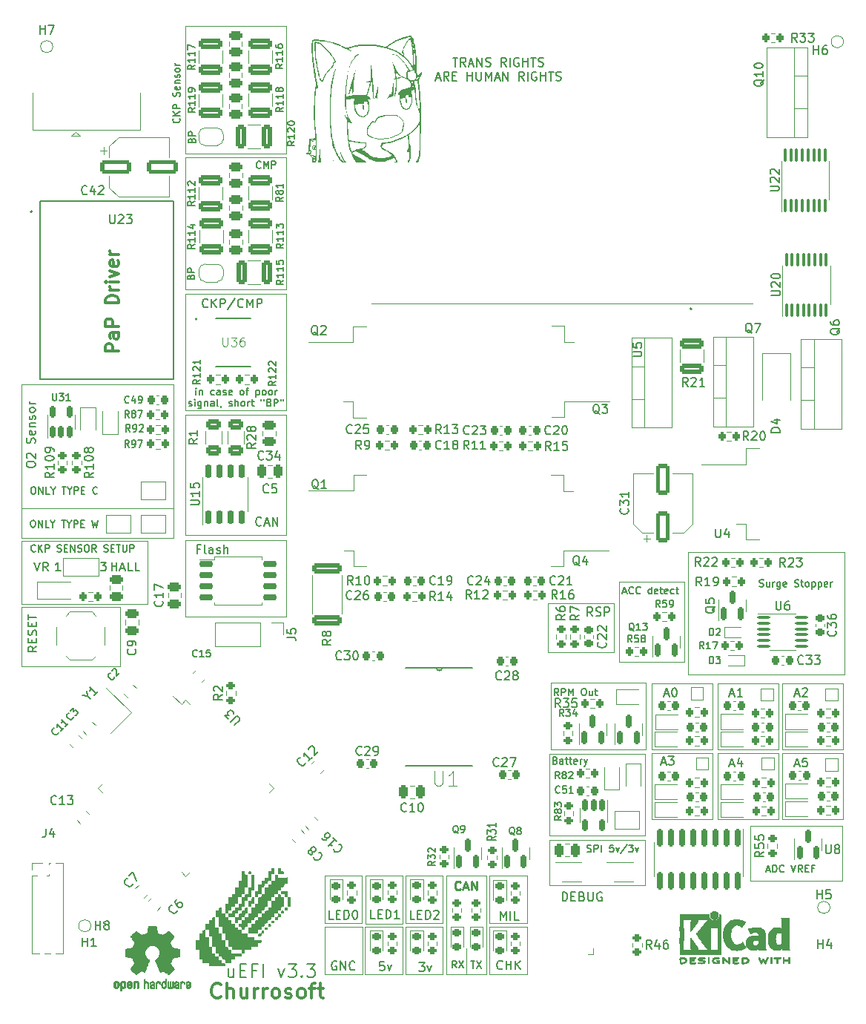
<source format=gto>
%TF.GenerationSoftware,KiCad,Pcbnew,(6.0.7)*%
%TF.CreationDate,2022-10-12T02:09:26-03:00*%
%TF.ProjectId,uEFI_rev3,75454649-5f72-4657-9633-2e6b69636164,v3.0*%
%TF.SameCoordinates,Original*%
%TF.FileFunction,Legend,Top*%
%TF.FilePolarity,Positive*%
%FSLAX46Y46*%
G04 Gerber Fmt 4.6, Leading zero omitted, Abs format (unit mm)*
G04 Created by KiCad (PCBNEW (6.0.7)) date 2022-10-12 02:09:26*
%MOMM*%
%LPD*%
G01*
G04 APERTURE LIST*
G04 Aperture macros list*
%AMRoundRect*
0 Rectangle with rounded corners*
0 $1 Rounding radius*
0 $2 $3 $4 $5 $6 $7 $8 $9 X,Y pos of 4 corners*
0 Add a 4 corners polygon primitive as box body*
4,1,4,$2,$3,$4,$5,$6,$7,$8,$9,$2,$3,0*
0 Add four circle primitives for the rounded corners*
1,1,$1+$1,$2,$3*
1,1,$1+$1,$4,$5*
1,1,$1+$1,$6,$7*
1,1,$1+$1,$8,$9*
0 Add four rect primitives between the rounded corners*
20,1,$1+$1,$2,$3,$4,$5,0*
20,1,$1+$1,$4,$5,$6,$7,0*
20,1,$1+$1,$6,$7,$8,$9,0*
20,1,$1+$1,$8,$9,$2,$3,0*%
%AMRotRect*
0 Rectangle, with rotation*
0 The origin of the aperture is its center*
0 $1 length*
0 $2 width*
0 $3 Rotation angle, in degrees counterclockwise*
0 Add horizontal line*
21,1,$1,$2,0,0,$3*%
%AMFreePoly0*
4,1,6,1.000000,0.000000,0.500000,-0.750000,-0.500000,-0.750000,-0.500000,0.750000,0.500000,0.750000,1.000000,0.000000,1.000000,0.000000,$1*%
%AMFreePoly1*
4,1,6,0.500000,-0.750000,-0.650000,-0.750000,-0.150000,0.000000,-0.650000,0.750000,0.500000,0.750000,0.500000,-0.750000,0.500000,-0.750000,$1*%
%AMFreePoly2*
4,1,22,0.500000,-0.750000,0.000000,-0.750000,0.000000,-0.745033,-0.079941,-0.743568,-0.215256,-0.701293,-0.333266,-0.622738,-0.424486,-0.514219,-0.481581,-0.384460,-0.499164,-0.250000,-0.500000,-0.250000,-0.500000,0.250000,-0.499164,0.250000,-0.499963,0.256109,-0.478152,0.396186,-0.417904,0.524511,-0.324060,0.630769,-0.204165,0.706417,-0.067858,0.745374,0.000000,0.744959,0.000000,0.750000,
0.500000,0.750000,0.500000,-0.750000,0.500000,-0.750000,$1*%
%AMFreePoly3*
4,1,20,0.000000,0.744959,0.073905,0.744508,0.209726,0.703889,0.328688,0.626782,0.421226,0.519385,0.479903,0.390333,0.500000,0.250000,0.500000,-0.250000,0.499851,-0.262216,0.476331,-0.402017,0.414519,-0.529596,0.319384,-0.634700,0.198574,-0.708877,0.061801,-0.746166,0.000000,-0.745033,0.000000,-0.750000,-0.500000,-0.750000,-0.500000,0.750000,0.000000,0.750000,0.000000,0.744959,
0.000000,0.744959,$1*%
G04 Aperture macros list end*
%ADD10C,0.120000*%
%ADD11C,0.150000*%
%ADD12C,0.250000*%
%ADD13C,0.300000*%
%ADD14C,0.015000*%
%ADD15C,0.010000*%
%ADD16C,0.127000*%
%ADD17C,0.200000*%
%ADD18C,0.152400*%
%ADD19C,0.100000*%
%ADD20R,1.700000X1.700000*%
%ADD21C,1.700000*%
%ADD22C,3.500000*%
%ADD23RoundRect,0.225000X0.225000X0.250000X-0.225000X0.250000X-0.225000X-0.250000X0.225000X-0.250000X0*%
%ADD24RoundRect,0.200000X0.200000X0.275000X-0.200000X0.275000X-0.200000X-0.275000X0.200000X-0.275000X0*%
%ADD25RoundRect,0.200000X-0.200000X-0.275000X0.200000X-0.275000X0.200000X0.275000X-0.200000X0.275000X0*%
%ADD26RoundRect,0.150000X0.150000X-0.512500X0.150000X0.512500X-0.150000X0.512500X-0.150000X-0.512500X0*%
%ADD27FreePoly0,0.000000*%
%ADD28FreePoly1,0.000000*%
%ADD29FreePoly0,180.000000*%
%ADD30FreePoly1,180.000000*%
%ADD31RoundRect,0.200000X-0.275000X0.200000X-0.275000X-0.200000X0.275000X-0.200000X0.275000X0.200000X0*%
%ADD32RoundRect,0.200000X0.275000X-0.200000X0.275000X0.200000X-0.275000X0.200000X-0.275000X-0.200000X0*%
%ADD33R,0.600000X0.450000*%
%ADD34R,0.600000X0.700000*%
%ADD35RoundRect,0.225000X-0.225000X-0.250000X0.225000X-0.250000X0.225000X0.250000X-0.225000X0.250000X0*%
%ADD36RoundRect,0.250000X0.250000X0.475000X-0.250000X0.475000X-0.250000X-0.475000X0.250000X-0.475000X0*%
%ADD37RoundRect,0.250000X0.512652X0.159099X0.159099X0.512652X-0.512652X-0.159099X-0.159099X-0.512652X0*%
%ADD38RoundRect,0.250000X0.475000X-0.250000X0.475000X0.250000X-0.475000X0.250000X-0.475000X-0.250000X0*%
%ADD39RoundRect,0.150000X0.150000X-0.587500X0.150000X0.587500X-0.150000X0.587500X-0.150000X-0.587500X0*%
%ADD40C,0.700000*%
%ADD41C,4.400000*%
%ADD42RoundRect,0.218750X-0.256250X0.218750X-0.256250X-0.218750X0.256250X-0.218750X0.256250X0.218750X0*%
%ADD43RoundRect,0.250000X0.550000X-1.500000X0.550000X1.500000X-0.550000X1.500000X-0.550000X-1.500000X0*%
%ADD44FreePoly2,0.000000*%
%ADD45FreePoly3,0.000000*%
%ADD46R,1.000000X1.000000*%
%ADD47RoundRect,0.150000X-0.150000X0.825000X-0.150000X-0.825000X0.150000X-0.825000X0.150000X0.825000X0*%
%ADD48RoundRect,0.250000X-0.512652X-0.159099X-0.159099X-0.512652X0.512652X0.159099X0.159099X0.512652X0*%
%ADD49C,1.000000*%
%ADD50R,0.450000X0.600000*%
%ADD51RoundRect,0.100000X0.100000X-0.637500X0.100000X0.637500X-0.100000X0.637500X-0.100000X-0.637500X0*%
%ADD52R,1.100000X1.100000*%
%ADD53R,0.800000X0.300000*%
%ADD54RoundRect,0.100000X-0.625000X-0.100000X0.625000X-0.100000X0.625000X0.100000X-0.625000X0.100000X0*%
%ADD55RoundRect,0.250000X-1.075000X0.312500X-1.075000X-0.312500X1.075000X-0.312500X1.075000X0.312500X0*%
%ADD56RoundRect,0.075000X-0.565685X0.459619X0.459619X-0.565685X0.565685X-0.459619X-0.459619X0.565685X0*%
%ADD57RoundRect,0.075000X-0.565685X-0.459619X-0.459619X-0.565685X0.565685X0.459619X0.459619X0.565685X0*%
%ADD58R,2.000000X1.905000*%
%ADD59O,2.000000X1.905000*%
%ADD60O,1.700000X1.700000*%
%ADD61R,1.800000X2.500000*%
%ADD62RoundRect,0.250000X0.159099X-0.512652X0.512652X-0.159099X-0.159099X0.512652X-0.512652X0.159099X0*%
%ADD63RoundRect,0.250000X-0.625000X0.312500X-0.625000X-0.312500X0.625000X-0.312500X0.625000X0.312500X0*%
%ADD64R,4.600000X1.100000*%
%ADD65R,9.400000X10.800000*%
%ADD66RoundRect,0.250000X-0.159099X0.512652X-0.512652X0.159099X0.159099X-0.512652X0.512652X-0.159099X0*%
%ADD67R,1.000000X1.500000*%
%ADD68RoundRect,0.250000X-1.500000X-0.550000X1.500000X-0.550000X1.500000X0.550000X-1.500000X0.550000X0*%
%ADD69R,1.650000X1.650000*%
%ADD70C,1.650000*%
%ADD71C,2.374900*%
%ADD72C,0.990600*%
%ADD73C,0.787400*%
%ADD74RoundRect,0.150000X-0.650000X-0.150000X0.650000X-0.150000X0.650000X0.150000X-0.650000X0.150000X0*%
%ADD75O,1.000000X1.000000*%
%ADD76RoundRect,0.250000X-0.250000X-0.475000X0.250000X-0.475000X0.250000X0.475000X-0.250000X0.475000X0*%
%ADD77RoundRect,0.250000X-1.425000X0.362500X-1.425000X-0.362500X1.425000X-0.362500X1.425000X0.362500X0*%
%ADD78R,1.600200X0.431800*%
%ADD79R,4.953000X4.953000*%
%ADD80RoundRect,0.250000X0.312500X1.075000X-0.312500X1.075000X-0.312500X-1.075000X0.312500X-1.075000X0*%
%ADD81RoundRect,0.150000X-0.150000X0.512500X-0.150000X-0.512500X0.150000X-0.512500X0.150000X0.512500X0*%
%ADD82RoundRect,0.225000X-0.250000X0.225000X-0.250000X-0.225000X0.250000X-0.225000X0.250000X0.225000X0*%
%ADD83RoundRect,0.250000X-0.475000X0.250000X-0.475000X-0.250000X0.475000X-0.250000X0.475000X0.250000X0*%
%ADD84RoundRect,0.225000X0.250000X-0.225000X0.250000X0.225000X-0.250000X0.225000X-0.250000X-0.225000X0*%
%ADD85R,1.640000X0.410000*%
%ADD86R,1.700000X1.000000*%
%ADD87RoundRect,0.250000X1.075000X-0.312500X1.075000X0.312500X-1.075000X0.312500X-1.075000X-0.312500X0*%
%ADD88RoundRect,0.150000X0.150000X-0.650000X0.150000X0.650000X-0.150000X0.650000X-0.150000X-0.650000X0*%
%ADD89C,1.800000*%
%ADD90C,4.125000*%
%ADD91RotRect,1.400000X1.200000X135.000000*%
G04 APERTURE END LIST*
D10*
X118406000Y-136981000D02*
X129310000Y-136981000D01*
X129310000Y-136981000D02*
X129310000Y-142128000D01*
X129310000Y-142128000D02*
X118406000Y-142128000D01*
X118406000Y-142128000D02*
X118406000Y-136981000D01*
X58041000Y-84984200D02*
X75440000Y-84984200D01*
X75440000Y-84984200D02*
X75440000Y-102555200D01*
X75440000Y-102555200D02*
X58041000Y-102555200D01*
X58041000Y-102555200D02*
X58041000Y-84984200D01*
X118237000Y-109982000D02*
X125730000Y-109982000D01*
X125730000Y-109982000D02*
X125730000Y-115570000D01*
X125730000Y-115570000D02*
X118237000Y-115570000D01*
X118237000Y-115570000D02*
X118237000Y-109982000D01*
X126357000Y-107500000D02*
X133800000Y-107500000D01*
X133800000Y-107500000D02*
X133800000Y-116688000D01*
X133800000Y-116688000D02*
X126357000Y-116688000D01*
X126357000Y-116688000D02*
X126357000Y-107500000D01*
X111537336Y-146898738D02*
X115788668Y-146898738D01*
X115788668Y-146898738D02*
X115788668Y-152356263D01*
X115788668Y-152356263D02*
X111537336Y-152356263D01*
X111537336Y-152356263D02*
X111537336Y-146898738D01*
X76825349Y-88526400D02*
X88292400Y-88526400D01*
X88292400Y-88526400D02*
X88292400Y-102242400D01*
X88292400Y-102242400D02*
X76825349Y-102242400D01*
X76825349Y-102242400D02*
X76825349Y-88526400D01*
X137548000Y-127100000D02*
X144500000Y-127100000D01*
X144500000Y-127100000D02*
X144500000Y-134633500D01*
X144500000Y-134633500D02*
X137548000Y-134633500D01*
X137548000Y-134633500D02*
X137548000Y-127100000D01*
X97334334Y-141073738D02*
X101585666Y-141073738D01*
X101585666Y-141073738D02*
X101585666Y-146531263D01*
X101585666Y-146531263D02*
X97334334Y-146531263D01*
X97334334Y-146531263D02*
X97334334Y-141073738D01*
X130048000Y-119100000D02*
X137000000Y-119100000D01*
X137000000Y-119100000D02*
X137000000Y-126633500D01*
X137000000Y-126633500D02*
X130048000Y-126633500D01*
X130048000Y-126633500D02*
X130048000Y-119100000D01*
X118541800Y-119075200D02*
X129336800Y-119075200D01*
X129336800Y-119075200D02*
X129336800Y-126646200D01*
X129336800Y-126646200D02*
X118541800Y-126646200D01*
X118541800Y-126646200D02*
X118541800Y-119075200D01*
X137548000Y-119100000D02*
X144500000Y-119100000D01*
X144500000Y-119100000D02*
X144500000Y-126633500D01*
X144500000Y-126633500D02*
X137548000Y-126633500D01*
X137548000Y-126633500D02*
X137548000Y-119100000D01*
X118387300Y-127219700D02*
X129322000Y-127219700D01*
X129322000Y-127219700D02*
X129322000Y-136490700D01*
X129322000Y-136490700D02*
X118387300Y-136490700D01*
X118387300Y-136490700D02*
X118387300Y-127219700D01*
X144948000Y-119100000D02*
X151900000Y-119100000D01*
X151900000Y-119100000D02*
X151900000Y-126633500D01*
X151900000Y-126633500D02*
X144948000Y-126633500D01*
X144948000Y-126633500D02*
X144948000Y-119100000D01*
X76815000Y-102768400D02*
X88315000Y-102768400D01*
X88315000Y-102768400D02*
X88315000Y-111518400D01*
X88315000Y-111518400D02*
X76815000Y-111518400D01*
X76815000Y-111518400D02*
X76815000Y-102768400D01*
X144948000Y-127100000D02*
X151900000Y-127100000D01*
X151900000Y-127100000D02*
X151900000Y-134633500D01*
X151900000Y-134633500D02*
X144948000Y-134633500D01*
X144948000Y-134633500D02*
X144948000Y-127100000D01*
X130048000Y-127100000D02*
X137000000Y-127100000D01*
X137000000Y-127100000D02*
X137000000Y-134633500D01*
X137000000Y-134633500D02*
X130048000Y-134633500D01*
X130048000Y-134633500D02*
X130048000Y-127100000D01*
X134238000Y-118160000D02*
X152082000Y-118160000D01*
X152082000Y-118160000D02*
X152082000Y-104160000D01*
X152082000Y-104160000D02*
X134238000Y-104160000D01*
X134238000Y-104160000D02*
X134238000Y-118160000D01*
X76819400Y-59100000D02*
X88291550Y-59100000D01*
X88291550Y-59100000D02*
X88291550Y-74159226D01*
X88291550Y-74159226D02*
X76819400Y-74159226D01*
X76819400Y-74159226D02*
X76819400Y-59100000D01*
X97322336Y-146878738D02*
X101573668Y-146878738D01*
X101573668Y-146878738D02*
X101573668Y-152336263D01*
X101573668Y-152336263D02*
X97322336Y-152336263D01*
X97322336Y-152336263D02*
X97322336Y-146878738D01*
X101941654Y-146888446D02*
X106192986Y-146888446D01*
X106192986Y-146888446D02*
X106192986Y-152345971D01*
X106192986Y-152345971D02*
X101941654Y-152345971D01*
X101941654Y-152345971D02*
X101941654Y-146888446D01*
X111536004Y-141046239D02*
X115787336Y-141046239D01*
X115787336Y-141046239D02*
X115787336Y-146503764D01*
X115787336Y-146503764D02*
X111536004Y-146503764D01*
X111536004Y-146503764D02*
X111536004Y-141046239D01*
X92722336Y-141062476D02*
X96973668Y-141062476D01*
X96973668Y-141062476D02*
X96973668Y-146520001D01*
X96973668Y-146520001D02*
X92722336Y-146520001D01*
X92722336Y-146520001D02*
X92722336Y-141062476D01*
X58193400Y-99132000D02*
X75363800Y-99132000D01*
X92741004Y-146871238D02*
X96992336Y-146871238D01*
X96992336Y-146871238D02*
X96992336Y-152328763D01*
X96992336Y-152328763D02*
X92741004Y-152328763D01*
X92741004Y-152328763D02*
X92741004Y-146871238D01*
X76790000Y-44146000D02*
X88300000Y-44146000D01*
X88300000Y-44146000D02*
X88300000Y-58700000D01*
X88300000Y-58700000D02*
X76790000Y-58700000D01*
X76790000Y-58700000D02*
X76790000Y-44146000D01*
X108917463Y-149399585D02*
X108917934Y-152350809D01*
X141267000Y-135417000D02*
X151848000Y-135417000D01*
X151848000Y-135417000D02*
X151848000Y-141635000D01*
X151848000Y-141635000D02*
X141267000Y-141635000D01*
X141267000Y-141635000D02*
X141267000Y-135417000D01*
X58050000Y-102900000D02*
X72500000Y-102900000D01*
X72500000Y-102900000D02*
X72500000Y-110100000D01*
X72500000Y-110100000D02*
X58050000Y-110100000D01*
X58050000Y-110100000D02*
X58050000Y-102900000D01*
X58050000Y-110450000D02*
X69350000Y-110450000D01*
X69350000Y-110450000D02*
X69350000Y-117200000D01*
X69350000Y-117200000D02*
X58050000Y-117200000D01*
X58050000Y-117200000D02*
X58050000Y-110450000D01*
X101948668Y-141071238D02*
X106200000Y-141071238D01*
X106200000Y-141071238D02*
X106200000Y-146528763D01*
X106200000Y-146528763D02*
X101948668Y-146528763D01*
X101948668Y-146528763D02*
X101948668Y-141071238D01*
X106594061Y-141061701D02*
X111158212Y-141061701D01*
X111158212Y-141061701D02*
X111158212Y-152356682D01*
X111158212Y-152356682D02*
X106594061Y-152356682D01*
X106594061Y-152356682D02*
X106594061Y-141061701D01*
X88268968Y-74657730D02*
X76825349Y-74657730D01*
X76825349Y-74657730D02*
X76825349Y-87950323D01*
X76825349Y-87950323D02*
X88268968Y-87950323D01*
X88268968Y-87950323D02*
X88268968Y-74657730D01*
D11*
X59310904Y-100519604D02*
X59463285Y-100519604D01*
X59539476Y-100557700D01*
X59615666Y-100633890D01*
X59653761Y-100786271D01*
X59653761Y-101052938D01*
X59615666Y-101205319D01*
X59539476Y-101281509D01*
X59463285Y-101319604D01*
X59310904Y-101319604D01*
X59234714Y-101281509D01*
X59158523Y-101205319D01*
X59120428Y-101052938D01*
X59120428Y-100786271D01*
X59158523Y-100633890D01*
X59234714Y-100557700D01*
X59310904Y-100519604D01*
X59996619Y-101319604D02*
X59996619Y-100519604D01*
X60453761Y-101319604D01*
X60453761Y-100519604D01*
X61215666Y-101319604D02*
X60834714Y-101319604D01*
X60834714Y-100519604D01*
X61634714Y-100938652D02*
X61634714Y-101319604D01*
X61368047Y-100519604D02*
X61634714Y-100938652D01*
X61901380Y-100519604D01*
X62663285Y-100519604D02*
X63120428Y-100519604D01*
X62891857Y-101319604D02*
X62891857Y-100519604D01*
X63539476Y-100938652D02*
X63539476Y-101319604D01*
X63272809Y-100519604D02*
X63539476Y-100938652D01*
X63806142Y-100519604D01*
X64072809Y-101319604D02*
X64072809Y-100519604D01*
X64377571Y-100519604D01*
X64453761Y-100557700D01*
X64491857Y-100595795D01*
X64529952Y-100671985D01*
X64529952Y-100786271D01*
X64491857Y-100862461D01*
X64453761Y-100900557D01*
X64377571Y-100938652D01*
X64072809Y-100938652D01*
X64872809Y-100900557D02*
X65139476Y-100900557D01*
X65253761Y-101319604D02*
X64872809Y-101319604D01*
X64872809Y-100519604D01*
X65253761Y-100519604D01*
X66129952Y-100519604D02*
X66320428Y-101319604D01*
X66472809Y-100748176D01*
X66625190Y-101319604D01*
X66815666Y-100519604D01*
X59516666Y-105302380D02*
X59850000Y-106302380D01*
X60183333Y-105302380D01*
X61088095Y-106302380D02*
X60754761Y-105826190D01*
X60516666Y-106302380D02*
X60516666Y-105302380D01*
X60897619Y-105302380D01*
X60992857Y-105350000D01*
X61040476Y-105397619D01*
X61088095Y-105492857D01*
X61088095Y-105635714D01*
X61040476Y-105730952D01*
X60992857Y-105778571D01*
X60897619Y-105826190D01*
X60516666Y-105826190D01*
D12*
X108195810Y-142608405D02*
X108148191Y-142656024D01*
X108005334Y-142703643D01*
X107910096Y-142703643D01*
X107767239Y-142656024D01*
X107672001Y-142560786D01*
X107624382Y-142465548D01*
X107576763Y-142275072D01*
X107576763Y-142132215D01*
X107624382Y-141941739D01*
X107672001Y-141846501D01*
X107767239Y-141751263D01*
X107910096Y-141703643D01*
X108005334Y-141703643D01*
X108148191Y-141751263D01*
X108195810Y-141798882D01*
X108576763Y-142417929D02*
X109052953Y-142417929D01*
X108481525Y-142703643D02*
X108814858Y-141703643D01*
X109148191Y-142703643D01*
X109481525Y-142703643D02*
X109481525Y-141703643D01*
X110052953Y-142703643D01*
X110052953Y-141703643D01*
D11*
X103483050Y-151003618D02*
X104102097Y-151003618D01*
X103768764Y-151384571D01*
X103911621Y-151384571D01*
X104006859Y-151432190D01*
X104054478Y-151479809D01*
X104102097Y-151575047D01*
X104102097Y-151813142D01*
X104054478Y-151908380D01*
X104006859Y-151955999D01*
X103911621Y-152003618D01*
X103625907Y-152003618D01*
X103530669Y-151955999D01*
X103483050Y-151908380D01*
X104435431Y-151336952D02*
X104673526Y-152003618D01*
X104911621Y-151336952D01*
X123285333Y-111450380D02*
X122952000Y-110974190D01*
X122713904Y-111450380D02*
X122713904Y-110450380D01*
X123094857Y-110450380D01*
X123190095Y-110498000D01*
X123237714Y-110545619D01*
X123285333Y-110640857D01*
X123285333Y-110783714D01*
X123237714Y-110878952D01*
X123190095Y-110926571D01*
X123094857Y-110974190D01*
X122713904Y-110974190D01*
X123666285Y-111402761D02*
X123809142Y-111450380D01*
X124047238Y-111450380D01*
X124142476Y-111402761D01*
X124190095Y-111355142D01*
X124237714Y-111259904D01*
X124237714Y-111164666D01*
X124190095Y-111069428D01*
X124142476Y-111021809D01*
X124047238Y-110974190D01*
X123856761Y-110926571D01*
X123761523Y-110878952D01*
X123713904Y-110831333D01*
X123666285Y-110736095D01*
X123666285Y-110640857D01*
X123713904Y-110545619D01*
X123761523Y-110498000D01*
X123856761Y-110450380D01*
X124094857Y-110450380D01*
X124237714Y-110498000D01*
X124666285Y-111450380D02*
X124666285Y-110450380D01*
X125047238Y-110450380D01*
X125142476Y-110498000D01*
X125190095Y-110545619D01*
X125237714Y-110640857D01*
X125237714Y-110783714D01*
X125190095Y-110878952D01*
X125142476Y-110926571D01*
X125047238Y-110974190D01*
X124666285Y-110974190D01*
X146385714Y-120366666D02*
X146861904Y-120366666D01*
X146290476Y-120652380D02*
X146623809Y-119652380D01*
X146957142Y-120652380D01*
X147242857Y-119747619D02*
X147290476Y-119700000D01*
X147385714Y-119652380D01*
X147623809Y-119652380D01*
X147719047Y-119700000D01*
X147766666Y-119747619D01*
X147814285Y-119842857D01*
X147814285Y-119938095D01*
X147766666Y-120080952D01*
X147195238Y-120652380D01*
X147814285Y-120652380D01*
X138985714Y-120366666D02*
X139461904Y-120366666D01*
X138890476Y-120652380D02*
X139223809Y-119652380D01*
X139557142Y-120652380D01*
X140414285Y-120652380D02*
X139842857Y-120652380D01*
X140128571Y-120652380D02*
X140128571Y-119652380D01*
X140033333Y-119795238D01*
X139938095Y-119890476D01*
X139842857Y-119938095D01*
X85463142Y-101068142D02*
X85415523Y-101115761D01*
X85272666Y-101163380D01*
X85177428Y-101163380D01*
X85034571Y-101115761D01*
X84939333Y-101020523D01*
X84891714Y-100925285D01*
X84844095Y-100734809D01*
X84844095Y-100591952D01*
X84891714Y-100401476D01*
X84939333Y-100306238D01*
X85034571Y-100211000D01*
X85177428Y-100163380D01*
X85272666Y-100163380D01*
X85415523Y-100211000D01*
X85463142Y-100258619D01*
X85844095Y-100877666D02*
X86320285Y-100877666D01*
X85748857Y-101163380D02*
X86082190Y-100163380D01*
X86415523Y-101163380D01*
X86748857Y-101163380D02*
X86748857Y-100163380D01*
X87320285Y-101163380D01*
X87320285Y-100163380D01*
X131135714Y-128166666D02*
X131611904Y-128166666D01*
X131040476Y-128452380D02*
X131373809Y-127452380D01*
X131707142Y-128452380D01*
X131945238Y-127452380D02*
X132564285Y-127452380D01*
X132230952Y-127833333D01*
X132373809Y-127833333D01*
X132469047Y-127880952D01*
X132516666Y-127928571D01*
X132564285Y-128023809D01*
X132564285Y-128261904D01*
X132516666Y-128357142D01*
X132469047Y-128404761D01*
X132373809Y-128452380D01*
X132088095Y-128452380D01*
X131992857Y-128404761D01*
X131945238Y-128357142D01*
X78461428Y-103796971D02*
X78128095Y-103796971D01*
X78128095Y-104320780D02*
X78128095Y-103320780D01*
X78604285Y-103320780D01*
X79128095Y-104320780D02*
X79032857Y-104273161D01*
X78985238Y-104177923D01*
X78985238Y-103320780D01*
X79937619Y-104320780D02*
X79937619Y-103796971D01*
X79890000Y-103701733D01*
X79794761Y-103654114D01*
X79604285Y-103654114D01*
X79509047Y-103701733D01*
X79937619Y-104273161D02*
X79842380Y-104320780D01*
X79604285Y-104320780D01*
X79509047Y-104273161D01*
X79461428Y-104177923D01*
X79461428Y-104082685D01*
X79509047Y-103987447D01*
X79604285Y-103939828D01*
X79842380Y-103939828D01*
X79937619Y-103892209D01*
X80366190Y-104273161D02*
X80461428Y-104320780D01*
X80651904Y-104320780D01*
X80747142Y-104273161D01*
X80794761Y-104177923D01*
X80794761Y-104130304D01*
X80747142Y-104035066D01*
X80651904Y-103987447D01*
X80509047Y-103987447D01*
X80413809Y-103939828D01*
X80366190Y-103844590D01*
X80366190Y-103796971D01*
X80413809Y-103701733D01*
X80509047Y-103654114D01*
X80651904Y-103654114D01*
X80747142Y-103701733D01*
X81223333Y-104320780D02*
X81223333Y-103320780D01*
X81651904Y-104320780D02*
X81651904Y-103796971D01*
X81604285Y-103701733D01*
X81509047Y-103654114D01*
X81366190Y-103654114D01*
X81270952Y-103701733D01*
X81223333Y-103749352D01*
X76085714Y-54676190D02*
X76123809Y-54714285D01*
X76161904Y-54828571D01*
X76161904Y-54904761D01*
X76123809Y-55019047D01*
X76047619Y-55095238D01*
X75971428Y-55133333D01*
X75819047Y-55171428D01*
X75704761Y-55171428D01*
X75552380Y-55133333D01*
X75476190Y-55095238D01*
X75400000Y-55019047D01*
X75361904Y-54904761D01*
X75361904Y-54828571D01*
X75400000Y-54714285D01*
X75438095Y-54676190D01*
X76161904Y-54333333D02*
X75361904Y-54333333D01*
X76161904Y-53876190D02*
X75704761Y-54219047D01*
X75361904Y-53876190D02*
X75819047Y-54333333D01*
X76161904Y-53533333D02*
X75361904Y-53533333D01*
X75361904Y-53228571D01*
X75400000Y-53152380D01*
X75438095Y-53114285D01*
X75514285Y-53076190D01*
X75628571Y-53076190D01*
X75704761Y-53114285D01*
X75742857Y-53152380D01*
X75780952Y-53228571D01*
X75780952Y-53533333D01*
X76123809Y-52161904D02*
X76161904Y-52047619D01*
X76161904Y-51857142D01*
X76123809Y-51780952D01*
X76085714Y-51742857D01*
X76009523Y-51704761D01*
X75933333Y-51704761D01*
X75857142Y-51742857D01*
X75819047Y-51780952D01*
X75780952Y-51857142D01*
X75742857Y-52009523D01*
X75704761Y-52085714D01*
X75666666Y-52123809D01*
X75590476Y-52161904D01*
X75514285Y-52161904D01*
X75438095Y-52123809D01*
X75400000Y-52085714D01*
X75361904Y-52009523D01*
X75361904Y-51819047D01*
X75400000Y-51704761D01*
X76123809Y-51057142D02*
X76161904Y-51133333D01*
X76161904Y-51285714D01*
X76123809Y-51361904D01*
X76047619Y-51400000D01*
X75742857Y-51400000D01*
X75666666Y-51361904D01*
X75628571Y-51285714D01*
X75628571Y-51133333D01*
X75666666Y-51057142D01*
X75742857Y-51019047D01*
X75819047Y-51019047D01*
X75895238Y-51400000D01*
X75628571Y-50676190D02*
X76161904Y-50676190D01*
X75704761Y-50676190D02*
X75666666Y-50638095D01*
X75628571Y-50561904D01*
X75628571Y-50447619D01*
X75666666Y-50371428D01*
X75742857Y-50333333D01*
X76161904Y-50333333D01*
X76123809Y-49990476D02*
X76161904Y-49914285D01*
X76161904Y-49761904D01*
X76123809Y-49685714D01*
X76047619Y-49647619D01*
X76009523Y-49647619D01*
X75933333Y-49685714D01*
X75895238Y-49761904D01*
X75895238Y-49876190D01*
X75857142Y-49952380D01*
X75780952Y-49990476D01*
X75742857Y-49990476D01*
X75666666Y-49952380D01*
X75628571Y-49876190D01*
X75628571Y-49761904D01*
X75666666Y-49685714D01*
X76161904Y-49190476D02*
X76123809Y-49266666D01*
X76085714Y-49304761D01*
X76009523Y-49342857D01*
X75780952Y-49342857D01*
X75704761Y-49304761D01*
X75666666Y-49266666D01*
X75628571Y-49190476D01*
X75628571Y-49076190D01*
X75666666Y-49000000D01*
X75704761Y-48961904D01*
X75780952Y-48923809D01*
X76009523Y-48923809D01*
X76085714Y-48961904D01*
X76123809Y-49000000D01*
X76161904Y-49076190D01*
X76161904Y-49190476D01*
X76161904Y-48580952D02*
X75628571Y-48580952D01*
X75780952Y-48580952D02*
X75704761Y-48542857D01*
X75666666Y-48504761D01*
X75628571Y-48428571D01*
X75628571Y-48352380D01*
X107333114Y-47745580D02*
X107904542Y-47745580D01*
X107618828Y-48745580D02*
X107618828Y-47745580D01*
X108809304Y-48745580D02*
X108475971Y-48269390D01*
X108237876Y-48745580D02*
X108237876Y-47745580D01*
X108618828Y-47745580D01*
X108714066Y-47793200D01*
X108761685Y-47840819D01*
X108809304Y-47936057D01*
X108809304Y-48078914D01*
X108761685Y-48174152D01*
X108714066Y-48221771D01*
X108618828Y-48269390D01*
X108237876Y-48269390D01*
X109190257Y-48459866D02*
X109666447Y-48459866D01*
X109095019Y-48745580D02*
X109428352Y-47745580D01*
X109761685Y-48745580D01*
X110095019Y-48745580D02*
X110095019Y-47745580D01*
X110666447Y-48745580D01*
X110666447Y-47745580D01*
X111095019Y-48697961D02*
X111237876Y-48745580D01*
X111475971Y-48745580D01*
X111571209Y-48697961D01*
X111618828Y-48650342D01*
X111666447Y-48555104D01*
X111666447Y-48459866D01*
X111618828Y-48364628D01*
X111571209Y-48317009D01*
X111475971Y-48269390D01*
X111285495Y-48221771D01*
X111190257Y-48174152D01*
X111142638Y-48126533D01*
X111095019Y-48031295D01*
X111095019Y-47936057D01*
X111142638Y-47840819D01*
X111190257Y-47793200D01*
X111285495Y-47745580D01*
X111523590Y-47745580D01*
X111666447Y-47793200D01*
X113428352Y-48745580D02*
X113095019Y-48269390D01*
X112856923Y-48745580D02*
X112856923Y-47745580D01*
X113237876Y-47745580D01*
X113333114Y-47793200D01*
X113380733Y-47840819D01*
X113428352Y-47936057D01*
X113428352Y-48078914D01*
X113380733Y-48174152D01*
X113333114Y-48221771D01*
X113237876Y-48269390D01*
X112856923Y-48269390D01*
X113856923Y-48745580D02*
X113856923Y-47745580D01*
X114856923Y-47793200D02*
X114761685Y-47745580D01*
X114618828Y-47745580D01*
X114475971Y-47793200D01*
X114380733Y-47888438D01*
X114333114Y-47983676D01*
X114285495Y-48174152D01*
X114285495Y-48317009D01*
X114333114Y-48507485D01*
X114380733Y-48602723D01*
X114475971Y-48697961D01*
X114618828Y-48745580D01*
X114714066Y-48745580D01*
X114856923Y-48697961D01*
X114904542Y-48650342D01*
X114904542Y-48317009D01*
X114714066Y-48317009D01*
X115333114Y-48745580D02*
X115333114Y-47745580D01*
X115333114Y-48221771D02*
X115904542Y-48221771D01*
X115904542Y-48745580D02*
X115904542Y-47745580D01*
X116237876Y-47745580D02*
X116809304Y-47745580D01*
X116523590Y-48745580D02*
X116523590Y-47745580D01*
X117095019Y-48697961D02*
X117237876Y-48745580D01*
X117475971Y-48745580D01*
X117571209Y-48697961D01*
X117618828Y-48650342D01*
X117666447Y-48555104D01*
X117666447Y-48459866D01*
X117618828Y-48364628D01*
X117571209Y-48317009D01*
X117475971Y-48269390D01*
X117285495Y-48221771D01*
X117190257Y-48174152D01*
X117142638Y-48126533D01*
X117095019Y-48031295D01*
X117095019Y-47936057D01*
X117142638Y-47840819D01*
X117190257Y-47793200D01*
X117285495Y-47745580D01*
X117523590Y-47745580D01*
X117666447Y-47793200D01*
X105404542Y-50069866D02*
X105880733Y-50069866D01*
X105309304Y-50355580D02*
X105642638Y-49355580D01*
X105975971Y-50355580D01*
X106880733Y-50355580D02*
X106547400Y-49879390D01*
X106309304Y-50355580D02*
X106309304Y-49355580D01*
X106690257Y-49355580D01*
X106785495Y-49403200D01*
X106833114Y-49450819D01*
X106880733Y-49546057D01*
X106880733Y-49688914D01*
X106833114Y-49784152D01*
X106785495Y-49831771D01*
X106690257Y-49879390D01*
X106309304Y-49879390D01*
X107309304Y-49831771D02*
X107642638Y-49831771D01*
X107785495Y-50355580D02*
X107309304Y-50355580D01*
X107309304Y-49355580D01*
X107785495Y-49355580D01*
X108975971Y-50355580D02*
X108975971Y-49355580D01*
X108975971Y-49831771D02*
X109547400Y-49831771D01*
X109547400Y-50355580D02*
X109547400Y-49355580D01*
X110023590Y-49355580D02*
X110023590Y-50165104D01*
X110071209Y-50260342D01*
X110118828Y-50307961D01*
X110214066Y-50355580D01*
X110404542Y-50355580D01*
X110499780Y-50307961D01*
X110547400Y-50260342D01*
X110595019Y-50165104D01*
X110595019Y-49355580D01*
X111071209Y-50355580D02*
X111071209Y-49355580D01*
X111404542Y-50069866D01*
X111737876Y-49355580D01*
X111737876Y-50355580D01*
X112166447Y-50069866D02*
X112642638Y-50069866D01*
X112071209Y-50355580D02*
X112404542Y-49355580D01*
X112737876Y-50355580D01*
X113071209Y-50355580D02*
X113071209Y-49355580D01*
X113642638Y-50355580D01*
X113642638Y-49355580D01*
X115452161Y-50355580D02*
X115118828Y-49879390D01*
X114880733Y-50355580D02*
X114880733Y-49355580D01*
X115261685Y-49355580D01*
X115356923Y-49403200D01*
X115404542Y-49450819D01*
X115452161Y-49546057D01*
X115452161Y-49688914D01*
X115404542Y-49784152D01*
X115356923Y-49831771D01*
X115261685Y-49879390D01*
X114880733Y-49879390D01*
X115880733Y-50355580D02*
X115880733Y-49355580D01*
X116880733Y-49403200D02*
X116785495Y-49355580D01*
X116642638Y-49355580D01*
X116499780Y-49403200D01*
X116404542Y-49498438D01*
X116356923Y-49593676D01*
X116309304Y-49784152D01*
X116309304Y-49927009D01*
X116356923Y-50117485D01*
X116404542Y-50212723D01*
X116499780Y-50307961D01*
X116642638Y-50355580D01*
X116737876Y-50355580D01*
X116880733Y-50307961D01*
X116928352Y-50260342D01*
X116928352Y-49927009D01*
X116737876Y-49927009D01*
X117356923Y-50355580D02*
X117356923Y-49355580D01*
X117356923Y-49831771D02*
X117928352Y-49831771D01*
X117928352Y-50355580D02*
X117928352Y-49355580D01*
X118261685Y-49355580D02*
X118833114Y-49355580D01*
X118547400Y-50355580D02*
X118547400Y-49355580D01*
X119118828Y-50307961D02*
X119261685Y-50355580D01*
X119499780Y-50355580D01*
X119595019Y-50307961D01*
X119642638Y-50260342D01*
X119690257Y-50165104D01*
X119690257Y-50069866D01*
X119642638Y-49974628D01*
X119595019Y-49927009D01*
X119499780Y-49879390D01*
X119309304Y-49831771D01*
X119214066Y-49784152D01*
X119166447Y-49736533D01*
X119118828Y-49641295D01*
X119118828Y-49546057D01*
X119166447Y-49450819D01*
X119214066Y-49403200D01*
X119309304Y-49355580D01*
X119547400Y-49355580D01*
X119690257Y-49403200D01*
X99484478Y-150891118D02*
X99008288Y-150891118D01*
X98960669Y-151367309D01*
X99008288Y-151319690D01*
X99103526Y-151272071D01*
X99341621Y-151272071D01*
X99436859Y-151319690D01*
X99484478Y-151367309D01*
X99532097Y-151462547D01*
X99532097Y-151700642D01*
X99484478Y-151795880D01*
X99436859Y-151843499D01*
X99341621Y-151891118D01*
X99103526Y-151891118D01*
X99008288Y-151843499D01*
X98960669Y-151795880D01*
X99865431Y-151224452D02*
X100103526Y-151891118D01*
X100341621Y-151224452D01*
X94040431Y-150891238D02*
X93945193Y-150843618D01*
X93802336Y-150843618D01*
X93659478Y-150891238D01*
X93564240Y-150986476D01*
X93516621Y-151081714D01*
X93469002Y-151272190D01*
X93469002Y-151415047D01*
X93516621Y-151605523D01*
X93564240Y-151700761D01*
X93659478Y-151795999D01*
X93802336Y-151843618D01*
X93897574Y-151843618D01*
X94040431Y-151795999D01*
X94088050Y-151748380D01*
X94088050Y-151415047D01*
X93897574Y-151415047D01*
X94516621Y-151843618D02*
X94516621Y-150843618D01*
X95088050Y-151843618D01*
X95088050Y-150843618D01*
X96135669Y-151748380D02*
X96088050Y-151795999D01*
X95945193Y-151843618D01*
X95849955Y-151843618D01*
X95707097Y-151795999D01*
X95611859Y-151700761D01*
X95564240Y-151605523D01*
X95516621Y-151415047D01*
X95516621Y-151272190D01*
X95564240Y-151081714D01*
X95611859Y-150986476D01*
X95707097Y-150891238D01*
X95849955Y-150843618D01*
X95945193Y-150843618D01*
X96088050Y-150891238D01*
X96135669Y-150938857D01*
X143157142Y-140433333D02*
X143538095Y-140433333D01*
X143080952Y-140661904D02*
X143347619Y-139861904D01*
X143614285Y-140661904D01*
X143880952Y-140661904D02*
X143880952Y-139861904D01*
X144071428Y-139861904D01*
X144185714Y-139900000D01*
X144261904Y-139976190D01*
X144300000Y-140052380D01*
X144338095Y-140204761D01*
X144338095Y-140319047D01*
X144300000Y-140471428D01*
X144261904Y-140547619D01*
X144185714Y-140623809D01*
X144071428Y-140661904D01*
X143880952Y-140661904D01*
X145138095Y-140585714D02*
X145100000Y-140623809D01*
X144985714Y-140661904D01*
X144909523Y-140661904D01*
X144795238Y-140623809D01*
X144719047Y-140547619D01*
X144680952Y-140471428D01*
X144642857Y-140319047D01*
X144642857Y-140204761D01*
X144680952Y-140052380D01*
X144719047Y-139976190D01*
X144795238Y-139900000D01*
X144909523Y-139861904D01*
X144985714Y-139861904D01*
X145100000Y-139900000D01*
X145138095Y-139938095D01*
X145976190Y-139861904D02*
X146242857Y-140661904D01*
X146509523Y-139861904D01*
X147233333Y-140661904D02*
X146966666Y-140280952D01*
X146776190Y-140661904D02*
X146776190Y-139861904D01*
X147080952Y-139861904D01*
X147157142Y-139900000D01*
X147195238Y-139938095D01*
X147233333Y-140014285D01*
X147233333Y-140128571D01*
X147195238Y-140204761D01*
X147157142Y-140242857D01*
X147080952Y-140280952D01*
X146776190Y-140280952D01*
X147576190Y-140242857D02*
X147842857Y-140242857D01*
X147957142Y-140661904D02*
X147576190Y-140661904D01*
X147576190Y-139861904D01*
X147957142Y-139861904D01*
X148566666Y-140242857D02*
X148300000Y-140242857D01*
X148300000Y-140661904D02*
X148300000Y-139861904D01*
X148680952Y-139861904D01*
X68376190Y-106302380D02*
X68376190Y-105302380D01*
X68376190Y-105778571D02*
X68947619Y-105778571D01*
X68947619Y-106302380D02*
X68947619Y-105302380D01*
X69376190Y-106016666D02*
X69852380Y-106016666D01*
X69280952Y-106302380D02*
X69614285Y-105302380D01*
X69947619Y-106302380D01*
X70757142Y-106302380D02*
X70280952Y-106302380D01*
X70280952Y-105302380D01*
X71566666Y-106302380D02*
X71090476Y-106302380D01*
X71090476Y-105302380D01*
X107745334Y-151603167D02*
X107478668Y-151222215D01*
X107288191Y-151603167D02*
X107288191Y-150803167D01*
X107592953Y-150803167D01*
X107669144Y-150841263D01*
X107707239Y-150879358D01*
X107745334Y-150955548D01*
X107745334Y-151069834D01*
X107707239Y-151146024D01*
X107669144Y-151184120D01*
X107592953Y-151222215D01*
X107288191Y-151222215D01*
X108012001Y-150803167D02*
X108545334Y-151603167D01*
X108545334Y-150803167D02*
X108012001Y-151603167D01*
X131485714Y-120366666D02*
X131961904Y-120366666D01*
X131390476Y-120652380D02*
X131723809Y-119652380D01*
X132057142Y-120652380D01*
X132580952Y-119652380D02*
X132676190Y-119652380D01*
X132771428Y-119700000D01*
X132819047Y-119747619D01*
X132866666Y-119842857D01*
X132914285Y-120033333D01*
X132914285Y-120271428D01*
X132866666Y-120461904D01*
X132819047Y-120557142D01*
X132771428Y-120604761D01*
X132676190Y-120652380D01*
X132580952Y-120652380D01*
X132485714Y-120604761D01*
X132438095Y-120557142D01*
X132390476Y-120461904D01*
X132342857Y-120271428D01*
X132342857Y-120033333D01*
X132390476Y-119842857D01*
X132438095Y-119747619D01*
X132485714Y-119700000D01*
X132580952Y-119652380D01*
X146385714Y-128366666D02*
X146861904Y-128366666D01*
X146290476Y-128652380D02*
X146623809Y-127652380D01*
X146957142Y-128652380D01*
X147766666Y-127652380D02*
X147290476Y-127652380D01*
X147242857Y-128128571D01*
X147290476Y-128080952D01*
X147385714Y-128033333D01*
X147623809Y-128033333D01*
X147719047Y-128080952D01*
X147766666Y-128128571D01*
X147814285Y-128223809D01*
X147814285Y-128461904D01*
X147766666Y-128557142D01*
X147719047Y-128604761D01*
X147623809Y-128652380D01*
X147385714Y-128652380D01*
X147290476Y-128604761D01*
X147242857Y-128557142D01*
X79354285Y-76150742D02*
X79306666Y-76198361D01*
X79163809Y-76245980D01*
X79068571Y-76245980D01*
X78925714Y-76198361D01*
X78830476Y-76103123D01*
X78782857Y-76007885D01*
X78735238Y-75817409D01*
X78735238Y-75674552D01*
X78782857Y-75484076D01*
X78830476Y-75388838D01*
X78925714Y-75293600D01*
X79068571Y-75245980D01*
X79163809Y-75245980D01*
X79306666Y-75293600D01*
X79354285Y-75341219D01*
X79782857Y-76245980D02*
X79782857Y-75245980D01*
X80354285Y-76245980D02*
X79925714Y-75674552D01*
X80354285Y-75245980D02*
X79782857Y-75817409D01*
X80782857Y-76245980D02*
X80782857Y-75245980D01*
X81163809Y-75245980D01*
X81259047Y-75293600D01*
X81306666Y-75341219D01*
X81354285Y-75436457D01*
X81354285Y-75579314D01*
X81306666Y-75674552D01*
X81259047Y-75722171D01*
X81163809Y-75769790D01*
X80782857Y-75769790D01*
X82497142Y-75198361D02*
X81640000Y-76484076D01*
X83401904Y-76150742D02*
X83354285Y-76198361D01*
X83211428Y-76245980D01*
X83116190Y-76245980D01*
X82973333Y-76198361D01*
X82878095Y-76103123D01*
X82830476Y-76007885D01*
X82782857Y-75817409D01*
X82782857Y-75674552D01*
X82830476Y-75484076D01*
X82878095Y-75388838D01*
X82973333Y-75293600D01*
X83116190Y-75245980D01*
X83211428Y-75245980D01*
X83354285Y-75293600D01*
X83401904Y-75341219D01*
X83830476Y-76245980D02*
X83830476Y-75245980D01*
X84163809Y-75960266D01*
X84497142Y-75245980D01*
X84497142Y-76245980D01*
X84973333Y-76245980D02*
X84973333Y-75245980D01*
X85354285Y-75245980D01*
X85449523Y-75293600D01*
X85497142Y-75341219D01*
X85544761Y-75436457D01*
X85544761Y-75579314D01*
X85497142Y-75674552D01*
X85449523Y-75722171D01*
X85354285Y-75769790D01*
X84973333Y-75769790D01*
X119861904Y-143952380D02*
X119861904Y-142952380D01*
X120100000Y-142952380D01*
X120242857Y-143000000D01*
X120338095Y-143095238D01*
X120385714Y-143190476D01*
X120433333Y-143380952D01*
X120433333Y-143523809D01*
X120385714Y-143714285D01*
X120338095Y-143809523D01*
X120242857Y-143904761D01*
X120100000Y-143952380D01*
X119861904Y-143952380D01*
X120861904Y-143428571D02*
X121195238Y-143428571D01*
X121338095Y-143952380D02*
X120861904Y-143952380D01*
X120861904Y-142952380D01*
X121338095Y-142952380D01*
X122100000Y-143428571D02*
X122242857Y-143476190D01*
X122290476Y-143523809D01*
X122338095Y-143619047D01*
X122338095Y-143761904D01*
X122290476Y-143857142D01*
X122242857Y-143904761D01*
X122147619Y-143952380D01*
X121766666Y-143952380D01*
X121766666Y-142952380D01*
X122100000Y-142952380D01*
X122195238Y-143000000D01*
X122242857Y-143047619D01*
X122290476Y-143142857D01*
X122290476Y-143238095D01*
X122242857Y-143333333D01*
X122195238Y-143380952D01*
X122100000Y-143428571D01*
X121766666Y-143428571D01*
X122766666Y-142952380D02*
X122766666Y-143761904D01*
X122814285Y-143857142D01*
X122861904Y-143904761D01*
X122957142Y-143952380D01*
X123147619Y-143952380D01*
X123242857Y-143904761D01*
X123290476Y-143857142D01*
X123338095Y-143761904D01*
X123338095Y-142952380D01*
X124338095Y-143000000D02*
X124242857Y-142952380D01*
X124100000Y-142952380D01*
X123957142Y-143000000D01*
X123861904Y-143095238D01*
X123814285Y-143190476D01*
X123766666Y-143380952D01*
X123766666Y-143523809D01*
X123814285Y-143714285D01*
X123861904Y-143809523D01*
X123957142Y-143904761D01*
X124100000Y-143952380D01*
X124195238Y-143952380D01*
X124338095Y-143904761D01*
X124385714Y-143857142D01*
X124385714Y-143523809D01*
X124195238Y-143523809D01*
X109379144Y-150823167D02*
X109836287Y-150823167D01*
X109607715Y-151623167D02*
X109607715Y-150823167D01*
X110026763Y-150823167D02*
X110560096Y-151623167D01*
X110560096Y-150823167D02*
X110026763Y-151623167D01*
X142366666Y-108073809D02*
X142480952Y-108111904D01*
X142671428Y-108111904D01*
X142747619Y-108073809D01*
X142785714Y-108035714D01*
X142823809Y-107959523D01*
X142823809Y-107883333D01*
X142785714Y-107807142D01*
X142747619Y-107769047D01*
X142671428Y-107730952D01*
X142519047Y-107692857D01*
X142442857Y-107654761D01*
X142404761Y-107616666D01*
X142366666Y-107540476D01*
X142366666Y-107464285D01*
X142404761Y-107388095D01*
X142442857Y-107350000D01*
X142519047Y-107311904D01*
X142709523Y-107311904D01*
X142823809Y-107350000D01*
X143509523Y-107578571D02*
X143509523Y-108111904D01*
X143166666Y-107578571D02*
X143166666Y-107997619D01*
X143204761Y-108073809D01*
X143280952Y-108111904D01*
X143395238Y-108111904D01*
X143471428Y-108073809D01*
X143509523Y-108035714D01*
X143890476Y-108111904D02*
X143890476Y-107578571D01*
X143890476Y-107730952D02*
X143928571Y-107654761D01*
X143966666Y-107616666D01*
X144042857Y-107578571D01*
X144119047Y-107578571D01*
X144728571Y-107578571D02*
X144728571Y-108226190D01*
X144690476Y-108302380D01*
X144652380Y-108340476D01*
X144576190Y-108378571D01*
X144461904Y-108378571D01*
X144385714Y-108340476D01*
X144728571Y-108073809D02*
X144652380Y-108111904D01*
X144500000Y-108111904D01*
X144423809Y-108073809D01*
X144385714Y-108035714D01*
X144347619Y-107959523D01*
X144347619Y-107730952D01*
X144385714Y-107654761D01*
X144423809Y-107616666D01*
X144500000Y-107578571D01*
X144652380Y-107578571D01*
X144728571Y-107616666D01*
X145414285Y-108073809D02*
X145338095Y-108111904D01*
X145185714Y-108111904D01*
X145109523Y-108073809D01*
X145071428Y-107997619D01*
X145071428Y-107692857D01*
X145109523Y-107616666D01*
X145185714Y-107578571D01*
X145338095Y-107578571D01*
X145414285Y-107616666D01*
X145452380Y-107692857D01*
X145452380Y-107769047D01*
X145071428Y-107845238D01*
X146366666Y-108073809D02*
X146480952Y-108111904D01*
X146671428Y-108111904D01*
X146747619Y-108073809D01*
X146785714Y-108035714D01*
X146823809Y-107959523D01*
X146823809Y-107883333D01*
X146785714Y-107807142D01*
X146747619Y-107769047D01*
X146671428Y-107730952D01*
X146519047Y-107692857D01*
X146442857Y-107654761D01*
X146404761Y-107616666D01*
X146366666Y-107540476D01*
X146366666Y-107464285D01*
X146404761Y-107388095D01*
X146442857Y-107350000D01*
X146519047Y-107311904D01*
X146709523Y-107311904D01*
X146823809Y-107350000D01*
X147052380Y-107578571D02*
X147357142Y-107578571D01*
X147166666Y-107311904D02*
X147166666Y-107997619D01*
X147204761Y-108073809D01*
X147280952Y-108111904D01*
X147357142Y-108111904D01*
X147738095Y-108111904D02*
X147661904Y-108073809D01*
X147623809Y-108035714D01*
X147585714Y-107959523D01*
X147585714Y-107730952D01*
X147623809Y-107654761D01*
X147661904Y-107616666D01*
X147738095Y-107578571D01*
X147852380Y-107578571D01*
X147928571Y-107616666D01*
X147966666Y-107654761D01*
X148004761Y-107730952D01*
X148004761Y-107959523D01*
X147966666Y-108035714D01*
X147928571Y-108073809D01*
X147852380Y-108111904D01*
X147738095Y-108111904D01*
X148347619Y-107578571D02*
X148347619Y-108378571D01*
X148347619Y-107616666D02*
X148423809Y-107578571D01*
X148576190Y-107578571D01*
X148652380Y-107616666D01*
X148690476Y-107654761D01*
X148728571Y-107730952D01*
X148728571Y-107959523D01*
X148690476Y-108035714D01*
X148652380Y-108073809D01*
X148576190Y-108111904D01*
X148423809Y-108111904D01*
X148347619Y-108073809D01*
X149071428Y-107578571D02*
X149071428Y-108378571D01*
X149071428Y-107616666D02*
X149147619Y-107578571D01*
X149300000Y-107578571D01*
X149376190Y-107616666D01*
X149414285Y-107654761D01*
X149452380Y-107730952D01*
X149452380Y-107959523D01*
X149414285Y-108035714D01*
X149376190Y-108073809D01*
X149300000Y-108111904D01*
X149147619Y-108111904D01*
X149071428Y-108073809D01*
X150100000Y-108073809D02*
X150023809Y-108111904D01*
X149871428Y-108111904D01*
X149795238Y-108073809D01*
X149757142Y-107997619D01*
X149757142Y-107692857D01*
X149795238Y-107616666D01*
X149871428Y-107578571D01*
X150023809Y-107578571D01*
X150100000Y-107616666D01*
X150138095Y-107692857D01*
X150138095Y-107769047D01*
X149757142Y-107845238D01*
X150480952Y-108111904D02*
X150480952Y-107578571D01*
X150480952Y-107730952D02*
X150519047Y-107654761D01*
X150557142Y-107616666D01*
X150633333Y-107578571D01*
X150709523Y-107578571D01*
X113003050Y-151673405D02*
X112955431Y-151721024D01*
X112812574Y-151768643D01*
X112717336Y-151768643D01*
X112574478Y-151721024D01*
X112479240Y-151625786D01*
X112431621Y-151530548D01*
X112384002Y-151340072D01*
X112384002Y-151197215D01*
X112431621Y-151006739D01*
X112479240Y-150911501D01*
X112574478Y-150816263D01*
X112717336Y-150768643D01*
X112812574Y-150768643D01*
X112955431Y-150816263D01*
X113003050Y-150863882D01*
X113431621Y-151768643D02*
X113431621Y-150768643D01*
X113431621Y-151244834D02*
X114003050Y-151244834D01*
X114003050Y-151768643D02*
X114003050Y-150768643D01*
X114479240Y-151768643D02*
X114479240Y-150768643D01*
X115050669Y-151768643D02*
X114622097Y-151197215D01*
X115050669Y-150768643D02*
X114479240Y-151340072D01*
X119418476Y-120503904D02*
X119151809Y-120122952D01*
X118961333Y-120503904D02*
X118961333Y-119703904D01*
X119266095Y-119703904D01*
X119342285Y-119742000D01*
X119380380Y-119780095D01*
X119418476Y-119856285D01*
X119418476Y-119970571D01*
X119380380Y-120046761D01*
X119342285Y-120084857D01*
X119266095Y-120122952D01*
X118961333Y-120122952D01*
X119761333Y-120503904D02*
X119761333Y-119703904D01*
X120066095Y-119703904D01*
X120142285Y-119742000D01*
X120180380Y-119780095D01*
X120218476Y-119856285D01*
X120218476Y-119970571D01*
X120180380Y-120046761D01*
X120142285Y-120084857D01*
X120066095Y-120122952D01*
X119761333Y-120122952D01*
X120561333Y-120503904D02*
X120561333Y-119703904D01*
X120828000Y-120275333D01*
X121094666Y-119703904D01*
X121094666Y-120503904D01*
X122237523Y-119703904D02*
X122389904Y-119703904D01*
X122466095Y-119742000D01*
X122542285Y-119818190D01*
X122580380Y-119970571D01*
X122580380Y-120237238D01*
X122542285Y-120389619D01*
X122466095Y-120465809D01*
X122389904Y-120503904D01*
X122237523Y-120503904D01*
X122161333Y-120465809D01*
X122085142Y-120389619D01*
X122047047Y-120237238D01*
X122047047Y-119970571D01*
X122085142Y-119818190D01*
X122161333Y-119742000D01*
X122237523Y-119703904D01*
X123266095Y-119970571D02*
X123266095Y-120503904D01*
X122923238Y-119970571D02*
X122923238Y-120389619D01*
X122961333Y-120465809D01*
X123037523Y-120503904D01*
X123151809Y-120503904D01*
X123228000Y-120465809D01*
X123266095Y-120427714D01*
X123532761Y-119970571D02*
X123837523Y-119970571D01*
X123647047Y-119703904D02*
X123647047Y-120389619D01*
X123685142Y-120465809D01*
X123761333Y-120503904D01*
X123837523Y-120503904D01*
X112765479Y-146126144D02*
X112765479Y-145126144D01*
X113098812Y-145840430D01*
X113432146Y-145126144D01*
X113432146Y-146126144D01*
X113908336Y-146126144D02*
X113908336Y-145126144D01*
X114860717Y-146126144D02*
X114384527Y-146126144D01*
X114384527Y-145126144D01*
X82314285Y-151678571D02*
X82314285Y-152678571D01*
X81671428Y-151678571D02*
X81671428Y-152464285D01*
X81742857Y-152607142D01*
X81885714Y-152678571D01*
X82100000Y-152678571D01*
X82242857Y-152607142D01*
X82314285Y-152535714D01*
X83028571Y-151892857D02*
X83528571Y-151892857D01*
X83742857Y-152678571D02*
X83028571Y-152678571D01*
X83028571Y-151178571D01*
X83742857Y-151178571D01*
X84885714Y-151892857D02*
X84385714Y-151892857D01*
X84385714Y-152678571D02*
X84385714Y-151178571D01*
X85100000Y-151178571D01*
X85671428Y-152678571D02*
X85671428Y-151178571D01*
X87385714Y-151678571D02*
X87742857Y-152678571D01*
X88100000Y-151678571D01*
X88528571Y-151178571D02*
X89457142Y-151178571D01*
X88957142Y-151750000D01*
X89171428Y-151750000D01*
X89314285Y-151821428D01*
X89385714Y-151892857D01*
X89457142Y-152035714D01*
X89457142Y-152392857D01*
X89385714Y-152535714D01*
X89314285Y-152607142D01*
X89171428Y-152678571D01*
X88742857Y-152678571D01*
X88600000Y-152607142D01*
X88528571Y-152535714D01*
X90100000Y-152535714D02*
X90171428Y-152607142D01*
X90100000Y-152678571D01*
X90028571Y-152607142D01*
X90100000Y-152535714D01*
X90100000Y-152678571D01*
X90671428Y-151178571D02*
X91600000Y-151178571D01*
X91100000Y-151750000D01*
X91314285Y-151750000D01*
X91457142Y-151821428D01*
X91528571Y-151892857D01*
X91600000Y-152035714D01*
X91600000Y-152392857D01*
X91528571Y-152535714D01*
X91457142Y-152607142D01*
X91314285Y-152678571D01*
X90885714Y-152678571D01*
X90742857Y-152607142D01*
X90671428Y-152535714D01*
X77532857Y-57161257D02*
X77570952Y-57046971D01*
X77609047Y-57008876D01*
X77685238Y-56970780D01*
X77799523Y-56970780D01*
X77875714Y-57008876D01*
X77913809Y-57046971D01*
X77951904Y-57123161D01*
X77951904Y-57427923D01*
X77151904Y-57427923D01*
X77151904Y-57161257D01*
X77190000Y-57085066D01*
X77228095Y-57046971D01*
X77304285Y-57008876D01*
X77380476Y-57008876D01*
X77456666Y-57046971D01*
X77494761Y-57085066D01*
X77532857Y-57161257D01*
X77532857Y-57427923D01*
X77951904Y-56627923D02*
X77151904Y-56627923D01*
X77151904Y-56323161D01*
X77190000Y-56246971D01*
X77228095Y-56208876D01*
X77304285Y-56170780D01*
X77418571Y-56170780D01*
X77494761Y-56208876D01*
X77532857Y-56246971D01*
X77570952Y-56323161D01*
X77570952Y-56627923D01*
X102980953Y-146021118D02*
X102504762Y-146021118D01*
X102504762Y-145021118D01*
X103314286Y-145497309D02*
X103647620Y-145497309D01*
X103790477Y-146021118D02*
X103314286Y-146021118D01*
X103314286Y-145021118D01*
X103790477Y-145021118D01*
X104219048Y-146021118D02*
X104219048Y-145021118D01*
X104457143Y-145021118D01*
X104600001Y-145068738D01*
X104695239Y-145163976D01*
X104742858Y-145259214D01*
X104790477Y-145449690D01*
X104790477Y-145592547D01*
X104742858Y-145783023D01*
X104695239Y-145878261D01*
X104600001Y-145973499D01*
X104457143Y-146021118D01*
X104219048Y-146021118D01*
X105171429Y-145116357D02*
X105219048Y-145068738D01*
X105314286Y-145021118D01*
X105552381Y-145021118D01*
X105647620Y-145068738D01*
X105695239Y-145116357D01*
X105742858Y-145211595D01*
X105742858Y-145306833D01*
X105695239Y-145449690D01*
X105123810Y-146021118D01*
X105742858Y-146021118D01*
X93693288Y-146023618D02*
X93217097Y-146023618D01*
X93217097Y-145023618D01*
X94026621Y-145499809D02*
X94359955Y-145499809D01*
X94502812Y-146023618D02*
X94026621Y-146023618D01*
X94026621Y-145023618D01*
X94502812Y-145023618D01*
X94931383Y-146023618D02*
X94931383Y-145023618D01*
X95169478Y-145023618D01*
X95312336Y-145071238D01*
X95407574Y-145166476D01*
X95455193Y-145261714D01*
X95502812Y-145452190D01*
X95502812Y-145595047D01*
X95455193Y-145785523D01*
X95407574Y-145880761D01*
X95312336Y-145975999D01*
X95169478Y-146023618D01*
X94931383Y-146023618D01*
X96121859Y-145023618D02*
X96217097Y-145023618D01*
X96312336Y-145071238D01*
X96359955Y-145118857D01*
X96407574Y-145214095D01*
X96455193Y-145404571D01*
X96455193Y-145642666D01*
X96407574Y-145833142D01*
X96359955Y-145928380D01*
X96312336Y-145975999D01*
X96217097Y-146023618D01*
X96121859Y-146023618D01*
X96026621Y-145975999D01*
X95979002Y-145928380D01*
X95931383Y-145833142D01*
X95883764Y-145642666D01*
X95883764Y-145404571D01*
X95931383Y-145214095D01*
X95979002Y-145118857D01*
X96026621Y-145071238D01*
X96121859Y-145023618D01*
X59659523Y-104035714D02*
X59621428Y-104073809D01*
X59507142Y-104111904D01*
X59430952Y-104111904D01*
X59316666Y-104073809D01*
X59240476Y-103997619D01*
X59202380Y-103921428D01*
X59164285Y-103769047D01*
X59164285Y-103654761D01*
X59202380Y-103502380D01*
X59240476Y-103426190D01*
X59316666Y-103350000D01*
X59430952Y-103311904D01*
X59507142Y-103311904D01*
X59621428Y-103350000D01*
X59659523Y-103388095D01*
X60002380Y-104111904D02*
X60002380Y-103311904D01*
X60459523Y-104111904D02*
X60116666Y-103654761D01*
X60459523Y-103311904D02*
X60002380Y-103769047D01*
X60802380Y-104111904D02*
X60802380Y-103311904D01*
X61107142Y-103311904D01*
X61183333Y-103350000D01*
X61221428Y-103388095D01*
X61259523Y-103464285D01*
X61259523Y-103578571D01*
X61221428Y-103654761D01*
X61183333Y-103692857D01*
X61107142Y-103730952D01*
X60802380Y-103730952D01*
X62173809Y-104073809D02*
X62288095Y-104111904D01*
X62478571Y-104111904D01*
X62554761Y-104073809D01*
X62592857Y-104035714D01*
X62630952Y-103959523D01*
X62630952Y-103883333D01*
X62592857Y-103807142D01*
X62554761Y-103769047D01*
X62478571Y-103730952D01*
X62326190Y-103692857D01*
X62250000Y-103654761D01*
X62211904Y-103616666D01*
X62173809Y-103540476D01*
X62173809Y-103464285D01*
X62211904Y-103388095D01*
X62250000Y-103350000D01*
X62326190Y-103311904D01*
X62516666Y-103311904D01*
X62630952Y-103350000D01*
X62973809Y-103692857D02*
X63240476Y-103692857D01*
X63354761Y-104111904D02*
X62973809Y-104111904D01*
X62973809Y-103311904D01*
X63354761Y-103311904D01*
X63697619Y-104111904D02*
X63697619Y-103311904D01*
X64154761Y-104111904D01*
X64154761Y-103311904D01*
X64497619Y-104073809D02*
X64611904Y-104111904D01*
X64802380Y-104111904D01*
X64878571Y-104073809D01*
X64916666Y-104035714D01*
X64954761Y-103959523D01*
X64954761Y-103883333D01*
X64916666Y-103807142D01*
X64878571Y-103769047D01*
X64802380Y-103730952D01*
X64650000Y-103692857D01*
X64573809Y-103654761D01*
X64535714Y-103616666D01*
X64497619Y-103540476D01*
X64497619Y-103464285D01*
X64535714Y-103388095D01*
X64573809Y-103350000D01*
X64650000Y-103311904D01*
X64840476Y-103311904D01*
X64954761Y-103350000D01*
X65450000Y-103311904D02*
X65602380Y-103311904D01*
X65678571Y-103350000D01*
X65754761Y-103426190D01*
X65792857Y-103578571D01*
X65792857Y-103845238D01*
X65754761Y-103997619D01*
X65678571Y-104073809D01*
X65602380Y-104111904D01*
X65450000Y-104111904D01*
X65373809Y-104073809D01*
X65297619Y-103997619D01*
X65259523Y-103845238D01*
X65259523Y-103578571D01*
X65297619Y-103426190D01*
X65373809Y-103350000D01*
X65450000Y-103311904D01*
X66592857Y-104111904D02*
X66326190Y-103730952D01*
X66135714Y-104111904D02*
X66135714Y-103311904D01*
X66440476Y-103311904D01*
X66516666Y-103350000D01*
X66554761Y-103388095D01*
X66592857Y-103464285D01*
X66592857Y-103578571D01*
X66554761Y-103654761D01*
X66516666Y-103692857D01*
X66440476Y-103730952D01*
X66135714Y-103730952D01*
X67507142Y-104073809D02*
X67621428Y-104111904D01*
X67811904Y-104111904D01*
X67888095Y-104073809D01*
X67926190Y-104035714D01*
X67964285Y-103959523D01*
X67964285Y-103883333D01*
X67926190Y-103807142D01*
X67888095Y-103769047D01*
X67811904Y-103730952D01*
X67659523Y-103692857D01*
X67583333Y-103654761D01*
X67545238Y-103616666D01*
X67507142Y-103540476D01*
X67507142Y-103464285D01*
X67545238Y-103388095D01*
X67583333Y-103350000D01*
X67659523Y-103311904D01*
X67850000Y-103311904D01*
X67964285Y-103350000D01*
X68307142Y-103692857D02*
X68573809Y-103692857D01*
X68688095Y-104111904D02*
X68307142Y-104111904D01*
X68307142Y-103311904D01*
X68688095Y-103311904D01*
X68916666Y-103311904D02*
X69373809Y-103311904D01*
X69145238Y-104111904D02*
X69145238Y-103311904D01*
X69640476Y-103311904D02*
X69640476Y-103959523D01*
X69678571Y-104035714D01*
X69716666Y-104073809D01*
X69792857Y-104111904D01*
X69945238Y-104111904D01*
X70021428Y-104073809D01*
X70059523Y-104035714D01*
X70097619Y-103959523D01*
X70097619Y-103311904D01*
X70478571Y-104111904D02*
X70478571Y-103311904D01*
X70783333Y-103311904D01*
X70859523Y-103350000D01*
X70897619Y-103388095D01*
X70935714Y-103464285D01*
X70935714Y-103578571D01*
X70897619Y-103654761D01*
X70859523Y-103692857D01*
X70783333Y-103730952D01*
X70478571Y-103730952D01*
X58650580Y-94244590D02*
X58650580Y-94054114D01*
X58698200Y-93958876D01*
X58793438Y-93863638D01*
X58983914Y-93816019D01*
X59317247Y-93816019D01*
X59507723Y-93863638D01*
X59602961Y-93958876D01*
X59650580Y-94054114D01*
X59650580Y-94244590D01*
X59602961Y-94339828D01*
X59507723Y-94435066D01*
X59317247Y-94482685D01*
X58983914Y-94482685D01*
X58793438Y-94435066D01*
X58698200Y-94339828D01*
X58650580Y-94244590D01*
X58745819Y-93435066D02*
X58698200Y-93387447D01*
X58650580Y-93292209D01*
X58650580Y-93054114D01*
X58698200Y-92958876D01*
X58745819Y-92911257D01*
X58841057Y-92863638D01*
X58936295Y-92863638D01*
X59079152Y-92911257D01*
X59650580Y-93482685D01*
X59650580Y-92863638D01*
X59602961Y-91720780D02*
X59650580Y-91577923D01*
X59650580Y-91339828D01*
X59602961Y-91244590D01*
X59555342Y-91196971D01*
X59460104Y-91149352D01*
X59364866Y-91149352D01*
X59269628Y-91196971D01*
X59222009Y-91244590D01*
X59174390Y-91339828D01*
X59126771Y-91530304D01*
X59079152Y-91625542D01*
X59031533Y-91673161D01*
X58936295Y-91720780D01*
X58841057Y-91720780D01*
X58745819Y-91673161D01*
X58698200Y-91625542D01*
X58650580Y-91530304D01*
X58650580Y-91292209D01*
X58698200Y-91149352D01*
X59602961Y-90339828D02*
X59650580Y-90435066D01*
X59650580Y-90625542D01*
X59602961Y-90720780D01*
X59507723Y-90768400D01*
X59126771Y-90768400D01*
X59031533Y-90720780D01*
X58983914Y-90625542D01*
X58983914Y-90435066D01*
X59031533Y-90339828D01*
X59126771Y-90292209D01*
X59222009Y-90292209D01*
X59317247Y-90768400D01*
X58983914Y-89863638D02*
X59650580Y-89863638D01*
X59079152Y-89863638D02*
X59031533Y-89816019D01*
X58983914Y-89720780D01*
X58983914Y-89577923D01*
X59031533Y-89482685D01*
X59126771Y-89435066D01*
X59650580Y-89435066D01*
X59602961Y-89006495D02*
X59650580Y-88911257D01*
X59650580Y-88720780D01*
X59602961Y-88625542D01*
X59507723Y-88577923D01*
X59460104Y-88577923D01*
X59364866Y-88625542D01*
X59317247Y-88720780D01*
X59317247Y-88863638D01*
X59269628Y-88958876D01*
X59174390Y-89006495D01*
X59126771Y-89006495D01*
X59031533Y-88958876D01*
X58983914Y-88863638D01*
X58983914Y-88720780D01*
X59031533Y-88625542D01*
X59650580Y-88006495D02*
X59602961Y-88101733D01*
X59555342Y-88149352D01*
X59460104Y-88196971D01*
X59174390Y-88196971D01*
X59079152Y-88149352D01*
X59031533Y-88101733D01*
X58983914Y-88006495D01*
X58983914Y-87863638D01*
X59031533Y-87768400D01*
X59079152Y-87720780D01*
X59174390Y-87673161D01*
X59460104Y-87673161D01*
X59555342Y-87720780D01*
X59602961Y-87768400D01*
X59650580Y-87863638D01*
X59650580Y-88006495D01*
X59650580Y-87244590D02*
X58983914Y-87244590D01*
X59174390Y-87244590D02*
X59079152Y-87196971D01*
X59031533Y-87149352D01*
X58983914Y-87054114D01*
X58983914Y-86958876D01*
X122685714Y-138320809D02*
X122800000Y-138358904D01*
X122990476Y-138358904D01*
X123066666Y-138320809D01*
X123104761Y-138282714D01*
X123142857Y-138206523D01*
X123142857Y-138130333D01*
X123104761Y-138054142D01*
X123066666Y-138016047D01*
X122990476Y-137977952D01*
X122838095Y-137939857D01*
X122761904Y-137901761D01*
X122723809Y-137863666D01*
X122685714Y-137787476D01*
X122685714Y-137711285D01*
X122723809Y-137635095D01*
X122761904Y-137597000D01*
X122838095Y-137558904D01*
X123028571Y-137558904D01*
X123142857Y-137597000D01*
X123485714Y-138358904D02*
X123485714Y-137558904D01*
X123790476Y-137558904D01*
X123866666Y-137597000D01*
X123904761Y-137635095D01*
X123942857Y-137711285D01*
X123942857Y-137825571D01*
X123904761Y-137901761D01*
X123866666Y-137939857D01*
X123790476Y-137977952D01*
X123485714Y-137977952D01*
X124285714Y-138358904D02*
X124285714Y-137558904D01*
X125657142Y-137558904D02*
X125276190Y-137558904D01*
X125238095Y-137939857D01*
X125276190Y-137901761D01*
X125352380Y-137863666D01*
X125542857Y-137863666D01*
X125619047Y-137901761D01*
X125657142Y-137939857D01*
X125695238Y-138016047D01*
X125695238Y-138206523D01*
X125657142Y-138282714D01*
X125619047Y-138320809D01*
X125542857Y-138358904D01*
X125352380Y-138358904D01*
X125276190Y-138320809D01*
X125238095Y-138282714D01*
X125961904Y-137825571D02*
X126152380Y-138358904D01*
X126342857Y-137825571D01*
X127219047Y-137520809D02*
X126533333Y-138549380D01*
X127409523Y-137558904D02*
X127904761Y-137558904D01*
X127638095Y-137863666D01*
X127752380Y-137863666D01*
X127828571Y-137901761D01*
X127866666Y-137939857D01*
X127904761Y-138016047D01*
X127904761Y-138206523D01*
X127866666Y-138282714D01*
X127828571Y-138320809D01*
X127752380Y-138358904D01*
X127523809Y-138358904D01*
X127447619Y-138320809D01*
X127409523Y-138282714D01*
X128171428Y-137825571D02*
X128361904Y-138358904D01*
X128552380Y-137825571D01*
X59368047Y-96709604D02*
X59520428Y-96709604D01*
X59596619Y-96747700D01*
X59672809Y-96823890D01*
X59710904Y-96976271D01*
X59710904Y-97242938D01*
X59672809Y-97395319D01*
X59596619Y-97471509D01*
X59520428Y-97509604D01*
X59368047Y-97509604D01*
X59291857Y-97471509D01*
X59215666Y-97395319D01*
X59177571Y-97242938D01*
X59177571Y-96976271D01*
X59215666Y-96823890D01*
X59291857Y-96747700D01*
X59368047Y-96709604D01*
X60053761Y-97509604D02*
X60053761Y-96709604D01*
X60510904Y-97509604D01*
X60510904Y-96709604D01*
X61272809Y-97509604D02*
X60891857Y-97509604D01*
X60891857Y-96709604D01*
X61691857Y-97128652D02*
X61691857Y-97509604D01*
X61425190Y-96709604D02*
X61691857Y-97128652D01*
X61958523Y-96709604D01*
X62720428Y-96709604D02*
X63177571Y-96709604D01*
X62949000Y-97509604D02*
X62949000Y-96709604D01*
X63596619Y-97128652D02*
X63596619Y-97509604D01*
X63329952Y-96709604D02*
X63596619Y-97128652D01*
X63863285Y-96709604D01*
X64129952Y-97509604D02*
X64129952Y-96709604D01*
X64434714Y-96709604D01*
X64510904Y-96747700D01*
X64549000Y-96785795D01*
X64587095Y-96861985D01*
X64587095Y-96976271D01*
X64549000Y-97052461D01*
X64510904Y-97090557D01*
X64434714Y-97128652D01*
X64129952Y-97128652D01*
X64929952Y-97090557D02*
X65196619Y-97090557D01*
X65310904Y-97509604D02*
X64929952Y-97509604D01*
X64929952Y-96709604D01*
X65310904Y-96709604D01*
X66720428Y-97433414D02*
X66682333Y-97471509D01*
X66568047Y-97509604D01*
X66491857Y-97509604D01*
X66377571Y-97471509D01*
X66301380Y-97395319D01*
X66263285Y-97319128D01*
X66225190Y-97166747D01*
X66225190Y-97052461D01*
X66263285Y-96900080D01*
X66301380Y-96823890D01*
X66377571Y-96747700D01*
X66491857Y-96709604D01*
X66568047Y-96709604D01*
X66682333Y-96747700D01*
X66720428Y-96785795D01*
X77412257Y-72732657D02*
X77450352Y-72618371D01*
X77488447Y-72580276D01*
X77564638Y-72542180D01*
X77678923Y-72542180D01*
X77755114Y-72580276D01*
X77793209Y-72618371D01*
X77831304Y-72694561D01*
X77831304Y-72999323D01*
X77031304Y-72999323D01*
X77031304Y-72732657D01*
X77069400Y-72656466D01*
X77107495Y-72618371D01*
X77183685Y-72580276D01*
X77259876Y-72580276D01*
X77336066Y-72618371D01*
X77374161Y-72656466D01*
X77412257Y-72732657D01*
X77412257Y-72999323D01*
X77831304Y-72199323D02*
X77031304Y-72199323D01*
X77031304Y-71894561D01*
X77069400Y-71818371D01*
X77107495Y-71780276D01*
X77183685Y-71742180D01*
X77297971Y-71742180D01*
X77374161Y-71780276D01*
X77412257Y-71818371D01*
X77450352Y-71894561D01*
X77450352Y-72199323D01*
X78018571Y-86212304D02*
X78018571Y-85678971D01*
X78018571Y-85412304D02*
X77980476Y-85450400D01*
X78018571Y-85488495D01*
X78056666Y-85450400D01*
X78018571Y-85412304D01*
X78018571Y-85488495D01*
X78399523Y-85678971D02*
X78399523Y-86212304D01*
X78399523Y-85755161D02*
X78437619Y-85717066D01*
X78513809Y-85678971D01*
X78628095Y-85678971D01*
X78704285Y-85717066D01*
X78742380Y-85793257D01*
X78742380Y-86212304D01*
X80075714Y-86174209D02*
X79999523Y-86212304D01*
X79847142Y-86212304D01*
X79770952Y-86174209D01*
X79732857Y-86136114D01*
X79694761Y-86059923D01*
X79694761Y-85831352D01*
X79732857Y-85755161D01*
X79770952Y-85717066D01*
X79847142Y-85678971D01*
X79999523Y-85678971D01*
X80075714Y-85717066D01*
X80761428Y-86212304D02*
X80761428Y-85793257D01*
X80723333Y-85717066D01*
X80647142Y-85678971D01*
X80494761Y-85678971D01*
X80418571Y-85717066D01*
X80761428Y-86174209D02*
X80685238Y-86212304D01*
X80494761Y-86212304D01*
X80418571Y-86174209D01*
X80380476Y-86098019D01*
X80380476Y-86021828D01*
X80418571Y-85945638D01*
X80494761Y-85907542D01*
X80685238Y-85907542D01*
X80761428Y-85869447D01*
X81104285Y-86174209D02*
X81180476Y-86212304D01*
X81332857Y-86212304D01*
X81409047Y-86174209D01*
X81447142Y-86098019D01*
X81447142Y-86059923D01*
X81409047Y-85983733D01*
X81332857Y-85945638D01*
X81218571Y-85945638D01*
X81142380Y-85907542D01*
X81104285Y-85831352D01*
X81104285Y-85793257D01*
X81142380Y-85717066D01*
X81218571Y-85678971D01*
X81332857Y-85678971D01*
X81409047Y-85717066D01*
X82094761Y-86174209D02*
X82018571Y-86212304D01*
X81866190Y-86212304D01*
X81790000Y-86174209D01*
X81751904Y-86098019D01*
X81751904Y-85793257D01*
X81790000Y-85717066D01*
X81866190Y-85678971D01*
X82018571Y-85678971D01*
X82094761Y-85717066D01*
X82132857Y-85793257D01*
X82132857Y-85869447D01*
X81751904Y-85945638D01*
X83199523Y-86212304D02*
X83123333Y-86174209D01*
X83085238Y-86136114D01*
X83047142Y-86059923D01*
X83047142Y-85831352D01*
X83085238Y-85755161D01*
X83123333Y-85717066D01*
X83199523Y-85678971D01*
X83313809Y-85678971D01*
X83390000Y-85717066D01*
X83428095Y-85755161D01*
X83466190Y-85831352D01*
X83466190Y-86059923D01*
X83428095Y-86136114D01*
X83390000Y-86174209D01*
X83313809Y-86212304D01*
X83199523Y-86212304D01*
X83694761Y-85678971D02*
X83999523Y-85678971D01*
X83809047Y-86212304D02*
X83809047Y-85526590D01*
X83847142Y-85450400D01*
X83923333Y-85412304D01*
X83999523Y-85412304D01*
X84875714Y-85678971D02*
X84875714Y-86478971D01*
X84875714Y-85717066D02*
X84951904Y-85678971D01*
X85104285Y-85678971D01*
X85180476Y-85717066D01*
X85218571Y-85755161D01*
X85256666Y-85831352D01*
X85256666Y-86059923D01*
X85218571Y-86136114D01*
X85180476Y-86174209D01*
X85104285Y-86212304D01*
X84951904Y-86212304D01*
X84875714Y-86174209D01*
X85713809Y-86212304D02*
X85637619Y-86174209D01*
X85599523Y-86136114D01*
X85561428Y-86059923D01*
X85561428Y-85831352D01*
X85599523Y-85755161D01*
X85637619Y-85717066D01*
X85713809Y-85678971D01*
X85828095Y-85678971D01*
X85904285Y-85717066D01*
X85942380Y-85755161D01*
X85980476Y-85831352D01*
X85980476Y-86059923D01*
X85942380Y-86136114D01*
X85904285Y-86174209D01*
X85828095Y-86212304D01*
X85713809Y-86212304D01*
X86437619Y-86212304D02*
X86361428Y-86174209D01*
X86323333Y-86136114D01*
X86285238Y-86059923D01*
X86285238Y-85831352D01*
X86323333Y-85755161D01*
X86361428Y-85717066D01*
X86437619Y-85678971D01*
X86551904Y-85678971D01*
X86628095Y-85717066D01*
X86666190Y-85755161D01*
X86704285Y-85831352D01*
X86704285Y-86059923D01*
X86666190Y-86136114D01*
X86628095Y-86174209D01*
X86551904Y-86212304D01*
X86437619Y-86212304D01*
X87047142Y-86212304D02*
X87047142Y-85678971D01*
X87047142Y-85831352D02*
X87085238Y-85755161D01*
X87123333Y-85717066D01*
X87199523Y-85678971D01*
X87275714Y-85678971D01*
X77199523Y-87462209D02*
X77275714Y-87500304D01*
X77428095Y-87500304D01*
X77504285Y-87462209D01*
X77542380Y-87386019D01*
X77542380Y-87347923D01*
X77504285Y-87271733D01*
X77428095Y-87233638D01*
X77313809Y-87233638D01*
X77237619Y-87195542D01*
X77199523Y-87119352D01*
X77199523Y-87081257D01*
X77237619Y-87005066D01*
X77313809Y-86966971D01*
X77428095Y-86966971D01*
X77504285Y-87005066D01*
X77885238Y-87500304D02*
X77885238Y-86966971D01*
X77885238Y-86700304D02*
X77847142Y-86738400D01*
X77885238Y-86776495D01*
X77923333Y-86738400D01*
X77885238Y-86700304D01*
X77885238Y-86776495D01*
X78609047Y-86966971D02*
X78609047Y-87614590D01*
X78570952Y-87690780D01*
X78532857Y-87728876D01*
X78456666Y-87766971D01*
X78342380Y-87766971D01*
X78266190Y-87728876D01*
X78609047Y-87462209D02*
X78532857Y-87500304D01*
X78380476Y-87500304D01*
X78304285Y-87462209D01*
X78266190Y-87424114D01*
X78228095Y-87347923D01*
X78228095Y-87119352D01*
X78266190Y-87043161D01*
X78304285Y-87005066D01*
X78380476Y-86966971D01*
X78532857Y-86966971D01*
X78609047Y-87005066D01*
X78990000Y-86966971D02*
X78990000Y-87500304D01*
X78990000Y-87043161D02*
X79028095Y-87005066D01*
X79104285Y-86966971D01*
X79218571Y-86966971D01*
X79294761Y-87005066D01*
X79332857Y-87081257D01*
X79332857Y-87500304D01*
X80056666Y-87500304D02*
X80056666Y-87081257D01*
X80018571Y-87005066D01*
X79942380Y-86966971D01*
X79790000Y-86966971D01*
X79713809Y-87005066D01*
X80056666Y-87462209D02*
X79980476Y-87500304D01*
X79790000Y-87500304D01*
X79713809Y-87462209D01*
X79675714Y-87386019D01*
X79675714Y-87309828D01*
X79713809Y-87233638D01*
X79790000Y-87195542D01*
X79980476Y-87195542D01*
X80056666Y-87157447D01*
X80551904Y-87500304D02*
X80475714Y-87462209D01*
X80437619Y-87386019D01*
X80437619Y-86700304D01*
X80894761Y-87462209D02*
X80894761Y-87500304D01*
X80856666Y-87576495D01*
X80818571Y-87614590D01*
X81809047Y-87462209D02*
X81885238Y-87500304D01*
X82037619Y-87500304D01*
X82113809Y-87462209D01*
X82151904Y-87386019D01*
X82151904Y-87347923D01*
X82113809Y-87271733D01*
X82037619Y-87233638D01*
X81923333Y-87233638D01*
X81847142Y-87195542D01*
X81809047Y-87119352D01*
X81809047Y-87081257D01*
X81847142Y-87005066D01*
X81923333Y-86966971D01*
X82037619Y-86966971D01*
X82113809Y-87005066D01*
X82494761Y-87500304D02*
X82494761Y-86700304D01*
X82837619Y-87500304D02*
X82837619Y-87081257D01*
X82799523Y-87005066D01*
X82723333Y-86966971D01*
X82609047Y-86966971D01*
X82532857Y-87005066D01*
X82494761Y-87043161D01*
X83332857Y-87500304D02*
X83256666Y-87462209D01*
X83218571Y-87424114D01*
X83180476Y-87347923D01*
X83180476Y-87119352D01*
X83218571Y-87043161D01*
X83256666Y-87005066D01*
X83332857Y-86966971D01*
X83447142Y-86966971D01*
X83523333Y-87005066D01*
X83561428Y-87043161D01*
X83599523Y-87119352D01*
X83599523Y-87347923D01*
X83561428Y-87424114D01*
X83523333Y-87462209D01*
X83447142Y-87500304D01*
X83332857Y-87500304D01*
X83942380Y-87500304D02*
X83942380Y-86966971D01*
X83942380Y-87119352D02*
X83980476Y-87043161D01*
X84018571Y-87005066D01*
X84094761Y-86966971D01*
X84170952Y-86966971D01*
X84323333Y-86966971D02*
X84628095Y-86966971D01*
X84437619Y-86700304D02*
X84437619Y-87386019D01*
X84475714Y-87462209D01*
X84551904Y-87500304D01*
X84628095Y-87500304D01*
X85466190Y-86700304D02*
X85466190Y-86852685D01*
X85770952Y-86700304D02*
X85770952Y-86852685D01*
X86380476Y-87081257D02*
X86494761Y-87119352D01*
X86532857Y-87157447D01*
X86570952Y-87233638D01*
X86570952Y-87347923D01*
X86532857Y-87424114D01*
X86494761Y-87462209D01*
X86418571Y-87500304D01*
X86113809Y-87500304D01*
X86113809Y-86700304D01*
X86380476Y-86700304D01*
X86456666Y-86738400D01*
X86494761Y-86776495D01*
X86532857Y-86852685D01*
X86532857Y-86928876D01*
X86494761Y-87005066D01*
X86456666Y-87043161D01*
X86380476Y-87081257D01*
X86113809Y-87081257D01*
X86913809Y-87500304D02*
X86913809Y-86700304D01*
X87218571Y-86700304D01*
X87294761Y-86738400D01*
X87332857Y-86776495D01*
X87370952Y-86852685D01*
X87370952Y-86966971D01*
X87332857Y-87043161D01*
X87294761Y-87081257D01*
X87218571Y-87119352D01*
X86913809Y-87119352D01*
X87675714Y-86700304D02*
X87675714Y-86852685D01*
X87980476Y-86700304D02*
X87980476Y-86852685D01*
X59802380Y-114902380D02*
X59326190Y-115235714D01*
X59802380Y-115473809D02*
X58802380Y-115473809D01*
X58802380Y-115092857D01*
X58850000Y-114997619D01*
X58897619Y-114950000D01*
X58992857Y-114902380D01*
X59135714Y-114902380D01*
X59230952Y-114950000D01*
X59278571Y-114997619D01*
X59326190Y-115092857D01*
X59326190Y-115473809D01*
X59278571Y-114473809D02*
X59278571Y-114140476D01*
X59802380Y-113997619D02*
X59802380Y-114473809D01*
X58802380Y-114473809D01*
X58802380Y-113997619D01*
X59754761Y-113616666D02*
X59802380Y-113473809D01*
X59802380Y-113235714D01*
X59754761Y-113140476D01*
X59707142Y-113092857D01*
X59611904Y-113045238D01*
X59516666Y-113045238D01*
X59421428Y-113092857D01*
X59373809Y-113140476D01*
X59326190Y-113235714D01*
X59278571Y-113426190D01*
X59230952Y-113521428D01*
X59183333Y-113569047D01*
X59088095Y-113616666D01*
X58992857Y-113616666D01*
X58897619Y-113569047D01*
X58850000Y-113521428D01*
X58802380Y-113426190D01*
X58802380Y-113188095D01*
X58850000Y-113045238D01*
X59278571Y-112616666D02*
X59278571Y-112283333D01*
X59802380Y-112140476D02*
X59802380Y-112616666D01*
X58802380Y-112616666D01*
X58802380Y-112140476D01*
X58802380Y-111854761D02*
X58802380Y-111283333D01*
X59802380Y-111569047D02*
X58802380Y-111569047D01*
X138985714Y-128366666D02*
X139461904Y-128366666D01*
X138890476Y-128652380D02*
X139223809Y-127652380D01*
X139557142Y-128652380D01*
X140319047Y-127985714D02*
X140319047Y-128652380D01*
X140080952Y-127604761D02*
X139842857Y-128319047D01*
X140461904Y-128319047D01*
X119028857Y-127911857D02*
X119143142Y-127949952D01*
X119181238Y-127988047D01*
X119219333Y-128064238D01*
X119219333Y-128178523D01*
X119181238Y-128254714D01*
X119143142Y-128292809D01*
X119066952Y-128330904D01*
X118762190Y-128330904D01*
X118762190Y-127530904D01*
X119028857Y-127530904D01*
X119105047Y-127569000D01*
X119143142Y-127607095D01*
X119181238Y-127683285D01*
X119181238Y-127759476D01*
X119143142Y-127835666D01*
X119105047Y-127873761D01*
X119028857Y-127911857D01*
X118762190Y-127911857D01*
X119905047Y-128330904D02*
X119905047Y-127911857D01*
X119866952Y-127835666D01*
X119790761Y-127797571D01*
X119638380Y-127797571D01*
X119562190Y-127835666D01*
X119905047Y-128292809D02*
X119828857Y-128330904D01*
X119638380Y-128330904D01*
X119562190Y-128292809D01*
X119524095Y-128216619D01*
X119524095Y-128140428D01*
X119562190Y-128064238D01*
X119638380Y-128026142D01*
X119828857Y-128026142D01*
X119905047Y-127988047D01*
X120171714Y-127797571D02*
X120476476Y-127797571D01*
X120286000Y-127530904D02*
X120286000Y-128216619D01*
X120324095Y-128292809D01*
X120400285Y-128330904D01*
X120476476Y-128330904D01*
X120628857Y-127797571D02*
X120933619Y-127797571D01*
X120743142Y-127530904D02*
X120743142Y-128216619D01*
X120781238Y-128292809D01*
X120857428Y-128330904D01*
X120933619Y-128330904D01*
X121505047Y-128292809D02*
X121428857Y-128330904D01*
X121276476Y-128330904D01*
X121200285Y-128292809D01*
X121162190Y-128216619D01*
X121162190Y-127911857D01*
X121200285Y-127835666D01*
X121276476Y-127797571D01*
X121428857Y-127797571D01*
X121505047Y-127835666D01*
X121543142Y-127911857D01*
X121543142Y-127988047D01*
X121162190Y-128064238D01*
X121886000Y-128330904D02*
X121886000Y-127797571D01*
X121886000Y-127949952D02*
X121924095Y-127873761D01*
X121962190Y-127835666D01*
X122038380Y-127797571D01*
X122114571Y-127797571D01*
X122305047Y-127797571D02*
X122495523Y-128330904D01*
X122686000Y-127797571D02*
X122495523Y-128330904D01*
X122419333Y-128521380D01*
X122381238Y-128559476D01*
X122305047Y-128597571D01*
X98470953Y-145971118D02*
X97994762Y-145971118D01*
X97994762Y-144971118D01*
X98804286Y-145447309D02*
X99137620Y-145447309D01*
X99280477Y-145971118D02*
X98804286Y-145971118D01*
X98804286Y-144971118D01*
X99280477Y-144971118D01*
X99709048Y-145971118D02*
X99709048Y-144971118D01*
X99947143Y-144971118D01*
X100090001Y-145018738D01*
X100185239Y-145113976D01*
X100232858Y-145209214D01*
X100280477Y-145399690D01*
X100280477Y-145542547D01*
X100232858Y-145733023D01*
X100185239Y-145828261D01*
X100090001Y-145923499D01*
X99947143Y-145971118D01*
X99709048Y-145971118D01*
X101232858Y-145971118D02*
X100661429Y-145971118D01*
X100947143Y-145971118D02*
X100947143Y-144971118D01*
X100851905Y-145113976D01*
X100756667Y-145209214D01*
X100661429Y-145256833D01*
D13*
X69178571Y-81242857D02*
X67678571Y-81242857D01*
X67678571Y-80671428D01*
X67750000Y-80528571D01*
X67821428Y-80457142D01*
X67964285Y-80385714D01*
X68178571Y-80385714D01*
X68321428Y-80457142D01*
X68392857Y-80528571D01*
X68464285Y-80671428D01*
X68464285Y-81242857D01*
X69178571Y-79100000D02*
X68392857Y-79100000D01*
X68250000Y-79171428D01*
X68178571Y-79314285D01*
X68178571Y-79600000D01*
X68250000Y-79742857D01*
X69107142Y-79100000D02*
X69178571Y-79242857D01*
X69178571Y-79600000D01*
X69107142Y-79742857D01*
X68964285Y-79814285D01*
X68821428Y-79814285D01*
X68678571Y-79742857D01*
X68607142Y-79600000D01*
X68607142Y-79242857D01*
X68535714Y-79100000D01*
X69178571Y-78385714D02*
X67678571Y-78385714D01*
X67678571Y-77814285D01*
X67750000Y-77671428D01*
X67821428Y-77600000D01*
X67964285Y-77528571D01*
X68178571Y-77528571D01*
X68321428Y-77600000D01*
X68392857Y-77671428D01*
X68464285Y-77814285D01*
X68464285Y-78385714D01*
X69178571Y-75742857D02*
X67678571Y-75742857D01*
X67678571Y-75385714D01*
X67750000Y-75171428D01*
X67892857Y-75028571D01*
X68035714Y-74957142D01*
X68321428Y-74885714D01*
X68535714Y-74885714D01*
X68821428Y-74957142D01*
X68964285Y-75028571D01*
X69107142Y-75171428D01*
X69178571Y-75385714D01*
X69178571Y-75742857D01*
X69178571Y-74242857D02*
X68178571Y-74242857D01*
X68464285Y-74242857D02*
X68321428Y-74171428D01*
X68250000Y-74100000D01*
X68178571Y-73957142D01*
X68178571Y-73814285D01*
X69178571Y-73314285D02*
X68178571Y-73314285D01*
X67678571Y-73314285D02*
X67750000Y-73385714D01*
X67821428Y-73314285D01*
X67750000Y-73242857D01*
X67678571Y-73314285D01*
X67821428Y-73314285D01*
X68178571Y-72742857D02*
X69178571Y-72385714D01*
X68178571Y-72028571D01*
X69107142Y-70885714D02*
X69178571Y-71028571D01*
X69178571Y-71314285D01*
X69107142Y-71457142D01*
X68964285Y-71528571D01*
X68392857Y-71528571D01*
X68250000Y-71457142D01*
X68178571Y-71314285D01*
X68178571Y-71028571D01*
X68250000Y-70885714D01*
X68392857Y-70814285D01*
X68535714Y-70814285D01*
X68678571Y-71528571D01*
X69178571Y-70171428D02*
X68178571Y-70171428D01*
X68464285Y-70171428D02*
X68321428Y-70100000D01*
X68250000Y-70028571D01*
X68178571Y-69885714D01*
X68178571Y-69742857D01*
D11*
X126757142Y-108683333D02*
X127138095Y-108683333D01*
X126680952Y-108911904D02*
X126947619Y-108111904D01*
X127214285Y-108911904D01*
X127938095Y-108835714D02*
X127900000Y-108873809D01*
X127785714Y-108911904D01*
X127709523Y-108911904D01*
X127595238Y-108873809D01*
X127519047Y-108797619D01*
X127480952Y-108721428D01*
X127442857Y-108569047D01*
X127442857Y-108454761D01*
X127480952Y-108302380D01*
X127519047Y-108226190D01*
X127595238Y-108150000D01*
X127709523Y-108111904D01*
X127785714Y-108111904D01*
X127900000Y-108150000D01*
X127938095Y-108188095D01*
X128738095Y-108835714D02*
X128700000Y-108873809D01*
X128585714Y-108911904D01*
X128509523Y-108911904D01*
X128395238Y-108873809D01*
X128319047Y-108797619D01*
X128280952Y-108721428D01*
X128242857Y-108569047D01*
X128242857Y-108454761D01*
X128280952Y-108302380D01*
X128319047Y-108226190D01*
X128395238Y-108150000D01*
X128509523Y-108111904D01*
X128585714Y-108111904D01*
X128700000Y-108150000D01*
X128738095Y-108188095D01*
X130033333Y-108911904D02*
X130033333Y-108111904D01*
X130033333Y-108873809D02*
X129957142Y-108911904D01*
X129804761Y-108911904D01*
X129728571Y-108873809D01*
X129690476Y-108835714D01*
X129652380Y-108759523D01*
X129652380Y-108530952D01*
X129690476Y-108454761D01*
X129728571Y-108416666D01*
X129804761Y-108378571D01*
X129957142Y-108378571D01*
X130033333Y-108416666D01*
X130719047Y-108873809D02*
X130642857Y-108911904D01*
X130490476Y-108911904D01*
X130414285Y-108873809D01*
X130376190Y-108797619D01*
X130376190Y-108492857D01*
X130414285Y-108416666D01*
X130490476Y-108378571D01*
X130642857Y-108378571D01*
X130719047Y-108416666D01*
X130757142Y-108492857D01*
X130757142Y-108569047D01*
X130376190Y-108645238D01*
X130985714Y-108378571D02*
X131290476Y-108378571D01*
X131100000Y-108111904D02*
X131100000Y-108797619D01*
X131138095Y-108873809D01*
X131214285Y-108911904D01*
X131290476Y-108911904D01*
X131861904Y-108873809D02*
X131785714Y-108911904D01*
X131633333Y-108911904D01*
X131557142Y-108873809D01*
X131519047Y-108797619D01*
X131519047Y-108492857D01*
X131557142Y-108416666D01*
X131633333Y-108378571D01*
X131785714Y-108378571D01*
X131861904Y-108416666D01*
X131900000Y-108492857D01*
X131900000Y-108569047D01*
X131519047Y-108645238D01*
X132585714Y-108873809D02*
X132509523Y-108911904D01*
X132357142Y-108911904D01*
X132280952Y-108873809D01*
X132242857Y-108835714D01*
X132204761Y-108759523D01*
X132204761Y-108530952D01*
X132242857Y-108454761D01*
X132280952Y-108416666D01*
X132357142Y-108378571D01*
X132509523Y-108378571D01*
X132585714Y-108416666D01*
X132814285Y-108378571D02*
X133119047Y-108378571D01*
X132928571Y-108111904D02*
X132928571Y-108797619D01*
X132966666Y-108873809D01*
X133042857Y-108911904D01*
X133119047Y-108911904D01*
X85390476Y-60285714D02*
X85352380Y-60323809D01*
X85238095Y-60361904D01*
X85161904Y-60361904D01*
X85047619Y-60323809D01*
X84971428Y-60247619D01*
X84933333Y-60171428D01*
X84895238Y-60019047D01*
X84895238Y-59904761D01*
X84933333Y-59752380D01*
X84971428Y-59676190D01*
X85047619Y-59600000D01*
X85161904Y-59561904D01*
X85238095Y-59561904D01*
X85352380Y-59600000D01*
X85390476Y-59638095D01*
X85733333Y-60361904D02*
X85733333Y-59561904D01*
X86000000Y-60133333D01*
X86266666Y-59561904D01*
X86266666Y-60361904D01*
X86647619Y-60361904D02*
X86647619Y-59561904D01*
X86952380Y-59561904D01*
X87028571Y-59600000D01*
X87066666Y-59638095D01*
X87104761Y-59714285D01*
X87104761Y-59828571D01*
X87066666Y-59904761D01*
X87028571Y-59942857D01*
X86952380Y-59980952D01*
X86647619Y-59980952D01*
%TO.C,C49*%
X70351714Y-87064814D02*
X70313619Y-87102909D01*
X70199333Y-87141004D01*
X70123142Y-87141004D01*
X70008857Y-87102909D01*
X69932666Y-87026719D01*
X69894571Y-86950528D01*
X69856476Y-86798147D01*
X69856476Y-86683861D01*
X69894571Y-86531480D01*
X69932666Y-86455290D01*
X70008857Y-86379100D01*
X70123142Y-86341004D01*
X70199333Y-86341004D01*
X70313619Y-86379100D01*
X70351714Y-86417195D01*
X71037428Y-86607671D02*
X71037428Y-87141004D01*
X70846952Y-86302909D02*
X70656476Y-86874338D01*
X71151714Y-86874338D01*
X71494571Y-87141004D02*
X71646952Y-87141004D01*
X71723142Y-87102909D01*
X71761238Y-87064814D01*
X71837428Y-86950528D01*
X71875523Y-86798147D01*
X71875523Y-86493385D01*
X71837428Y-86417195D01*
X71799333Y-86379100D01*
X71723142Y-86341004D01*
X71570761Y-86341004D01*
X71494571Y-86379100D01*
X71456476Y-86417195D01*
X71418380Y-86493385D01*
X71418380Y-86683861D01*
X71456476Y-86760052D01*
X71494571Y-86798147D01*
X71570761Y-86836242D01*
X71723142Y-86836242D01*
X71799333Y-86798147D01*
X71837428Y-86760052D01*
X71875523Y-86683861D01*
%TO.C,R87*%
X70351714Y-88817404D02*
X70085047Y-88436452D01*
X69894571Y-88817404D02*
X69894571Y-88017404D01*
X70199333Y-88017404D01*
X70275523Y-88055500D01*
X70313619Y-88093595D01*
X70351714Y-88169785D01*
X70351714Y-88284071D01*
X70313619Y-88360261D01*
X70275523Y-88398357D01*
X70199333Y-88436452D01*
X69894571Y-88436452D01*
X70808857Y-88360261D02*
X70732666Y-88322166D01*
X70694571Y-88284071D01*
X70656476Y-88207880D01*
X70656476Y-88169785D01*
X70694571Y-88093595D01*
X70732666Y-88055500D01*
X70808857Y-88017404D01*
X70961238Y-88017404D01*
X71037428Y-88055500D01*
X71075523Y-88093595D01*
X71113619Y-88169785D01*
X71113619Y-88207880D01*
X71075523Y-88284071D01*
X71037428Y-88322166D01*
X70961238Y-88360261D01*
X70808857Y-88360261D01*
X70732666Y-88398357D01*
X70694571Y-88436452D01*
X70656476Y-88512642D01*
X70656476Y-88665023D01*
X70694571Y-88741214D01*
X70732666Y-88779309D01*
X70808857Y-88817404D01*
X70961238Y-88817404D01*
X71037428Y-88779309D01*
X71075523Y-88741214D01*
X71113619Y-88665023D01*
X71113619Y-88512642D01*
X71075523Y-88436452D01*
X71037428Y-88398357D01*
X70961238Y-88360261D01*
X71380285Y-88017404D02*
X71913619Y-88017404D01*
X71570761Y-88817404D01*
%TO.C,R92*%
X70478714Y-90404904D02*
X70212047Y-90023952D01*
X70021571Y-90404904D02*
X70021571Y-89604904D01*
X70326333Y-89604904D01*
X70402523Y-89643000D01*
X70440619Y-89681095D01*
X70478714Y-89757285D01*
X70478714Y-89871571D01*
X70440619Y-89947761D01*
X70402523Y-89985857D01*
X70326333Y-90023952D01*
X70021571Y-90023952D01*
X70859666Y-90404904D02*
X71012047Y-90404904D01*
X71088238Y-90366809D01*
X71126333Y-90328714D01*
X71202523Y-90214428D01*
X71240619Y-90062047D01*
X71240619Y-89757285D01*
X71202523Y-89681095D01*
X71164428Y-89643000D01*
X71088238Y-89604904D01*
X70935857Y-89604904D01*
X70859666Y-89643000D01*
X70821571Y-89681095D01*
X70783476Y-89757285D01*
X70783476Y-89947761D01*
X70821571Y-90023952D01*
X70859666Y-90062047D01*
X70935857Y-90100142D01*
X71088238Y-90100142D01*
X71164428Y-90062047D01*
X71202523Y-90023952D01*
X71240619Y-89947761D01*
X71545380Y-89681095D02*
X71583476Y-89643000D01*
X71659666Y-89604904D01*
X71850142Y-89604904D01*
X71926333Y-89643000D01*
X71964428Y-89681095D01*
X72002523Y-89757285D01*
X72002523Y-89833476D01*
X71964428Y-89947761D01*
X71507285Y-90404904D01*
X72002523Y-90404904D01*
%TO.C,R97*%
X70351714Y-92182904D02*
X70085047Y-91801952D01*
X69894571Y-92182904D02*
X69894571Y-91382904D01*
X70199333Y-91382904D01*
X70275523Y-91421000D01*
X70313619Y-91459095D01*
X70351714Y-91535285D01*
X70351714Y-91649571D01*
X70313619Y-91725761D01*
X70275523Y-91763857D01*
X70199333Y-91801952D01*
X69894571Y-91801952D01*
X70732666Y-92182904D02*
X70885047Y-92182904D01*
X70961238Y-92144809D01*
X70999333Y-92106714D01*
X71075523Y-91992428D01*
X71113619Y-91840047D01*
X71113619Y-91535285D01*
X71075523Y-91459095D01*
X71037428Y-91421000D01*
X70961238Y-91382904D01*
X70808857Y-91382904D01*
X70732666Y-91421000D01*
X70694571Y-91459095D01*
X70656476Y-91535285D01*
X70656476Y-91725761D01*
X70694571Y-91801952D01*
X70732666Y-91840047D01*
X70808857Y-91878142D01*
X70961238Y-91878142D01*
X71037428Y-91840047D01*
X71075523Y-91801952D01*
X71113619Y-91725761D01*
X71380285Y-91382904D02*
X71913619Y-91382904D01*
X71570761Y-92182904D01*
%TO.C,U31*%
X61620523Y-86048904D02*
X61620523Y-86696523D01*
X61658619Y-86772714D01*
X61696714Y-86810809D01*
X61772904Y-86848904D01*
X61925285Y-86848904D01*
X62001476Y-86810809D01*
X62039571Y-86772714D01*
X62077666Y-86696523D01*
X62077666Y-86048904D01*
X62382428Y-86048904D02*
X62877666Y-86048904D01*
X62611000Y-86353666D01*
X62725285Y-86353666D01*
X62801476Y-86391761D01*
X62839571Y-86429857D01*
X62877666Y-86506047D01*
X62877666Y-86696523D01*
X62839571Y-86772714D01*
X62801476Y-86810809D01*
X62725285Y-86848904D01*
X62496714Y-86848904D01*
X62420523Y-86810809D01*
X62382428Y-86772714D01*
X63639571Y-86848904D02*
X63182428Y-86848904D01*
X63411000Y-86848904D02*
X63411000Y-86048904D01*
X63334809Y-86163190D01*
X63258619Y-86239380D01*
X63182428Y-86277476D01*
%TO.C,R108*%
X66271380Y-95069347D02*
X65795190Y-95402680D01*
X66271380Y-95640776D02*
X65271380Y-95640776D01*
X65271380Y-95259823D01*
X65319000Y-95164585D01*
X65366619Y-95116966D01*
X65461857Y-95069347D01*
X65604714Y-95069347D01*
X65699952Y-95116966D01*
X65747571Y-95164585D01*
X65795190Y-95259823D01*
X65795190Y-95640776D01*
X66271380Y-94116966D02*
X66271380Y-94688395D01*
X66271380Y-94402680D02*
X65271380Y-94402680D01*
X65414238Y-94497919D01*
X65509476Y-94593157D01*
X65557095Y-94688395D01*
X65271380Y-93497919D02*
X65271380Y-93402680D01*
X65319000Y-93307442D01*
X65366619Y-93259823D01*
X65461857Y-93212204D01*
X65652333Y-93164585D01*
X65890428Y-93164585D01*
X66080904Y-93212204D01*
X66176142Y-93259823D01*
X66223761Y-93307442D01*
X66271380Y-93402680D01*
X66271380Y-93497919D01*
X66223761Y-93593157D01*
X66176142Y-93640776D01*
X66080904Y-93688395D01*
X65890428Y-93736014D01*
X65652333Y-93736014D01*
X65461857Y-93688395D01*
X65366619Y-93640776D01*
X65319000Y-93593157D01*
X65271380Y-93497919D01*
X65699952Y-92593157D02*
X65652333Y-92688395D01*
X65604714Y-92736014D01*
X65509476Y-92783633D01*
X65461857Y-92783633D01*
X65366619Y-92736014D01*
X65319000Y-92688395D01*
X65271380Y-92593157D01*
X65271380Y-92402680D01*
X65319000Y-92307442D01*
X65366619Y-92259823D01*
X65461857Y-92212204D01*
X65509476Y-92212204D01*
X65604714Y-92259823D01*
X65652333Y-92307442D01*
X65699952Y-92402680D01*
X65699952Y-92593157D01*
X65747571Y-92688395D01*
X65795190Y-92736014D01*
X65890428Y-92783633D01*
X66080904Y-92783633D01*
X66176142Y-92736014D01*
X66223761Y-92688395D01*
X66271380Y-92593157D01*
X66271380Y-92402680D01*
X66223761Y-92307442D01*
X66176142Y-92259823D01*
X66080904Y-92212204D01*
X65890428Y-92212204D01*
X65795190Y-92259823D01*
X65747571Y-92307442D01*
X65699952Y-92402680D01*
%TO.C,R109*%
X61769180Y-95061147D02*
X61292990Y-95394480D01*
X61769180Y-95632576D02*
X60769180Y-95632576D01*
X60769180Y-95251623D01*
X60816800Y-95156385D01*
X60864419Y-95108766D01*
X60959657Y-95061147D01*
X61102514Y-95061147D01*
X61197752Y-95108766D01*
X61245371Y-95156385D01*
X61292990Y-95251623D01*
X61292990Y-95632576D01*
X61769180Y-94108766D02*
X61769180Y-94680195D01*
X61769180Y-94394480D02*
X60769180Y-94394480D01*
X60912038Y-94489719D01*
X61007276Y-94584957D01*
X61054895Y-94680195D01*
X60769180Y-93489719D02*
X60769180Y-93394480D01*
X60816800Y-93299242D01*
X60864419Y-93251623D01*
X60959657Y-93204004D01*
X61150133Y-93156385D01*
X61388228Y-93156385D01*
X61578704Y-93204004D01*
X61673942Y-93251623D01*
X61721561Y-93299242D01*
X61769180Y-93394480D01*
X61769180Y-93489719D01*
X61721561Y-93584957D01*
X61673942Y-93632576D01*
X61578704Y-93680195D01*
X61388228Y-93727814D01*
X61150133Y-93727814D01*
X60959657Y-93680195D01*
X60864419Y-93632576D01*
X60816800Y-93584957D01*
X60769180Y-93489719D01*
X61769180Y-92680195D02*
X61769180Y-92489719D01*
X61721561Y-92394480D01*
X61673942Y-92346861D01*
X61531085Y-92251623D01*
X61340609Y-92204004D01*
X60959657Y-92204004D01*
X60864419Y-92251623D01*
X60816800Y-92299242D01*
X60769180Y-92394480D01*
X60769180Y-92584957D01*
X60816800Y-92680195D01*
X60864419Y-92727814D01*
X60959657Y-92775433D01*
X61197752Y-92775433D01*
X61292990Y-92727814D01*
X61340609Y-92680195D01*
X61388228Y-92584957D01*
X61388228Y-92394480D01*
X61340609Y-92299242D01*
X61292990Y-92251623D01*
X61197752Y-92204004D01*
%TO.C,R122*%
X87102904Y-84675238D02*
X86721952Y-84941904D01*
X87102904Y-85132380D02*
X86302904Y-85132380D01*
X86302904Y-84827619D01*
X86341000Y-84751428D01*
X86379095Y-84713333D01*
X86455285Y-84675238D01*
X86569571Y-84675238D01*
X86645761Y-84713333D01*
X86683857Y-84751428D01*
X86721952Y-84827619D01*
X86721952Y-85132380D01*
X87102904Y-83913333D02*
X87102904Y-84370476D01*
X87102904Y-84141904D02*
X86302904Y-84141904D01*
X86417190Y-84218095D01*
X86493380Y-84294285D01*
X86531476Y-84370476D01*
X86379095Y-83608571D02*
X86341000Y-83570476D01*
X86302904Y-83494285D01*
X86302904Y-83303809D01*
X86341000Y-83227619D01*
X86379095Y-83189523D01*
X86455285Y-83151428D01*
X86531476Y-83151428D01*
X86645761Y-83189523D01*
X87102904Y-83646666D01*
X87102904Y-83151428D01*
X86379095Y-82846666D02*
X86341000Y-82808571D01*
X86302904Y-82732380D01*
X86302904Y-82541904D01*
X86341000Y-82465714D01*
X86379095Y-82427619D01*
X86455285Y-82389523D01*
X86531476Y-82389523D01*
X86645761Y-82427619D01*
X87102904Y-82884761D01*
X87102904Y-82389523D01*
%TO.C,D2*%
X136659523Y-113659904D02*
X136659523Y-112859904D01*
X136850000Y-112859904D01*
X136964285Y-112898000D01*
X137040476Y-112974190D01*
X137078571Y-113050380D01*
X137116666Y-113202761D01*
X137116666Y-113317047D01*
X137078571Y-113469428D01*
X137040476Y-113545619D01*
X136964285Y-113621809D01*
X136850000Y-113659904D01*
X136659523Y-113659904D01*
X137421428Y-112936095D02*
X137459523Y-112898000D01*
X137535714Y-112859904D01*
X137726190Y-112859904D01*
X137802380Y-112898000D01*
X137840476Y-112936095D01*
X137878571Y-113012285D01*
X137878571Y-113088476D01*
X137840476Y-113202761D01*
X137383333Y-113659904D01*
X137878571Y-113659904D01*
%TO.C,C21*%
X119041142Y-107799142D02*
X118993523Y-107846761D01*
X118850666Y-107894380D01*
X118755428Y-107894380D01*
X118612571Y-107846761D01*
X118517333Y-107751523D01*
X118469714Y-107656285D01*
X118422095Y-107465809D01*
X118422095Y-107322952D01*
X118469714Y-107132476D01*
X118517333Y-107037238D01*
X118612571Y-106942000D01*
X118755428Y-106894380D01*
X118850666Y-106894380D01*
X118993523Y-106942000D01*
X119041142Y-106989619D01*
X119422095Y-106989619D02*
X119469714Y-106942000D01*
X119564952Y-106894380D01*
X119803047Y-106894380D01*
X119898285Y-106942000D01*
X119945904Y-106989619D01*
X119993523Y-107084857D01*
X119993523Y-107180095D01*
X119945904Y-107322952D01*
X119374476Y-107894380D01*
X119993523Y-107894380D01*
X120945904Y-107894380D02*
X120374476Y-107894380D01*
X120660190Y-107894380D02*
X120660190Y-106894380D01*
X120564952Y-107037238D01*
X120469714Y-107132476D01*
X120374476Y-107180095D01*
%TO.C,R34*%
X119985714Y-122875904D02*
X119719047Y-122494952D01*
X119528571Y-122875904D02*
X119528571Y-122075904D01*
X119833333Y-122075904D01*
X119909523Y-122114000D01*
X119947619Y-122152095D01*
X119985714Y-122228285D01*
X119985714Y-122342571D01*
X119947619Y-122418761D01*
X119909523Y-122456857D01*
X119833333Y-122494952D01*
X119528571Y-122494952D01*
X120252380Y-122075904D02*
X120747619Y-122075904D01*
X120480952Y-122380666D01*
X120595238Y-122380666D01*
X120671428Y-122418761D01*
X120709523Y-122456857D01*
X120747619Y-122533047D01*
X120747619Y-122723523D01*
X120709523Y-122799714D01*
X120671428Y-122837809D01*
X120595238Y-122875904D01*
X120366666Y-122875904D01*
X120290476Y-122837809D01*
X120252380Y-122799714D01*
X121433333Y-122342571D02*
X121433333Y-122875904D01*
X121242857Y-122037809D02*
X121052380Y-122609238D01*
X121547619Y-122609238D01*
%TO.C,C11*%
X62288375Y-124715685D02*
X62288375Y-124769560D01*
X62234500Y-124877309D01*
X62180625Y-124931184D01*
X62072876Y-124985059D01*
X61965126Y-124985059D01*
X61884314Y-124958122D01*
X61749627Y-124877309D01*
X61668815Y-124796497D01*
X61588003Y-124661810D01*
X61561065Y-124580998D01*
X61561065Y-124473248D01*
X61614940Y-124365499D01*
X61668815Y-124311624D01*
X61776564Y-124257749D01*
X61830439Y-124257749D01*
X62880998Y-124230812D02*
X62557749Y-124554061D01*
X62719374Y-124392436D02*
X62153688Y-123826751D01*
X62180625Y-123961438D01*
X62180625Y-124069187D01*
X62153688Y-124150000D01*
X63419746Y-123692064D02*
X63096497Y-124015312D01*
X63258122Y-123853688D02*
X62692436Y-123288003D01*
X62719374Y-123422690D01*
X62719374Y-123530439D01*
X62692436Y-123611251D01*
%TO.C,C9*%
X71056142Y-115239266D02*
X71103761Y-115286885D01*
X71151380Y-115429742D01*
X71151380Y-115524980D01*
X71103761Y-115667838D01*
X71008523Y-115763076D01*
X70913285Y-115810695D01*
X70722809Y-115858314D01*
X70579952Y-115858314D01*
X70389476Y-115810695D01*
X70294238Y-115763076D01*
X70199000Y-115667838D01*
X70151380Y-115524980D01*
X70151380Y-115429742D01*
X70199000Y-115286885D01*
X70246619Y-115239266D01*
X71151380Y-114763076D02*
X71151380Y-114572600D01*
X71103761Y-114477361D01*
X71056142Y-114429742D01*
X70913285Y-114334504D01*
X70722809Y-114286885D01*
X70341857Y-114286885D01*
X70246619Y-114334504D01*
X70199000Y-114382123D01*
X70151380Y-114477361D01*
X70151380Y-114667838D01*
X70199000Y-114763076D01*
X70246619Y-114810695D01*
X70341857Y-114858314D01*
X70579952Y-114858314D01*
X70675190Y-114810695D01*
X70722809Y-114763076D01*
X70770428Y-114667838D01*
X70770428Y-114477361D01*
X70722809Y-114382123D01*
X70675190Y-114334504D01*
X70579952Y-114286885D01*
%TO.C,U8*%
X149932095Y-137552380D02*
X149932095Y-138361904D01*
X149979714Y-138457142D01*
X150027333Y-138504761D01*
X150122571Y-138552380D01*
X150313047Y-138552380D01*
X150408285Y-138504761D01*
X150455904Y-138457142D01*
X150503523Y-138361904D01*
X150503523Y-137552380D01*
X151122571Y-137980952D02*
X151027333Y-137933333D01*
X150979714Y-137885714D01*
X150932095Y-137790476D01*
X150932095Y-137742857D01*
X150979714Y-137647619D01*
X151027333Y-137600000D01*
X151122571Y-137552380D01*
X151313047Y-137552380D01*
X151408285Y-137600000D01*
X151455904Y-137647619D01*
X151503523Y-137742857D01*
X151503523Y-137790476D01*
X151455904Y-137885714D01*
X151408285Y-137933333D01*
X151313047Y-137980952D01*
X151122571Y-137980952D01*
X151027333Y-138028571D01*
X150979714Y-138076190D01*
X150932095Y-138171428D01*
X150932095Y-138361904D01*
X150979714Y-138457142D01*
X151027333Y-138504761D01*
X151122571Y-138552380D01*
X151313047Y-138552380D01*
X151408285Y-138504761D01*
X151455904Y-138457142D01*
X151503523Y-138361904D01*
X151503523Y-138171428D01*
X151455904Y-138076190D01*
X151408285Y-138028571D01*
X151313047Y-137980952D01*
%TO.C,Q5*%
X137297619Y-110345238D02*
X137250000Y-110440476D01*
X137154761Y-110535714D01*
X137011904Y-110678571D01*
X136964285Y-110773809D01*
X136964285Y-110869047D01*
X137202380Y-110821428D02*
X137154761Y-110916666D01*
X137059523Y-111011904D01*
X136869047Y-111059523D01*
X136535714Y-111059523D01*
X136345238Y-111011904D01*
X136250000Y-110916666D01*
X136202380Y-110821428D01*
X136202380Y-110630952D01*
X136250000Y-110535714D01*
X136345238Y-110440476D01*
X136535714Y-110392857D01*
X136869047Y-110392857D01*
X137059523Y-110440476D01*
X137154761Y-110535714D01*
X137202380Y-110630952D01*
X137202380Y-110821428D01*
X136202380Y-109488095D02*
X136202380Y-109964285D01*
X136678571Y-110011904D01*
X136630952Y-109964285D01*
X136583333Y-109869047D01*
X136583333Y-109630952D01*
X136630952Y-109535714D01*
X136678571Y-109488095D01*
X136773809Y-109440476D01*
X137011904Y-109440476D01*
X137107142Y-109488095D01*
X137154761Y-109535714D01*
X137202380Y-109630952D01*
X137202380Y-109869047D01*
X137154761Y-109964285D01*
X137107142Y-110011904D01*
%TO.C,R11*%
X109164142Y-92422380D02*
X108830809Y-91946190D01*
X108592714Y-92422380D02*
X108592714Y-91422380D01*
X108973666Y-91422380D01*
X109068904Y-91470000D01*
X109116523Y-91517619D01*
X109164142Y-91612857D01*
X109164142Y-91755714D01*
X109116523Y-91850952D01*
X109068904Y-91898571D01*
X108973666Y-91946190D01*
X108592714Y-91946190D01*
X110116523Y-92422380D02*
X109545095Y-92422380D01*
X109830809Y-92422380D02*
X109830809Y-91422380D01*
X109735571Y-91565238D01*
X109640333Y-91660476D01*
X109545095Y-91708095D01*
X111068904Y-92422380D02*
X110497476Y-92422380D01*
X110783190Y-92422380D02*
X110783190Y-91422380D01*
X110687952Y-91565238D01*
X110592714Y-91660476D01*
X110497476Y-91708095D01*
%TO.C,R12*%
X109441142Y-109494380D02*
X109107809Y-109018190D01*
X108869714Y-109494380D02*
X108869714Y-108494380D01*
X109250666Y-108494380D01*
X109345904Y-108542000D01*
X109393523Y-108589619D01*
X109441142Y-108684857D01*
X109441142Y-108827714D01*
X109393523Y-108922952D01*
X109345904Y-108970571D01*
X109250666Y-109018190D01*
X108869714Y-109018190D01*
X110393523Y-109494380D02*
X109822095Y-109494380D01*
X110107809Y-109494380D02*
X110107809Y-108494380D01*
X110012571Y-108637238D01*
X109917333Y-108732476D01*
X109822095Y-108780095D01*
X110774476Y-108589619D02*
X110822095Y-108542000D01*
X110917333Y-108494380D01*
X111155428Y-108494380D01*
X111250666Y-108542000D01*
X111298285Y-108589619D01*
X111345904Y-108684857D01*
X111345904Y-108780095D01*
X111298285Y-108922952D01*
X110726857Y-109494380D01*
X111345904Y-109494380D01*
%TO.C,C27*%
X112564942Y-128525542D02*
X112517323Y-128573161D01*
X112374466Y-128620780D01*
X112279228Y-128620780D01*
X112136371Y-128573161D01*
X112041133Y-128477923D01*
X111993514Y-128382685D01*
X111945895Y-128192209D01*
X111945895Y-128049352D01*
X111993514Y-127858876D01*
X112041133Y-127763638D01*
X112136371Y-127668400D01*
X112279228Y-127620780D01*
X112374466Y-127620780D01*
X112517323Y-127668400D01*
X112564942Y-127716019D01*
X112945895Y-127716019D02*
X112993514Y-127668400D01*
X113088752Y-127620780D01*
X113326847Y-127620780D01*
X113422085Y-127668400D01*
X113469704Y-127716019D01*
X113517323Y-127811257D01*
X113517323Y-127906495D01*
X113469704Y-128049352D01*
X112898276Y-128620780D01*
X113517323Y-128620780D01*
X113850657Y-127620780D02*
X114517323Y-127620780D01*
X114088752Y-128620780D01*
%TO.C,C23*%
X109189142Y-90627142D02*
X109141523Y-90674761D01*
X108998666Y-90722380D01*
X108903428Y-90722380D01*
X108760571Y-90674761D01*
X108665333Y-90579523D01*
X108617714Y-90484285D01*
X108570095Y-90293809D01*
X108570095Y-90150952D01*
X108617714Y-89960476D01*
X108665333Y-89865238D01*
X108760571Y-89770000D01*
X108903428Y-89722380D01*
X108998666Y-89722380D01*
X109141523Y-89770000D01*
X109189142Y-89817619D01*
X109570095Y-89817619D02*
X109617714Y-89770000D01*
X109712952Y-89722380D01*
X109951047Y-89722380D01*
X110046285Y-89770000D01*
X110093904Y-89817619D01*
X110141523Y-89912857D01*
X110141523Y-90008095D01*
X110093904Y-90150952D01*
X109522476Y-90722380D01*
X110141523Y-90722380D01*
X110474857Y-89722380D02*
X111093904Y-89722380D01*
X110760571Y-90103333D01*
X110903428Y-90103333D01*
X110998666Y-90150952D01*
X111046285Y-90198571D01*
X111093904Y-90293809D01*
X111093904Y-90531904D01*
X111046285Y-90627142D01*
X110998666Y-90674761D01*
X110903428Y-90722380D01*
X110617714Y-90722380D01*
X110522476Y-90674761D01*
X110474857Y-90627142D01*
%TO.C,C33*%
X147357142Y-116857142D02*
X147309523Y-116904761D01*
X147166666Y-116952380D01*
X147071428Y-116952380D01*
X146928571Y-116904761D01*
X146833333Y-116809523D01*
X146785714Y-116714285D01*
X146738095Y-116523809D01*
X146738095Y-116380952D01*
X146785714Y-116190476D01*
X146833333Y-116095238D01*
X146928571Y-116000000D01*
X147071428Y-115952380D01*
X147166666Y-115952380D01*
X147309523Y-116000000D01*
X147357142Y-116047619D01*
X147690476Y-115952380D02*
X148309523Y-115952380D01*
X147976190Y-116333333D01*
X148119047Y-116333333D01*
X148214285Y-116380952D01*
X148261904Y-116428571D01*
X148309523Y-116523809D01*
X148309523Y-116761904D01*
X148261904Y-116857142D01*
X148214285Y-116904761D01*
X148119047Y-116952380D01*
X147833333Y-116952380D01*
X147738095Y-116904761D01*
X147690476Y-116857142D01*
X148642857Y-115952380D02*
X149261904Y-115952380D01*
X148928571Y-116333333D01*
X149071428Y-116333333D01*
X149166666Y-116380952D01*
X149214285Y-116428571D01*
X149261904Y-116523809D01*
X149261904Y-116761904D01*
X149214285Y-116857142D01*
X149166666Y-116904761D01*
X149071428Y-116952380D01*
X148785714Y-116952380D01*
X148690476Y-116904761D01*
X148642857Y-116857142D01*
%TO.C,C31*%
X127325142Y-99194857D02*
X127372761Y-99242476D01*
X127420380Y-99385333D01*
X127420380Y-99480571D01*
X127372761Y-99623428D01*
X127277523Y-99718666D01*
X127182285Y-99766285D01*
X126991809Y-99813904D01*
X126848952Y-99813904D01*
X126658476Y-99766285D01*
X126563238Y-99718666D01*
X126468000Y-99623428D01*
X126420380Y-99480571D01*
X126420380Y-99385333D01*
X126468000Y-99242476D01*
X126515619Y-99194857D01*
X126420380Y-98861523D02*
X126420380Y-98242476D01*
X126801333Y-98575809D01*
X126801333Y-98432952D01*
X126848952Y-98337714D01*
X126896571Y-98290095D01*
X126991809Y-98242476D01*
X127229904Y-98242476D01*
X127325142Y-98290095D01*
X127372761Y-98337714D01*
X127420380Y-98432952D01*
X127420380Y-98718666D01*
X127372761Y-98813904D01*
X127325142Y-98861523D01*
X127420380Y-97290095D02*
X127420380Y-97861523D01*
X127420380Y-97575809D02*
X126420380Y-97575809D01*
X126563238Y-97671047D01*
X126658476Y-97766285D01*
X126706095Y-97861523D01*
%TO.C,C13*%
X62057142Y-132857142D02*
X62009523Y-132904761D01*
X61866666Y-132952380D01*
X61771428Y-132952380D01*
X61628571Y-132904761D01*
X61533333Y-132809523D01*
X61485714Y-132714285D01*
X61438095Y-132523809D01*
X61438095Y-132380952D01*
X61485714Y-132190476D01*
X61533333Y-132095238D01*
X61628571Y-132000000D01*
X61771428Y-131952380D01*
X61866666Y-131952380D01*
X62009523Y-132000000D01*
X62057142Y-132047619D01*
X63009523Y-132952380D02*
X62438095Y-132952380D01*
X62723809Y-132952380D02*
X62723809Y-131952380D01*
X62628571Y-132095238D01*
X62533333Y-132190476D01*
X62438095Y-132238095D01*
X63342857Y-131952380D02*
X63961904Y-131952380D01*
X63628571Y-132333333D01*
X63771428Y-132333333D01*
X63866666Y-132380952D01*
X63914285Y-132428571D01*
X63961904Y-132523809D01*
X63961904Y-132761904D01*
X63914285Y-132857142D01*
X63866666Y-132904761D01*
X63771428Y-132952380D01*
X63485714Y-132952380D01*
X63390476Y-132904761D01*
X63342857Y-132857142D01*
%TO.C,C25*%
X95814142Y-90527142D02*
X95766523Y-90574761D01*
X95623666Y-90622380D01*
X95528428Y-90622380D01*
X95385571Y-90574761D01*
X95290333Y-90479523D01*
X95242714Y-90384285D01*
X95195095Y-90193809D01*
X95195095Y-90050952D01*
X95242714Y-89860476D01*
X95290333Y-89765238D01*
X95385571Y-89670000D01*
X95528428Y-89622380D01*
X95623666Y-89622380D01*
X95766523Y-89670000D01*
X95814142Y-89717619D01*
X96195095Y-89717619D02*
X96242714Y-89670000D01*
X96337952Y-89622380D01*
X96576047Y-89622380D01*
X96671285Y-89670000D01*
X96718904Y-89717619D01*
X96766523Y-89812857D01*
X96766523Y-89908095D01*
X96718904Y-90050952D01*
X96147476Y-90622380D01*
X96766523Y-90622380D01*
X97671285Y-89622380D02*
X97195095Y-89622380D01*
X97147476Y-90098571D01*
X97195095Y-90050952D01*
X97290333Y-90003333D01*
X97528428Y-90003333D01*
X97623666Y-90050952D01*
X97671285Y-90098571D01*
X97718904Y-90193809D01*
X97718904Y-90431904D01*
X97671285Y-90527142D01*
X97623666Y-90574761D01*
X97528428Y-90622380D01*
X97290333Y-90622380D01*
X97195095Y-90574761D01*
X97147476Y-90527142D01*
D13*
%TO.C,Churrosoft*%
X80838095Y-154907142D02*
X80757142Y-154988095D01*
X80514285Y-155069047D01*
X80352380Y-155069047D01*
X80109523Y-154988095D01*
X79947619Y-154826190D01*
X79866666Y-154664285D01*
X79785714Y-154340476D01*
X79785714Y-154097619D01*
X79866666Y-153773809D01*
X79947619Y-153611904D01*
X80109523Y-153450000D01*
X80352380Y-153369047D01*
X80514285Y-153369047D01*
X80757142Y-153450000D01*
X80838095Y-153530952D01*
X81566666Y-155069047D02*
X81566666Y-153369047D01*
X82295238Y-155069047D02*
X82295238Y-154178571D01*
X82214285Y-154016666D01*
X82052380Y-153935714D01*
X81809523Y-153935714D01*
X81647619Y-154016666D01*
X81566666Y-154097619D01*
X83833333Y-153935714D02*
X83833333Y-155069047D01*
X83104761Y-153935714D02*
X83104761Y-154826190D01*
X83185714Y-154988095D01*
X83347619Y-155069047D01*
X83590476Y-155069047D01*
X83752380Y-154988095D01*
X83833333Y-154907142D01*
X84642857Y-155069047D02*
X84642857Y-153935714D01*
X84642857Y-154259523D02*
X84723809Y-154097619D01*
X84804761Y-154016666D01*
X84966666Y-153935714D01*
X85128571Y-153935714D01*
X85695238Y-155069047D02*
X85695238Y-153935714D01*
X85695238Y-154259523D02*
X85776190Y-154097619D01*
X85857142Y-154016666D01*
X86019047Y-153935714D01*
X86180952Y-153935714D01*
X86990476Y-155069047D02*
X86828571Y-154988095D01*
X86747619Y-154907142D01*
X86666666Y-154745238D01*
X86666666Y-154259523D01*
X86747619Y-154097619D01*
X86828571Y-154016666D01*
X86990476Y-153935714D01*
X87233333Y-153935714D01*
X87395238Y-154016666D01*
X87476190Y-154097619D01*
X87557142Y-154259523D01*
X87557142Y-154745238D01*
X87476190Y-154907142D01*
X87395238Y-154988095D01*
X87233333Y-155069047D01*
X86990476Y-155069047D01*
X88204761Y-154988095D02*
X88366666Y-155069047D01*
X88690476Y-155069047D01*
X88852380Y-154988095D01*
X88933333Y-154826190D01*
X88933333Y-154745238D01*
X88852380Y-154583333D01*
X88690476Y-154502380D01*
X88447619Y-154502380D01*
X88285714Y-154421428D01*
X88204761Y-154259523D01*
X88204761Y-154178571D01*
X88285714Y-154016666D01*
X88447619Y-153935714D01*
X88690476Y-153935714D01*
X88852380Y-154016666D01*
X89904761Y-155069047D02*
X89742857Y-154988095D01*
X89661904Y-154907142D01*
X89580952Y-154745238D01*
X89580952Y-154259523D01*
X89661904Y-154097619D01*
X89742857Y-154016666D01*
X89904761Y-153935714D01*
X90147619Y-153935714D01*
X90309523Y-154016666D01*
X90390476Y-154097619D01*
X90471428Y-154259523D01*
X90471428Y-154745238D01*
X90390476Y-154907142D01*
X90309523Y-154988095D01*
X90147619Y-155069047D01*
X89904761Y-155069047D01*
X90957142Y-153935714D02*
X91604761Y-153935714D01*
X91200000Y-155069047D02*
X91200000Y-153611904D01*
X91280952Y-153450000D01*
X91442857Y-153369047D01*
X91604761Y-153369047D01*
X91928571Y-153935714D02*
X92576190Y-153935714D01*
X92171428Y-153369047D02*
X92171428Y-154826190D01*
X92252380Y-154988095D01*
X92414285Y-155069047D01*
X92576190Y-155069047D01*
D11*
%TO.C,C3*%
X63988749Y-122978311D02*
X63988749Y-123032186D01*
X63934874Y-123139935D01*
X63881000Y-123193810D01*
X63773250Y-123247685D01*
X63665500Y-123247685D01*
X63584688Y-123220748D01*
X63450001Y-123139935D01*
X63369189Y-123059123D01*
X63288377Y-122924436D01*
X63261439Y-122843624D01*
X63261439Y-122735874D01*
X63315314Y-122628125D01*
X63369189Y-122574250D01*
X63476938Y-122520375D01*
X63530813Y-122520375D01*
X63665500Y-122277938D02*
X64015687Y-121927752D01*
X64042624Y-122331813D01*
X64123436Y-122251001D01*
X64204248Y-122224064D01*
X64258123Y-122224064D01*
X64338935Y-122251001D01*
X64473622Y-122385688D01*
X64500560Y-122466500D01*
X64500560Y-122520375D01*
X64473622Y-122601187D01*
X64311998Y-122762812D01*
X64231186Y-122789749D01*
X64177311Y-122789749D01*
%TO.C,R14*%
X105325142Y-109672380D02*
X104991809Y-109196190D01*
X104753714Y-109672380D02*
X104753714Y-108672380D01*
X105134666Y-108672380D01*
X105229904Y-108720000D01*
X105277523Y-108767619D01*
X105325142Y-108862857D01*
X105325142Y-109005714D01*
X105277523Y-109100952D01*
X105229904Y-109148571D01*
X105134666Y-109196190D01*
X104753714Y-109196190D01*
X106277523Y-109672380D02*
X105706095Y-109672380D01*
X105991809Y-109672380D02*
X105991809Y-108672380D01*
X105896571Y-108815238D01*
X105801333Y-108910476D01*
X105706095Y-108958095D01*
X107134666Y-109005714D02*
X107134666Y-109672380D01*
X106896571Y-108624761D02*
X106658476Y-109339047D01*
X107277523Y-109339047D01*
%TO.C,H5*%
X148938095Y-143704380D02*
X148938095Y-142704380D01*
X148938095Y-143180571D02*
X149509523Y-143180571D01*
X149509523Y-143704380D02*
X149509523Y-142704380D01*
X150461904Y-142704380D02*
X149985714Y-142704380D01*
X149938095Y-143180571D01*
X149985714Y-143132952D01*
X150080952Y-143085333D01*
X150319047Y-143085333D01*
X150414285Y-143132952D01*
X150461904Y-143180571D01*
X150509523Y-143275809D01*
X150509523Y-143513904D01*
X150461904Y-143609142D01*
X150414285Y-143656761D01*
X150319047Y-143704380D01*
X150080952Y-143704380D01*
X149985714Y-143656761D01*
X149938095Y-143609142D01*
%TO.C,R15*%
X118514142Y-92522380D02*
X118180809Y-92046190D01*
X117942714Y-92522380D02*
X117942714Y-91522380D01*
X118323666Y-91522380D01*
X118418904Y-91570000D01*
X118466523Y-91617619D01*
X118514142Y-91712857D01*
X118514142Y-91855714D01*
X118466523Y-91950952D01*
X118418904Y-91998571D01*
X118323666Y-92046190D01*
X117942714Y-92046190D01*
X119466523Y-92522380D02*
X118895095Y-92522380D01*
X119180809Y-92522380D02*
X119180809Y-91522380D01*
X119085571Y-91665238D01*
X118990333Y-91760476D01*
X118895095Y-91808095D01*
X120371285Y-91522380D02*
X119895095Y-91522380D01*
X119847476Y-91998571D01*
X119895095Y-91950952D01*
X119990333Y-91903333D01*
X120228428Y-91903333D01*
X120323666Y-91950952D01*
X120371285Y-91998571D01*
X120418904Y-92093809D01*
X120418904Y-92331904D01*
X120371285Y-92427142D01*
X120323666Y-92474761D01*
X120228428Y-92522380D01*
X119990333Y-92522380D01*
X119895095Y-92474761D01*
X119847476Y-92427142D01*
%TO.C,U20*%
X143703380Y-74898095D02*
X144512904Y-74898095D01*
X144608142Y-74850476D01*
X144655761Y-74802857D01*
X144703380Y-74707619D01*
X144703380Y-74517142D01*
X144655761Y-74421904D01*
X144608142Y-74374285D01*
X144512904Y-74326666D01*
X143703380Y-74326666D01*
X143798619Y-73898095D02*
X143751000Y-73850476D01*
X143703380Y-73755238D01*
X143703380Y-73517142D01*
X143751000Y-73421904D01*
X143798619Y-73374285D01*
X143893857Y-73326666D01*
X143989095Y-73326666D01*
X144131952Y-73374285D01*
X144703380Y-73945714D01*
X144703380Y-73326666D01*
X143703380Y-72707619D02*
X143703380Y-72612380D01*
X143751000Y-72517142D01*
X143798619Y-72469523D01*
X143893857Y-72421904D01*
X144084333Y-72374285D01*
X144322428Y-72374285D01*
X144512904Y-72421904D01*
X144608142Y-72469523D01*
X144655761Y-72517142D01*
X144703380Y-72612380D01*
X144703380Y-72707619D01*
X144655761Y-72802857D01*
X144608142Y-72850476D01*
X144512904Y-72898095D01*
X144322428Y-72945714D01*
X144084333Y-72945714D01*
X143893857Y-72898095D01*
X143798619Y-72850476D01*
X143751000Y-72802857D01*
X143703380Y-72707619D01*
%TO.C,U22*%
X143576380Y-62960095D02*
X144385904Y-62960095D01*
X144481142Y-62912476D01*
X144528761Y-62864857D01*
X144576380Y-62769619D01*
X144576380Y-62579142D01*
X144528761Y-62483904D01*
X144481142Y-62436285D01*
X144385904Y-62388666D01*
X143576380Y-62388666D01*
X143671619Y-61960095D02*
X143624000Y-61912476D01*
X143576380Y-61817238D01*
X143576380Y-61579142D01*
X143624000Y-61483904D01*
X143671619Y-61436285D01*
X143766857Y-61388666D01*
X143862095Y-61388666D01*
X144004952Y-61436285D01*
X144576380Y-62007714D01*
X144576380Y-61388666D01*
X143671619Y-61007714D02*
X143624000Y-60960095D01*
X143576380Y-60864857D01*
X143576380Y-60626761D01*
X143624000Y-60531523D01*
X143671619Y-60483904D01*
X143766857Y-60436285D01*
X143862095Y-60436285D01*
X144004952Y-60483904D01*
X144576380Y-61055333D01*
X144576380Y-60436285D01*
%TO.C,R7*%
X121762380Y-111308666D02*
X121286190Y-111642000D01*
X121762380Y-111880095D02*
X120762380Y-111880095D01*
X120762380Y-111499142D01*
X120810000Y-111403904D01*
X120857619Y-111356285D01*
X120952857Y-111308666D01*
X121095714Y-111308666D01*
X121190952Y-111356285D01*
X121238571Y-111403904D01*
X121286190Y-111499142D01*
X121286190Y-111880095D01*
X120762380Y-110975333D02*
X120762380Y-110308666D01*
X121762380Y-110737238D01*
%TO.C,U6*%
X144238095Y-109752380D02*
X144238095Y-110561904D01*
X144285714Y-110657142D01*
X144333333Y-110704761D01*
X144428571Y-110752380D01*
X144619047Y-110752380D01*
X144714285Y-110704761D01*
X144761904Y-110657142D01*
X144809523Y-110561904D01*
X144809523Y-109752380D01*
X145714285Y-109752380D02*
X145523809Y-109752380D01*
X145428571Y-109800000D01*
X145380952Y-109847619D01*
X145285714Y-109990476D01*
X145238095Y-110180952D01*
X145238095Y-110561904D01*
X145285714Y-110657142D01*
X145333333Y-110704761D01*
X145428571Y-110752380D01*
X145619047Y-110752380D01*
X145714285Y-110704761D01*
X145761904Y-110657142D01*
X145809523Y-110561904D01*
X145809523Y-110323809D01*
X145761904Y-110228571D01*
X145714285Y-110180952D01*
X145619047Y-110133333D01*
X145428571Y-110133333D01*
X145333333Y-110180952D01*
X145285714Y-110228571D01*
X145238095Y-110323809D01*
%TO.C,R116*%
X87904904Y-48483238D02*
X87523952Y-48749904D01*
X87904904Y-48940380D02*
X87104904Y-48940380D01*
X87104904Y-48635619D01*
X87143000Y-48559428D01*
X87181095Y-48521333D01*
X87257285Y-48483238D01*
X87371571Y-48483238D01*
X87447761Y-48521333D01*
X87485857Y-48559428D01*
X87523952Y-48635619D01*
X87523952Y-48940380D01*
X87904904Y-47721333D02*
X87904904Y-48178476D01*
X87904904Y-47949904D02*
X87104904Y-47949904D01*
X87219190Y-48026095D01*
X87295380Y-48102285D01*
X87333476Y-48178476D01*
X87904904Y-46959428D02*
X87904904Y-47416571D01*
X87904904Y-47188000D02*
X87104904Y-47188000D01*
X87219190Y-47264190D01*
X87295380Y-47340380D01*
X87333476Y-47416571D01*
X87104904Y-46273714D02*
X87104904Y-46426095D01*
X87143000Y-46502285D01*
X87181095Y-46540380D01*
X87295380Y-46616571D01*
X87447761Y-46654666D01*
X87752523Y-46654666D01*
X87828714Y-46616571D01*
X87866809Y-46578476D01*
X87904904Y-46502285D01*
X87904904Y-46349904D01*
X87866809Y-46273714D01*
X87828714Y-46235619D01*
X87752523Y-46197523D01*
X87562047Y-46197523D01*
X87485857Y-46235619D01*
X87447761Y-46273714D01*
X87409666Y-46349904D01*
X87409666Y-46502285D01*
X87447761Y-46578476D01*
X87485857Y-46616571D01*
X87562047Y-46654666D01*
%TO.C,Q8*%
X114403143Y-136428358D02*
X114326953Y-136390263D01*
X114250762Y-136314072D01*
X114136476Y-136199786D01*
X114060286Y-136161691D01*
X113984095Y-136161691D01*
X114022191Y-136352167D02*
X113946000Y-136314072D01*
X113869810Y-136237882D01*
X113831714Y-136085501D01*
X113831714Y-135818834D01*
X113869810Y-135666453D01*
X113946000Y-135590263D01*
X114022191Y-135552167D01*
X114174572Y-135552167D01*
X114250762Y-135590263D01*
X114326953Y-135666453D01*
X114365048Y-135818834D01*
X114365048Y-136085501D01*
X114326953Y-136237882D01*
X114250762Y-136314072D01*
X114174572Y-136352167D01*
X114022191Y-136352167D01*
X114822191Y-135895024D02*
X114746000Y-135856929D01*
X114707905Y-135818834D01*
X114669810Y-135742643D01*
X114669810Y-135704548D01*
X114707905Y-135628358D01*
X114746000Y-135590263D01*
X114822191Y-135552167D01*
X114974572Y-135552167D01*
X115050762Y-135590263D01*
X115088857Y-135628358D01*
X115126953Y-135704548D01*
X115126953Y-135742643D01*
X115088857Y-135818834D01*
X115050762Y-135856929D01*
X114974572Y-135895024D01*
X114822191Y-135895024D01*
X114746000Y-135933120D01*
X114707905Y-135971215D01*
X114669810Y-136047405D01*
X114669810Y-136199786D01*
X114707905Y-136275977D01*
X114746000Y-136314072D01*
X114822191Y-136352167D01*
X114974572Y-136352167D01*
X115050762Y-136314072D01*
X115088857Y-136275977D01*
X115126953Y-136199786D01*
X115126953Y-136047405D01*
X115088857Y-135971215D01*
X115050762Y-135933120D01*
X114974572Y-135895024D01*
%TO.C,R58*%
X127785714Y-114431904D02*
X127519047Y-114050952D01*
X127328571Y-114431904D02*
X127328571Y-113631904D01*
X127633333Y-113631904D01*
X127709523Y-113670000D01*
X127747619Y-113708095D01*
X127785714Y-113784285D01*
X127785714Y-113898571D01*
X127747619Y-113974761D01*
X127709523Y-114012857D01*
X127633333Y-114050952D01*
X127328571Y-114050952D01*
X128509523Y-113631904D02*
X128128571Y-113631904D01*
X128090476Y-114012857D01*
X128128571Y-113974761D01*
X128204761Y-113936666D01*
X128395238Y-113936666D01*
X128471428Y-113974761D01*
X128509523Y-114012857D01*
X128547619Y-114089047D01*
X128547619Y-114279523D01*
X128509523Y-114355714D01*
X128471428Y-114393809D01*
X128395238Y-114431904D01*
X128204761Y-114431904D01*
X128128571Y-114393809D01*
X128090476Y-114355714D01*
X129004761Y-113974761D02*
X128928571Y-113936666D01*
X128890476Y-113898571D01*
X128852380Y-113822380D01*
X128852380Y-113784285D01*
X128890476Y-113708095D01*
X128928571Y-113670000D01*
X129004761Y-113631904D01*
X129157142Y-113631904D01*
X129233333Y-113670000D01*
X129271428Y-113708095D01*
X129309523Y-113784285D01*
X129309523Y-113822380D01*
X129271428Y-113898571D01*
X129233333Y-113936666D01*
X129157142Y-113974761D01*
X129004761Y-113974761D01*
X128928571Y-114012857D01*
X128890476Y-114050952D01*
X128852380Y-114127142D01*
X128852380Y-114279523D01*
X128890476Y-114355714D01*
X128928571Y-114393809D01*
X129004761Y-114431904D01*
X129157142Y-114431904D01*
X129233333Y-114393809D01*
X129271428Y-114355714D01*
X129309523Y-114279523D01*
X129309523Y-114127142D01*
X129271428Y-114050952D01*
X129233333Y-114012857D01*
X129157142Y-113974761D01*
%TO.C,R31*%
X112264714Y-136583048D02*
X111788524Y-136849715D01*
X112264714Y-137040191D02*
X111264714Y-137040191D01*
X111264714Y-136735429D01*
X111312334Y-136659239D01*
X111359953Y-136621143D01*
X111455191Y-136583048D01*
X111598048Y-136583048D01*
X111693286Y-136621143D01*
X111740905Y-136659239D01*
X111788524Y-136735429D01*
X111788524Y-137040191D01*
X111264714Y-136316382D02*
X111264714Y-135821143D01*
X111645667Y-136087810D01*
X111645667Y-135973524D01*
X111693286Y-135897334D01*
X111740905Y-135859239D01*
X111836143Y-135821143D01*
X112074238Y-135821143D01*
X112169476Y-135859239D01*
X112217095Y-135897334D01*
X112264714Y-135973524D01*
X112264714Y-136202096D01*
X112217095Y-136278286D01*
X112169476Y-136316382D01*
X112264714Y-135059239D02*
X112264714Y-135516382D01*
X112264714Y-135287810D02*
X111264714Y-135287810D01*
X111407572Y-135364001D01*
X111502810Y-135440191D01*
X111550429Y-135516382D01*
%TO.C,U3*%
X82361522Y-123914973D02*
X82933942Y-123342553D01*
X82967614Y-123241538D01*
X82967614Y-123174194D01*
X82933942Y-123073179D01*
X82799255Y-122938492D01*
X82698240Y-122904820D01*
X82630896Y-122904820D01*
X82529881Y-122938492D01*
X81957461Y-123510912D01*
X81688087Y-123241538D02*
X81250355Y-122803805D01*
X81755431Y-122770133D01*
X81654416Y-122669118D01*
X81620744Y-122568103D01*
X81620744Y-122500759D01*
X81654416Y-122399744D01*
X81822774Y-122231385D01*
X81923790Y-122197713D01*
X81991133Y-122197713D01*
X82092148Y-122231385D01*
X82294179Y-122433416D01*
X82327851Y-122534431D01*
X82327851Y-122601774D01*
%TO.C,U5*%
X127889380Y-81829904D02*
X128698904Y-81829904D01*
X128794142Y-81782285D01*
X128841761Y-81734666D01*
X128889380Y-81639428D01*
X128889380Y-81448952D01*
X128841761Y-81353714D01*
X128794142Y-81306095D01*
X128698904Y-81258476D01*
X127889380Y-81258476D01*
X127889380Y-80306095D02*
X127889380Y-80782285D01*
X128365571Y-80829904D01*
X128317952Y-80782285D01*
X128270333Y-80687047D01*
X128270333Y-80448952D01*
X128317952Y-80353714D01*
X128365571Y-80306095D01*
X128460809Y-80258476D01*
X128698904Y-80258476D01*
X128794142Y-80306095D01*
X128841761Y-80353714D01*
X128889380Y-80448952D01*
X128889380Y-80687047D01*
X128841761Y-80782285D01*
X128794142Y-80829904D01*
%TO.C,J5*%
X88396380Y-113871333D02*
X89110666Y-113871333D01*
X89253523Y-113918952D01*
X89348761Y-114014190D01*
X89396380Y-114157047D01*
X89396380Y-114252285D01*
X88396380Y-112918952D02*
X88396380Y-113395142D01*
X88872571Y-113442761D01*
X88824952Y-113395142D01*
X88777333Y-113299904D01*
X88777333Y-113061809D01*
X88824952Y-112966571D01*
X88872571Y-112918952D01*
X88967809Y-112871333D01*
X89205904Y-112871333D01*
X89301142Y-112918952D01*
X89348761Y-112966571D01*
X89396380Y-113061809D01*
X89396380Y-113299904D01*
X89348761Y-113395142D01*
X89301142Y-113442761D01*
%TO.C,D4*%
X144698980Y-90482895D02*
X143698980Y-90482895D01*
X143698980Y-90244800D01*
X143746600Y-90101942D01*
X143841838Y-90006704D01*
X143937076Y-89959085D01*
X144127552Y-89911466D01*
X144270409Y-89911466D01*
X144460885Y-89959085D01*
X144556123Y-90006704D01*
X144651361Y-90101942D01*
X144698980Y-90244800D01*
X144698980Y-90482895D01*
X144032314Y-89054323D02*
X144698980Y-89054323D01*
X143651361Y-89292419D02*
X144365647Y-89530514D01*
X144365647Y-88911466D01*
%TO.C,C16*%
X94285355Y-137480279D02*
X94352699Y-137480279D01*
X94487386Y-137547623D01*
X94554729Y-137614966D01*
X94622073Y-137749653D01*
X94622073Y-137884340D01*
X94588401Y-137985355D01*
X94487386Y-138153714D01*
X94386371Y-138254729D01*
X94218012Y-138355745D01*
X94116997Y-138389416D01*
X93982310Y-138389416D01*
X93847623Y-138322073D01*
X93780279Y-138254729D01*
X93712936Y-138120042D01*
X93712936Y-138052699D01*
X93679264Y-136739500D02*
X94083325Y-137143561D01*
X93881294Y-136941531D02*
X93174187Y-137648638D01*
X93342546Y-137614966D01*
X93477233Y-137614966D01*
X93578248Y-137648638D01*
X92366065Y-136840516D02*
X92500752Y-136975203D01*
X92601768Y-137008874D01*
X92669111Y-137008874D01*
X92837470Y-136975203D01*
X93005829Y-136874187D01*
X93275203Y-136604813D01*
X93308874Y-136503798D01*
X93308874Y-136436455D01*
X93275203Y-136335439D01*
X93140516Y-136200752D01*
X93039500Y-136167081D01*
X92972157Y-136167081D01*
X92871142Y-136200752D01*
X92702783Y-136369111D01*
X92669111Y-136470126D01*
X92669111Y-136537470D01*
X92702783Y-136638485D01*
X92837470Y-136773172D01*
X92938485Y-136806844D01*
X93005829Y-136806844D01*
X93106844Y-136773172D01*
%TO.C,C26*%
X95800142Y-109477142D02*
X95752523Y-109524761D01*
X95609666Y-109572380D01*
X95514428Y-109572380D01*
X95371571Y-109524761D01*
X95276333Y-109429523D01*
X95228714Y-109334285D01*
X95181095Y-109143809D01*
X95181095Y-109000952D01*
X95228714Y-108810476D01*
X95276333Y-108715238D01*
X95371571Y-108620000D01*
X95514428Y-108572380D01*
X95609666Y-108572380D01*
X95752523Y-108620000D01*
X95800142Y-108667619D01*
X96181095Y-108667619D02*
X96228714Y-108620000D01*
X96323952Y-108572380D01*
X96562047Y-108572380D01*
X96657285Y-108620000D01*
X96704904Y-108667619D01*
X96752523Y-108762857D01*
X96752523Y-108858095D01*
X96704904Y-109000952D01*
X96133476Y-109572380D01*
X96752523Y-109572380D01*
X97609666Y-108572380D02*
X97419190Y-108572380D01*
X97323952Y-108620000D01*
X97276333Y-108667619D01*
X97181095Y-108810476D01*
X97133476Y-109000952D01*
X97133476Y-109381904D01*
X97181095Y-109477142D01*
X97228714Y-109524761D01*
X97323952Y-109572380D01*
X97514428Y-109572380D01*
X97609666Y-109524761D01*
X97657285Y-109477142D01*
X97704904Y-109381904D01*
X97704904Y-109143809D01*
X97657285Y-109048571D01*
X97609666Y-109000952D01*
X97514428Y-108953333D01*
X97323952Y-108953333D01*
X97228714Y-109000952D01*
X97181095Y-109048571D01*
X97133476Y-109143809D01*
%TO.C,C15*%
X78135714Y-116035714D02*
X78097619Y-116073809D01*
X77983333Y-116111904D01*
X77907142Y-116111904D01*
X77792857Y-116073809D01*
X77716666Y-115997619D01*
X77678571Y-115921428D01*
X77640476Y-115769047D01*
X77640476Y-115654761D01*
X77678571Y-115502380D01*
X77716666Y-115426190D01*
X77792857Y-115350000D01*
X77907142Y-115311904D01*
X77983333Y-115311904D01*
X78097619Y-115350000D01*
X78135714Y-115388095D01*
X78897619Y-116111904D02*
X78440476Y-116111904D01*
X78669047Y-116111904D02*
X78669047Y-115311904D01*
X78592857Y-115426190D01*
X78516666Y-115502380D01*
X78440476Y-115540476D01*
X79621428Y-115311904D02*
X79240476Y-115311904D01*
X79202380Y-115692857D01*
X79240476Y-115654761D01*
X79316666Y-115616666D01*
X79507142Y-115616666D01*
X79583333Y-115654761D01*
X79621428Y-115692857D01*
X79659523Y-115769047D01*
X79659523Y-115959523D01*
X79621428Y-116035714D01*
X79583333Y-116073809D01*
X79507142Y-116111904D01*
X79316666Y-116111904D01*
X79240476Y-116073809D01*
X79202380Y-116035714D01*
%TO.C,R1*%
X78178380Y-91233066D02*
X77702190Y-91566400D01*
X78178380Y-91804495D02*
X77178380Y-91804495D01*
X77178380Y-91423542D01*
X77226000Y-91328304D01*
X77273619Y-91280685D01*
X77368857Y-91233066D01*
X77511714Y-91233066D01*
X77606952Y-91280685D01*
X77654571Y-91328304D01*
X77702190Y-91423542D01*
X77702190Y-91804495D01*
X78178380Y-90280685D02*
X78178380Y-90852114D01*
X78178380Y-90566400D02*
X77178380Y-90566400D01*
X77321238Y-90661638D01*
X77416476Y-90756876D01*
X77464095Y-90852114D01*
%TO.C,R112*%
X77881304Y-64129038D02*
X77500352Y-64395704D01*
X77881304Y-64586180D02*
X77081304Y-64586180D01*
X77081304Y-64281419D01*
X77119400Y-64205228D01*
X77157495Y-64167133D01*
X77233685Y-64129038D01*
X77347971Y-64129038D01*
X77424161Y-64167133D01*
X77462257Y-64205228D01*
X77500352Y-64281419D01*
X77500352Y-64586180D01*
X77881304Y-63367133D02*
X77881304Y-63824276D01*
X77881304Y-63595704D02*
X77081304Y-63595704D01*
X77195590Y-63671895D01*
X77271780Y-63748085D01*
X77309876Y-63824276D01*
X77881304Y-62605228D02*
X77881304Y-63062371D01*
X77881304Y-62833800D02*
X77081304Y-62833800D01*
X77195590Y-62909990D01*
X77271780Y-62986180D01*
X77309876Y-63062371D01*
X77157495Y-62300466D02*
X77119400Y-62262371D01*
X77081304Y-62186180D01*
X77081304Y-61995704D01*
X77119400Y-61919514D01*
X77157495Y-61881419D01*
X77233685Y-61843323D01*
X77309876Y-61843323D01*
X77424161Y-61881419D01*
X77881304Y-62338561D01*
X77881304Y-61843323D01*
%TO.C,Q1*%
X91990761Y-96975619D02*
X91895523Y-96928000D01*
X91800285Y-96832761D01*
X91657428Y-96689904D01*
X91562190Y-96642285D01*
X91466952Y-96642285D01*
X91514571Y-96880380D02*
X91419333Y-96832761D01*
X91324095Y-96737523D01*
X91276476Y-96547047D01*
X91276476Y-96213714D01*
X91324095Y-96023238D01*
X91419333Y-95928000D01*
X91514571Y-95880380D01*
X91705047Y-95880380D01*
X91800285Y-95928000D01*
X91895523Y-96023238D01*
X91943142Y-96213714D01*
X91943142Y-96547047D01*
X91895523Y-96737523D01*
X91800285Y-96832761D01*
X91705047Y-96880380D01*
X91514571Y-96880380D01*
X92895523Y-96880380D02*
X92324095Y-96880380D01*
X92609809Y-96880380D02*
X92609809Y-95880380D01*
X92514571Y-96023238D01*
X92419333Y-96118476D01*
X92324095Y-96166095D01*
%TO.C,R46*%
X130040142Y-149423380D02*
X129706809Y-148947190D01*
X129468714Y-149423380D02*
X129468714Y-148423380D01*
X129849666Y-148423380D01*
X129944904Y-148471000D01*
X129992523Y-148518619D01*
X130040142Y-148613857D01*
X130040142Y-148756714D01*
X129992523Y-148851952D01*
X129944904Y-148899571D01*
X129849666Y-148947190D01*
X129468714Y-148947190D01*
X130897285Y-148756714D02*
X130897285Y-149423380D01*
X130659190Y-148375761D02*
X130421095Y-149090047D01*
X131040142Y-149090047D01*
X131849666Y-148423380D02*
X131659190Y-148423380D01*
X131563952Y-148471000D01*
X131516333Y-148518619D01*
X131421095Y-148661476D01*
X131373476Y-148851952D01*
X131373476Y-149232904D01*
X131421095Y-149328142D01*
X131468714Y-149375761D01*
X131563952Y-149423380D01*
X131754428Y-149423380D01*
X131849666Y-149375761D01*
X131897285Y-149328142D01*
X131944904Y-149232904D01*
X131944904Y-148994809D01*
X131897285Y-148899571D01*
X131849666Y-148851952D01*
X131754428Y-148804333D01*
X131563952Y-148804333D01*
X131468714Y-148851952D01*
X131421095Y-148899571D01*
X131373476Y-148994809D01*
%TO.C,C7*%
X70746687Y-141975388D02*
X70746687Y-142042731D01*
X70679343Y-142177418D01*
X70612000Y-142244762D01*
X70477312Y-142312105D01*
X70342625Y-142312105D01*
X70241610Y-142278434D01*
X70073251Y-142177418D01*
X69972236Y-142076403D01*
X69871221Y-141908044D01*
X69837549Y-141807029D01*
X69837549Y-141672342D01*
X69904893Y-141537655D01*
X69972236Y-141470311D01*
X70106923Y-141402968D01*
X70174267Y-141402968D01*
X70342625Y-141099922D02*
X70814030Y-140628518D01*
X71218091Y-141638670D01*
%TO.C,R6*%
X120162380Y-111283666D02*
X119686190Y-111617000D01*
X120162380Y-111855095D02*
X119162380Y-111855095D01*
X119162380Y-111474142D01*
X119210000Y-111378904D01*
X119257619Y-111331285D01*
X119352857Y-111283666D01*
X119495714Y-111283666D01*
X119590952Y-111331285D01*
X119638571Y-111378904D01*
X119686190Y-111474142D01*
X119686190Y-111855095D01*
X119162380Y-110426523D02*
X119162380Y-110617000D01*
X119210000Y-110712238D01*
X119257619Y-110759857D01*
X119400476Y-110855095D01*
X119590952Y-110902714D01*
X119971904Y-110902714D01*
X120067142Y-110855095D01*
X120114761Y-110807476D01*
X120162380Y-110712238D01*
X120162380Y-110521761D01*
X120114761Y-110426523D01*
X120067142Y-110378904D01*
X119971904Y-110331285D01*
X119733809Y-110331285D01*
X119638571Y-110378904D01*
X119590952Y-110426523D01*
X119543333Y-110521761D01*
X119543333Y-110712238D01*
X119590952Y-110807476D01*
X119638571Y-110855095D01*
X119733809Y-110902714D01*
%TO.C,R119*%
X77901904Y-53463638D02*
X77520952Y-53730304D01*
X77901904Y-53920780D02*
X77101904Y-53920780D01*
X77101904Y-53616019D01*
X77140000Y-53539828D01*
X77178095Y-53501733D01*
X77254285Y-53463638D01*
X77368571Y-53463638D01*
X77444761Y-53501733D01*
X77482857Y-53539828D01*
X77520952Y-53616019D01*
X77520952Y-53920780D01*
X77901904Y-52701733D02*
X77901904Y-53158876D01*
X77901904Y-52930304D02*
X77101904Y-52930304D01*
X77216190Y-53006495D01*
X77292380Y-53082685D01*
X77330476Y-53158876D01*
X77901904Y-51939828D02*
X77901904Y-52396971D01*
X77901904Y-52168400D02*
X77101904Y-52168400D01*
X77216190Y-52244590D01*
X77292380Y-52320780D01*
X77330476Y-52396971D01*
X77901904Y-51558876D02*
X77901904Y-51406495D01*
X77863809Y-51330304D01*
X77825714Y-51292209D01*
X77711428Y-51216019D01*
X77559047Y-51177923D01*
X77254285Y-51177923D01*
X77178095Y-51216019D01*
X77140000Y-51254114D01*
X77101904Y-51330304D01*
X77101904Y-51482685D01*
X77140000Y-51558876D01*
X77178095Y-51596971D01*
X77254285Y-51635066D01*
X77444761Y-51635066D01*
X77520952Y-51596971D01*
X77559047Y-51558876D01*
X77597142Y-51482685D01*
X77597142Y-51330304D01*
X77559047Y-51254114D01*
X77520952Y-51216019D01*
X77444761Y-51177923D01*
%TO.C,JP11*%
X67116666Y-105302380D02*
X67735714Y-105302380D01*
X67402380Y-105683333D01*
X67545238Y-105683333D01*
X67640476Y-105730952D01*
X67688095Y-105778571D01*
X67735714Y-105873809D01*
X67735714Y-106111904D01*
X67688095Y-106207142D01*
X67640476Y-106254761D01*
X67545238Y-106302380D01*
X67259523Y-106302380D01*
X67164285Y-106254761D01*
X67116666Y-106207142D01*
X62535714Y-106302380D02*
X61964285Y-106302380D01*
X62250000Y-106302380D02*
X62250000Y-105302380D01*
X62154761Y-105445238D01*
X62059523Y-105540476D01*
X61964285Y-105588095D01*
%TO.C,C8*%
X92020389Y-138415312D02*
X92087732Y-138415312D01*
X92222419Y-138482656D01*
X92289763Y-138550000D01*
X92357106Y-138684687D01*
X92357106Y-138819374D01*
X92323435Y-138920389D01*
X92222419Y-139088748D01*
X92121404Y-139189763D01*
X91953045Y-139290778D01*
X91852030Y-139324450D01*
X91717343Y-139324450D01*
X91582656Y-139257106D01*
X91515312Y-139189763D01*
X91447969Y-139055076D01*
X91447969Y-138987732D01*
X91279610Y-138347969D02*
X91313282Y-138448984D01*
X91313282Y-138516328D01*
X91279610Y-138617343D01*
X91245938Y-138651015D01*
X91144923Y-138684687D01*
X91077580Y-138684687D01*
X90976564Y-138651015D01*
X90841877Y-138516328D01*
X90808206Y-138415312D01*
X90808206Y-138347969D01*
X90841877Y-138246954D01*
X90875549Y-138213282D01*
X90976564Y-138179610D01*
X91043908Y-138179610D01*
X91144923Y-138213282D01*
X91279610Y-138347969D01*
X91380625Y-138381641D01*
X91447969Y-138381641D01*
X91548984Y-138347969D01*
X91683671Y-138213282D01*
X91717343Y-138112267D01*
X91717343Y-138044923D01*
X91683671Y-137943908D01*
X91548984Y-137809221D01*
X91447969Y-137775549D01*
X91380625Y-137775549D01*
X91279610Y-137809221D01*
X91144923Y-137943908D01*
X91111251Y-138044923D01*
X91111251Y-138112267D01*
X91144923Y-138213282D01*
%TO.C,Q7*%
X141504761Y-79147619D02*
X141409523Y-79100000D01*
X141314285Y-79004761D01*
X141171428Y-78861904D01*
X141076190Y-78814285D01*
X140980952Y-78814285D01*
X141028571Y-79052380D02*
X140933333Y-79004761D01*
X140838095Y-78909523D01*
X140790476Y-78719047D01*
X140790476Y-78385714D01*
X140838095Y-78195238D01*
X140933333Y-78100000D01*
X141028571Y-78052380D01*
X141219047Y-78052380D01*
X141314285Y-78100000D01*
X141409523Y-78195238D01*
X141457142Y-78385714D01*
X141457142Y-78719047D01*
X141409523Y-78909523D01*
X141314285Y-79004761D01*
X141219047Y-79052380D01*
X141028571Y-79052380D01*
X141790476Y-78052380D02*
X142457142Y-78052380D01*
X142028571Y-79052380D01*
%TO.C,C42*%
X65557142Y-63257142D02*
X65509523Y-63304761D01*
X65366666Y-63352380D01*
X65271428Y-63352380D01*
X65128571Y-63304761D01*
X65033333Y-63209523D01*
X64985714Y-63114285D01*
X64938095Y-62923809D01*
X64938095Y-62780952D01*
X64985714Y-62590476D01*
X65033333Y-62495238D01*
X65128571Y-62400000D01*
X65271428Y-62352380D01*
X65366666Y-62352380D01*
X65509523Y-62400000D01*
X65557142Y-62447619D01*
X66414285Y-62685714D02*
X66414285Y-63352380D01*
X66176190Y-62304761D02*
X65938095Y-63019047D01*
X66557142Y-63019047D01*
X66890476Y-62447619D02*
X66938095Y-62400000D01*
X67033333Y-62352380D01*
X67271428Y-62352380D01*
X67366666Y-62400000D01*
X67414285Y-62447619D01*
X67461904Y-62542857D01*
X67461904Y-62638095D01*
X67414285Y-62780952D01*
X66842857Y-63352380D01*
X67461904Y-63352380D01*
%TO.C,H1*%
X65038095Y-149152380D02*
X65038095Y-148152380D01*
X65038095Y-148628571D02*
X65609523Y-148628571D01*
X65609523Y-149152380D02*
X65609523Y-148152380D01*
X66609523Y-149152380D02*
X66038095Y-149152380D01*
X66323809Y-149152380D02*
X66323809Y-148152380D01*
X66228571Y-148295238D01*
X66133333Y-148390476D01*
X66038095Y-148438095D01*
%TO.C,C18*%
X105989142Y-92327142D02*
X105941523Y-92374761D01*
X105798666Y-92422380D01*
X105703428Y-92422380D01*
X105560571Y-92374761D01*
X105465333Y-92279523D01*
X105417714Y-92184285D01*
X105370095Y-91993809D01*
X105370095Y-91850952D01*
X105417714Y-91660476D01*
X105465333Y-91565238D01*
X105560571Y-91470000D01*
X105703428Y-91422380D01*
X105798666Y-91422380D01*
X105941523Y-91470000D01*
X105989142Y-91517619D01*
X106941523Y-92422380D02*
X106370095Y-92422380D01*
X106655809Y-92422380D02*
X106655809Y-91422380D01*
X106560571Y-91565238D01*
X106465333Y-91660476D01*
X106370095Y-91708095D01*
X107512952Y-91850952D02*
X107417714Y-91803333D01*
X107370095Y-91755714D01*
X107322476Y-91660476D01*
X107322476Y-91612857D01*
X107370095Y-91517619D01*
X107417714Y-91470000D01*
X107512952Y-91422380D01*
X107703428Y-91422380D01*
X107798666Y-91470000D01*
X107846285Y-91517619D01*
X107893904Y-91612857D01*
X107893904Y-91660476D01*
X107846285Y-91755714D01*
X107798666Y-91803333D01*
X107703428Y-91850952D01*
X107512952Y-91850952D01*
X107417714Y-91898571D01*
X107370095Y-91946190D01*
X107322476Y-92041428D01*
X107322476Y-92231904D01*
X107370095Y-92327142D01*
X107417714Y-92374761D01*
X107512952Y-92422380D01*
X107703428Y-92422380D01*
X107798666Y-92374761D01*
X107846285Y-92327142D01*
X107893904Y-92231904D01*
X107893904Y-92041428D01*
X107846285Y-91946190D01*
X107798666Y-91898571D01*
X107703428Y-91850952D01*
%TO.C,H7*%
X60198095Y-45029380D02*
X60198095Y-44029380D01*
X60198095Y-44505571D02*
X60769523Y-44505571D01*
X60769523Y-45029380D02*
X60769523Y-44029380D01*
X61150476Y-44029380D02*
X61817142Y-44029380D01*
X61388571Y-45029380D01*
%TO.C,U23*%
X68161904Y-65652380D02*
X68161904Y-66461904D01*
X68209523Y-66557142D01*
X68257142Y-66604761D01*
X68352380Y-66652380D01*
X68542857Y-66652380D01*
X68638095Y-66604761D01*
X68685714Y-66557142D01*
X68733333Y-66461904D01*
X68733333Y-65652380D01*
X69161904Y-65747619D02*
X69209523Y-65700000D01*
X69304761Y-65652380D01*
X69542857Y-65652380D01*
X69638095Y-65700000D01*
X69685714Y-65747619D01*
X69733333Y-65842857D01*
X69733333Y-65938095D01*
X69685714Y-66080952D01*
X69114285Y-66652380D01*
X69733333Y-66652380D01*
X70066666Y-65652380D02*
X70685714Y-65652380D01*
X70352380Y-66033333D01*
X70495238Y-66033333D01*
X70590476Y-66080952D01*
X70638095Y-66128571D01*
X70685714Y-66223809D01*
X70685714Y-66461904D01*
X70638095Y-66557142D01*
X70590476Y-66604761D01*
X70495238Y-66652380D01*
X70209523Y-66652380D01*
X70114285Y-66604761D01*
X70066666Y-66557142D01*
%TO.C,H4*%
X149038095Y-149352380D02*
X149038095Y-148352380D01*
X149038095Y-148828571D02*
X149609523Y-148828571D01*
X149609523Y-149352380D02*
X149609523Y-148352380D01*
X150514285Y-148685714D02*
X150514285Y-149352380D01*
X150276190Y-148304761D02*
X150038095Y-149019047D01*
X150657142Y-149019047D01*
%TO.C,R22*%
X135607142Y-105752380D02*
X135273809Y-105276190D01*
X135035714Y-105752380D02*
X135035714Y-104752380D01*
X135416666Y-104752380D01*
X135511904Y-104800000D01*
X135559523Y-104847619D01*
X135607142Y-104942857D01*
X135607142Y-105085714D01*
X135559523Y-105180952D01*
X135511904Y-105228571D01*
X135416666Y-105276190D01*
X135035714Y-105276190D01*
X135988095Y-104847619D02*
X136035714Y-104800000D01*
X136130952Y-104752380D01*
X136369047Y-104752380D01*
X136464285Y-104800000D01*
X136511904Y-104847619D01*
X136559523Y-104942857D01*
X136559523Y-105038095D01*
X136511904Y-105180952D01*
X135940476Y-105752380D01*
X136559523Y-105752380D01*
X136940476Y-104847619D02*
X136988095Y-104800000D01*
X137083333Y-104752380D01*
X137321428Y-104752380D01*
X137416666Y-104800000D01*
X137464285Y-104847619D01*
X137511904Y-104942857D01*
X137511904Y-105038095D01*
X137464285Y-105180952D01*
X136892857Y-105752380D01*
X137511904Y-105752380D01*
%TO.C,J4*%
X60858666Y-135694380D02*
X60858666Y-136408666D01*
X60811047Y-136551523D01*
X60715809Y-136646761D01*
X60572952Y-136694380D01*
X60477714Y-136694380D01*
X61763428Y-136027714D02*
X61763428Y-136694380D01*
X61525333Y-135646761D02*
X61287238Y-136361047D01*
X61906285Y-136361047D01*
%TO.C,C5*%
X86283333Y-97307142D02*
X86235714Y-97354761D01*
X86092857Y-97402380D01*
X85997619Y-97402380D01*
X85854761Y-97354761D01*
X85759523Y-97259523D01*
X85711904Y-97164285D01*
X85664285Y-96973809D01*
X85664285Y-96830952D01*
X85711904Y-96640476D01*
X85759523Y-96545238D01*
X85854761Y-96450000D01*
X85997619Y-96402380D01*
X86092857Y-96402380D01*
X86235714Y-96450000D01*
X86283333Y-96497619D01*
X87188095Y-96402380D02*
X86711904Y-96402380D01*
X86664285Y-96878571D01*
X86711904Y-96830952D01*
X86807142Y-96783333D01*
X87045238Y-96783333D01*
X87140476Y-96830952D01*
X87188095Y-96878571D01*
X87235714Y-96973809D01*
X87235714Y-97211904D01*
X87188095Y-97307142D01*
X87140476Y-97354761D01*
X87045238Y-97402380D01*
X86807142Y-97402380D01*
X86711904Y-97354761D01*
X86664285Y-97307142D01*
%TO.C,R8*%
X93416380Y-114132666D02*
X92940190Y-114466000D01*
X93416380Y-114704095D02*
X92416380Y-114704095D01*
X92416380Y-114323142D01*
X92464000Y-114227904D01*
X92511619Y-114180285D01*
X92606857Y-114132666D01*
X92749714Y-114132666D01*
X92844952Y-114180285D01*
X92892571Y-114227904D01*
X92940190Y-114323142D01*
X92940190Y-114704095D01*
X92844952Y-113561238D02*
X92797333Y-113656476D01*
X92749714Y-113704095D01*
X92654476Y-113751714D01*
X92606857Y-113751714D01*
X92511619Y-113704095D01*
X92464000Y-113656476D01*
X92416380Y-113561238D01*
X92416380Y-113370761D01*
X92464000Y-113275523D01*
X92511619Y-113227904D01*
X92606857Y-113180285D01*
X92654476Y-113180285D01*
X92749714Y-113227904D01*
X92797333Y-113275523D01*
X92844952Y-113370761D01*
X92844952Y-113561238D01*
X92892571Y-113656476D01*
X92940190Y-113704095D01*
X93035428Y-113751714D01*
X93225904Y-113751714D01*
X93321142Y-113704095D01*
X93368761Y-113656476D01*
X93416380Y-113561238D01*
X93416380Y-113370761D01*
X93368761Y-113275523D01*
X93321142Y-113227904D01*
X93225904Y-113180285D01*
X93035428Y-113180285D01*
X92940190Y-113227904D01*
X92892571Y-113275523D01*
X92844952Y-113370761D01*
%TO.C,R33*%
X146657142Y-45952380D02*
X146323809Y-45476190D01*
X146085714Y-45952380D02*
X146085714Y-44952380D01*
X146466666Y-44952380D01*
X146561904Y-45000000D01*
X146609523Y-45047619D01*
X146657142Y-45142857D01*
X146657142Y-45285714D01*
X146609523Y-45380952D01*
X146561904Y-45428571D01*
X146466666Y-45476190D01*
X146085714Y-45476190D01*
X146990476Y-44952380D02*
X147609523Y-44952380D01*
X147276190Y-45333333D01*
X147419047Y-45333333D01*
X147514285Y-45380952D01*
X147561904Y-45428571D01*
X147609523Y-45523809D01*
X147609523Y-45761904D01*
X147561904Y-45857142D01*
X147514285Y-45904761D01*
X147419047Y-45952380D01*
X147133333Y-45952380D01*
X147038095Y-45904761D01*
X146990476Y-45857142D01*
X147942857Y-44952380D02*
X148561904Y-44952380D01*
X148228571Y-45333333D01*
X148371428Y-45333333D01*
X148466666Y-45380952D01*
X148514285Y-45428571D01*
X148561904Y-45523809D01*
X148561904Y-45761904D01*
X148514285Y-45857142D01*
X148466666Y-45904761D01*
X148371428Y-45952380D01*
X148085714Y-45952380D01*
X147990476Y-45904761D01*
X147942857Y-45857142D01*
%TO.C,R10*%
X95925142Y-107872380D02*
X95591809Y-107396190D01*
X95353714Y-107872380D02*
X95353714Y-106872380D01*
X95734666Y-106872380D01*
X95829904Y-106920000D01*
X95877523Y-106967619D01*
X95925142Y-107062857D01*
X95925142Y-107205714D01*
X95877523Y-107300952D01*
X95829904Y-107348571D01*
X95734666Y-107396190D01*
X95353714Y-107396190D01*
X96877523Y-107872380D02*
X96306095Y-107872380D01*
X96591809Y-107872380D02*
X96591809Y-106872380D01*
X96496571Y-107015238D01*
X96401333Y-107110476D01*
X96306095Y-107158095D01*
X97496571Y-106872380D02*
X97591809Y-106872380D01*
X97687047Y-106920000D01*
X97734666Y-106967619D01*
X97782285Y-107062857D01*
X97829904Y-107253333D01*
X97829904Y-107491428D01*
X97782285Y-107681904D01*
X97734666Y-107777142D01*
X97687047Y-107824761D01*
X97591809Y-107872380D01*
X97496571Y-107872380D01*
X97401333Y-107824761D01*
X97353714Y-107777142D01*
X97306095Y-107681904D01*
X97258476Y-107491428D01*
X97258476Y-107253333D01*
X97306095Y-107062857D01*
X97353714Y-106967619D01*
X97401333Y-106920000D01*
X97496571Y-106872380D01*
%TO.C,R59*%
X130985714Y-110431904D02*
X130719047Y-110050952D01*
X130528571Y-110431904D02*
X130528571Y-109631904D01*
X130833333Y-109631904D01*
X130909523Y-109670000D01*
X130947619Y-109708095D01*
X130985714Y-109784285D01*
X130985714Y-109898571D01*
X130947619Y-109974761D01*
X130909523Y-110012857D01*
X130833333Y-110050952D01*
X130528571Y-110050952D01*
X131709523Y-109631904D02*
X131328571Y-109631904D01*
X131290476Y-110012857D01*
X131328571Y-109974761D01*
X131404761Y-109936666D01*
X131595238Y-109936666D01*
X131671428Y-109974761D01*
X131709523Y-110012857D01*
X131747619Y-110089047D01*
X131747619Y-110279523D01*
X131709523Y-110355714D01*
X131671428Y-110393809D01*
X131595238Y-110431904D01*
X131404761Y-110431904D01*
X131328571Y-110393809D01*
X131290476Y-110355714D01*
X132128571Y-110431904D02*
X132280952Y-110431904D01*
X132357142Y-110393809D01*
X132395238Y-110355714D01*
X132471428Y-110241428D01*
X132509523Y-110089047D01*
X132509523Y-109784285D01*
X132471428Y-109708095D01*
X132433333Y-109670000D01*
X132357142Y-109631904D01*
X132204761Y-109631904D01*
X132128571Y-109670000D01*
X132090476Y-109708095D01*
X132052380Y-109784285D01*
X132052380Y-109974761D01*
X132090476Y-110050952D01*
X132128571Y-110089047D01*
X132204761Y-110127142D01*
X132357142Y-110127142D01*
X132433333Y-110089047D01*
X132471428Y-110050952D01*
X132509523Y-109974761D01*
D14*
%TO.C,U1*%
X105226482Y-129158667D02*
X105226482Y-130488160D01*
X105304687Y-130644571D01*
X105382893Y-130722776D01*
X105539304Y-130800982D01*
X105852126Y-130800982D01*
X106008537Y-130722776D01*
X106086742Y-130644571D01*
X106164948Y-130488160D01*
X106164948Y-129158667D01*
X107807263Y-130800982D02*
X106868797Y-130800982D01*
X107338030Y-130800982D02*
X107338030Y-129158667D01*
X107181619Y-129393283D01*
X107025208Y-129549694D01*
X106868797Y-129627899D01*
D11*
%TO.C,R117*%
X77851904Y-48588838D02*
X77470952Y-48855504D01*
X77851904Y-49045980D02*
X77051904Y-49045980D01*
X77051904Y-48741219D01*
X77090000Y-48665028D01*
X77128095Y-48626933D01*
X77204285Y-48588838D01*
X77318571Y-48588838D01*
X77394761Y-48626933D01*
X77432857Y-48665028D01*
X77470952Y-48741219D01*
X77470952Y-49045980D01*
X77851904Y-47826933D02*
X77851904Y-48284076D01*
X77851904Y-48055504D02*
X77051904Y-48055504D01*
X77166190Y-48131695D01*
X77242380Y-48207885D01*
X77280476Y-48284076D01*
X77851904Y-47065028D02*
X77851904Y-47522171D01*
X77851904Y-47293600D02*
X77051904Y-47293600D01*
X77166190Y-47369790D01*
X77242380Y-47445980D01*
X77280476Y-47522171D01*
X77051904Y-46798361D02*
X77051904Y-46265028D01*
X77851904Y-46607885D01*
%TO.C,R118*%
X87951904Y-53438838D02*
X87570952Y-53705504D01*
X87951904Y-53895980D02*
X87151904Y-53895980D01*
X87151904Y-53591219D01*
X87190000Y-53515028D01*
X87228095Y-53476933D01*
X87304285Y-53438838D01*
X87418571Y-53438838D01*
X87494761Y-53476933D01*
X87532857Y-53515028D01*
X87570952Y-53591219D01*
X87570952Y-53895980D01*
X87951904Y-52676933D02*
X87951904Y-53134076D01*
X87951904Y-52905504D02*
X87151904Y-52905504D01*
X87266190Y-52981695D01*
X87342380Y-53057885D01*
X87380476Y-53134076D01*
X87951904Y-51915028D02*
X87951904Y-52372171D01*
X87951904Y-52143600D02*
X87151904Y-52143600D01*
X87266190Y-52219790D01*
X87342380Y-52295980D01*
X87380476Y-52372171D01*
X87494761Y-51457885D02*
X87456666Y-51534076D01*
X87418571Y-51572171D01*
X87342380Y-51610266D01*
X87304285Y-51610266D01*
X87228095Y-51572171D01*
X87190000Y-51534076D01*
X87151904Y-51457885D01*
X87151904Y-51305504D01*
X87190000Y-51229314D01*
X87228095Y-51191219D01*
X87304285Y-51153123D01*
X87342380Y-51153123D01*
X87418571Y-51191219D01*
X87456666Y-51229314D01*
X87494761Y-51305504D01*
X87494761Y-51457885D01*
X87532857Y-51534076D01*
X87570952Y-51572171D01*
X87647142Y-51610266D01*
X87799523Y-51610266D01*
X87875714Y-51572171D01*
X87913809Y-51534076D01*
X87951904Y-51457885D01*
X87951904Y-51305504D01*
X87913809Y-51229314D01*
X87875714Y-51191219D01*
X87799523Y-51153123D01*
X87647142Y-51153123D01*
X87570952Y-51191219D01*
X87532857Y-51229314D01*
X87494761Y-51305504D01*
%TO.C,Q10*%
X142847619Y-50228428D02*
X142800000Y-50323666D01*
X142704761Y-50418904D01*
X142561904Y-50561761D01*
X142514285Y-50657000D01*
X142514285Y-50752238D01*
X142752380Y-50704619D02*
X142704761Y-50799857D01*
X142609523Y-50895095D01*
X142419047Y-50942714D01*
X142085714Y-50942714D01*
X141895238Y-50895095D01*
X141800000Y-50799857D01*
X141752380Y-50704619D01*
X141752380Y-50514142D01*
X141800000Y-50418904D01*
X141895238Y-50323666D01*
X142085714Y-50276047D01*
X142419047Y-50276047D01*
X142609523Y-50323666D01*
X142704761Y-50418904D01*
X142752380Y-50514142D01*
X142752380Y-50704619D01*
X142752380Y-49323666D02*
X142752380Y-49895095D01*
X142752380Y-49609380D02*
X141752380Y-49609380D01*
X141895238Y-49704619D01*
X141990476Y-49799857D01*
X142038095Y-49895095D01*
X141752380Y-48704619D02*
X141752380Y-48609380D01*
X141800000Y-48514142D01*
X141847619Y-48466523D01*
X141942857Y-48418904D01*
X142133333Y-48371285D01*
X142371428Y-48371285D01*
X142561904Y-48418904D01*
X142657142Y-48466523D01*
X142704761Y-48514142D01*
X142752380Y-48609380D01*
X142752380Y-48704619D01*
X142704761Y-48799857D01*
X142657142Y-48847476D01*
X142561904Y-48895095D01*
X142371428Y-48942714D01*
X142133333Y-48942714D01*
X141942857Y-48895095D01*
X141847619Y-48847476D01*
X141800000Y-48799857D01*
X141752380Y-48704619D01*
%TO.C,Q4*%
X121824761Y-105703619D02*
X121729523Y-105656000D01*
X121634285Y-105560761D01*
X121491428Y-105417904D01*
X121396190Y-105370285D01*
X121300952Y-105370285D01*
X121348571Y-105608380D02*
X121253333Y-105560761D01*
X121158095Y-105465523D01*
X121110476Y-105275047D01*
X121110476Y-104941714D01*
X121158095Y-104751238D01*
X121253333Y-104656000D01*
X121348571Y-104608380D01*
X121539047Y-104608380D01*
X121634285Y-104656000D01*
X121729523Y-104751238D01*
X121777142Y-104941714D01*
X121777142Y-105275047D01*
X121729523Y-105465523D01*
X121634285Y-105560761D01*
X121539047Y-105608380D01*
X121348571Y-105608380D01*
X122634285Y-104941714D02*
X122634285Y-105608380D01*
X122396190Y-104560761D02*
X122158095Y-105275047D01*
X122777142Y-105275047D01*
%TO.C,R120*%
X89261904Y-57283238D02*
X88880952Y-57549904D01*
X89261904Y-57740380D02*
X88461904Y-57740380D01*
X88461904Y-57435619D01*
X88500000Y-57359428D01*
X88538095Y-57321333D01*
X88614285Y-57283238D01*
X88728571Y-57283238D01*
X88804761Y-57321333D01*
X88842857Y-57359428D01*
X88880952Y-57435619D01*
X88880952Y-57740380D01*
X89261904Y-56521333D02*
X89261904Y-56978476D01*
X89261904Y-56749904D02*
X88461904Y-56749904D01*
X88576190Y-56826095D01*
X88652380Y-56902285D01*
X88690476Y-56978476D01*
X88538095Y-56216571D02*
X88500000Y-56178476D01*
X88461904Y-56102285D01*
X88461904Y-55911809D01*
X88500000Y-55835619D01*
X88538095Y-55797523D01*
X88614285Y-55759428D01*
X88690476Y-55759428D01*
X88804761Y-55797523D01*
X89261904Y-56254666D01*
X89261904Y-55759428D01*
X88461904Y-55264190D02*
X88461904Y-55188000D01*
X88500000Y-55111809D01*
X88538095Y-55073714D01*
X88614285Y-55035619D01*
X88766666Y-54997523D01*
X88957142Y-54997523D01*
X89109523Y-55035619D01*
X89185714Y-55073714D01*
X89223809Y-55111809D01*
X89261904Y-55188000D01*
X89261904Y-55264190D01*
X89223809Y-55340380D01*
X89185714Y-55378476D01*
X89109523Y-55416571D01*
X88957142Y-55454666D01*
X88766666Y-55454666D01*
X88614285Y-55416571D01*
X88538095Y-55378476D01*
X88500000Y-55340380D01*
X88461904Y-55264190D01*
%TO.C,Q13*%
X128042857Y-113138095D02*
X127966666Y-113100000D01*
X127890476Y-113023809D01*
X127776190Y-112909523D01*
X127700000Y-112871428D01*
X127623809Y-112871428D01*
X127661904Y-113061904D02*
X127585714Y-113023809D01*
X127509523Y-112947619D01*
X127471428Y-112795238D01*
X127471428Y-112528571D01*
X127509523Y-112376190D01*
X127585714Y-112300000D01*
X127661904Y-112261904D01*
X127814285Y-112261904D01*
X127890476Y-112300000D01*
X127966666Y-112376190D01*
X128004761Y-112528571D01*
X128004761Y-112795238D01*
X127966666Y-112947619D01*
X127890476Y-113023809D01*
X127814285Y-113061904D01*
X127661904Y-113061904D01*
X128766666Y-113061904D02*
X128309523Y-113061904D01*
X128538095Y-113061904D02*
X128538095Y-112261904D01*
X128461904Y-112376190D01*
X128385714Y-112452380D01*
X128309523Y-112490476D01*
X129033333Y-112261904D02*
X129528571Y-112261904D01*
X129261904Y-112566666D01*
X129376190Y-112566666D01*
X129452380Y-112604761D01*
X129490476Y-112642857D01*
X129528571Y-112719047D01*
X129528571Y-112909523D01*
X129490476Y-112985714D01*
X129452380Y-113023809D01*
X129376190Y-113061904D01*
X129147619Y-113061904D01*
X129071428Y-113023809D01*
X129033333Y-112985714D01*
%TO.C,Q6*%
X151547619Y-78595238D02*
X151500000Y-78690476D01*
X151404761Y-78785714D01*
X151261904Y-78928571D01*
X151214285Y-79023809D01*
X151214285Y-79119047D01*
X151452380Y-79071428D02*
X151404761Y-79166666D01*
X151309523Y-79261904D01*
X151119047Y-79309523D01*
X150785714Y-79309523D01*
X150595238Y-79261904D01*
X150500000Y-79166666D01*
X150452380Y-79071428D01*
X150452380Y-78880952D01*
X150500000Y-78785714D01*
X150595238Y-78690476D01*
X150785714Y-78642857D01*
X151119047Y-78642857D01*
X151309523Y-78690476D01*
X151404761Y-78785714D01*
X151452380Y-78880952D01*
X151452380Y-79071428D01*
X150452380Y-77785714D02*
X150452380Y-77976190D01*
X150500000Y-78071428D01*
X150547619Y-78119047D01*
X150690476Y-78214285D01*
X150880952Y-78261904D01*
X151261904Y-78261904D01*
X151357142Y-78214285D01*
X151404761Y-78166666D01*
X151452380Y-78071428D01*
X151452380Y-77880952D01*
X151404761Y-77785714D01*
X151357142Y-77738095D01*
X151261904Y-77690476D01*
X151023809Y-77690476D01*
X150928571Y-77738095D01*
X150880952Y-77785714D01*
X150833333Y-77880952D01*
X150833333Y-78071428D01*
X150880952Y-78166666D01*
X150928571Y-78214285D01*
X151023809Y-78261904D01*
%TO.C,R115*%
X87981304Y-73129038D02*
X87600352Y-73395704D01*
X87981304Y-73586180D02*
X87181304Y-73586180D01*
X87181304Y-73281419D01*
X87219400Y-73205228D01*
X87257495Y-73167133D01*
X87333685Y-73129038D01*
X87447971Y-73129038D01*
X87524161Y-73167133D01*
X87562257Y-73205228D01*
X87600352Y-73281419D01*
X87600352Y-73586180D01*
X87981304Y-72367133D02*
X87981304Y-72824276D01*
X87981304Y-72595704D02*
X87181304Y-72595704D01*
X87295590Y-72671895D01*
X87371780Y-72748085D01*
X87409876Y-72824276D01*
X87981304Y-71605228D02*
X87981304Y-72062371D01*
X87981304Y-71833800D02*
X87181304Y-71833800D01*
X87295590Y-71909990D01*
X87371780Y-71986180D01*
X87409876Y-72062371D01*
X87181304Y-70881419D02*
X87181304Y-71262371D01*
X87562257Y-71300466D01*
X87524161Y-71262371D01*
X87486066Y-71186180D01*
X87486066Y-70995704D01*
X87524161Y-70919514D01*
X87562257Y-70881419D01*
X87638447Y-70843323D01*
X87828923Y-70843323D01*
X87905114Y-70881419D01*
X87943209Y-70919514D01*
X87981304Y-70995704D01*
X87981304Y-71186180D01*
X87943209Y-71262371D01*
X87905114Y-71300466D01*
%TO.C,R35*%
X119607142Y-121874380D02*
X119273809Y-121398190D01*
X119035714Y-121874380D02*
X119035714Y-120874380D01*
X119416666Y-120874380D01*
X119511904Y-120922000D01*
X119559523Y-120969619D01*
X119607142Y-121064857D01*
X119607142Y-121207714D01*
X119559523Y-121302952D01*
X119511904Y-121350571D01*
X119416666Y-121398190D01*
X119035714Y-121398190D01*
X119940476Y-120874380D02*
X120559523Y-120874380D01*
X120226190Y-121255333D01*
X120369047Y-121255333D01*
X120464285Y-121302952D01*
X120511904Y-121350571D01*
X120559523Y-121445809D01*
X120559523Y-121683904D01*
X120511904Y-121779142D01*
X120464285Y-121826761D01*
X120369047Y-121874380D01*
X120083333Y-121874380D01*
X119988095Y-121826761D01*
X119940476Y-121779142D01*
X121464285Y-120874380D02*
X120988095Y-120874380D01*
X120940476Y-121350571D01*
X120988095Y-121302952D01*
X121083333Y-121255333D01*
X121321428Y-121255333D01*
X121416666Y-121302952D01*
X121464285Y-121350571D01*
X121511904Y-121445809D01*
X121511904Y-121683904D01*
X121464285Y-121779142D01*
X121416666Y-121826761D01*
X121321428Y-121874380D01*
X121083333Y-121874380D01*
X120988095Y-121826761D01*
X120940476Y-121779142D01*
%TO.C,R121*%
X78454904Y-84500038D02*
X78073952Y-84766704D01*
X78454904Y-84957180D02*
X77654904Y-84957180D01*
X77654904Y-84652419D01*
X77693000Y-84576228D01*
X77731095Y-84538133D01*
X77807285Y-84500038D01*
X77921571Y-84500038D01*
X77997761Y-84538133D01*
X78035857Y-84576228D01*
X78073952Y-84652419D01*
X78073952Y-84957180D01*
X78454904Y-83738133D02*
X78454904Y-84195276D01*
X78454904Y-83966704D02*
X77654904Y-83966704D01*
X77769190Y-84042895D01*
X77845380Y-84119085D01*
X77883476Y-84195276D01*
X77731095Y-83433371D02*
X77693000Y-83395276D01*
X77654904Y-83319085D01*
X77654904Y-83128609D01*
X77693000Y-83052419D01*
X77731095Y-83014323D01*
X77807285Y-82976228D01*
X77883476Y-82976228D01*
X77997761Y-83014323D01*
X78454904Y-83471466D01*
X78454904Y-82976228D01*
X78454904Y-82214323D02*
X78454904Y-82671466D01*
X78454904Y-82442895D02*
X77654904Y-82442895D01*
X77769190Y-82519085D01*
X77845380Y-82595276D01*
X77883476Y-82671466D01*
%TO.C,U4*%
X137352095Y-101488380D02*
X137352095Y-102297904D01*
X137399714Y-102393142D01*
X137447333Y-102440761D01*
X137542571Y-102488380D01*
X137733047Y-102488380D01*
X137828285Y-102440761D01*
X137875904Y-102393142D01*
X137923523Y-102297904D01*
X137923523Y-101488380D01*
X138828285Y-101821714D02*
X138828285Y-102488380D01*
X138590190Y-101440761D02*
X138352095Y-102155047D01*
X138971142Y-102155047D01*
%TO.C,C12*%
X90510030Y-128170167D02*
X90510030Y-128237511D01*
X90442686Y-128372198D01*
X90375343Y-128439541D01*
X90240656Y-128506885D01*
X90105969Y-128506885D01*
X90004954Y-128473213D01*
X89836595Y-128372198D01*
X89735580Y-128271183D01*
X89634564Y-128102824D01*
X89600893Y-128001809D01*
X89600893Y-127867122D01*
X89668236Y-127732435D01*
X89735580Y-127665091D01*
X89870267Y-127597748D01*
X89937610Y-127597748D01*
X91250809Y-127564076D02*
X90846748Y-127968137D01*
X91048778Y-127766106D02*
X90341671Y-127058999D01*
X90375343Y-127227358D01*
X90375343Y-127362045D01*
X90341671Y-127463061D01*
X90880419Y-126654938D02*
X90880419Y-126587595D01*
X90914091Y-126486580D01*
X91082450Y-126318221D01*
X91183465Y-126284549D01*
X91250809Y-126284549D01*
X91351824Y-126318221D01*
X91419167Y-126385564D01*
X91486511Y-126520251D01*
X91486511Y-127328373D01*
X91924244Y-126890641D01*
%TO.C,H6*%
X148538095Y-47352380D02*
X148538095Y-46352380D01*
X148538095Y-46828571D02*
X149109523Y-46828571D01*
X149109523Y-47352380D02*
X149109523Y-46352380D01*
X150014285Y-46352380D02*
X149823809Y-46352380D01*
X149728571Y-46400000D01*
X149680952Y-46447619D01*
X149585714Y-46590476D01*
X149538095Y-46780952D01*
X149538095Y-47161904D01*
X149585714Y-47257142D01*
X149633333Y-47304761D01*
X149728571Y-47352380D01*
X149919047Y-47352380D01*
X150014285Y-47304761D01*
X150061904Y-47257142D01*
X150109523Y-47161904D01*
X150109523Y-46923809D01*
X150061904Y-46828571D01*
X150014285Y-46780952D01*
X149919047Y-46733333D01*
X149728571Y-46733333D01*
X149633333Y-46780952D01*
X149585714Y-46828571D01*
X149538095Y-46923809D01*
%TO.C,C24*%
X109641142Y-107799142D02*
X109593523Y-107846761D01*
X109450666Y-107894380D01*
X109355428Y-107894380D01*
X109212571Y-107846761D01*
X109117333Y-107751523D01*
X109069714Y-107656285D01*
X109022095Y-107465809D01*
X109022095Y-107322952D01*
X109069714Y-107132476D01*
X109117333Y-107037238D01*
X109212571Y-106942000D01*
X109355428Y-106894380D01*
X109450666Y-106894380D01*
X109593523Y-106942000D01*
X109641142Y-106989619D01*
X110022095Y-106989619D02*
X110069714Y-106942000D01*
X110164952Y-106894380D01*
X110403047Y-106894380D01*
X110498285Y-106942000D01*
X110545904Y-106989619D01*
X110593523Y-107084857D01*
X110593523Y-107180095D01*
X110545904Y-107322952D01*
X109974476Y-107894380D01*
X110593523Y-107894380D01*
X111450666Y-107227714D02*
X111450666Y-107894380D01*
X111212571Y-106846761D02*
X110974476Y-107561047D01*
X111593523Y-107561047D01*
%TO.C,C36*%
X151037142Y-113142857D02*
X151084761Y-113190476D01*
X151132380Y-113333333D01*
X151132380Y-113428571D01*
X151084761Y-113571428D01*
X150989523Y-113666666D01*
X150894285Y-113714285D01*
X150703809Y-113761904D01*
X150560952Y-113761904D01*
X150370476Y-113714285D01*
X150275238Y-113666666D01*
X150180000Y-113571428D01*
X150132380Y-113428571D01*
X150132380Y-113333333D01*
X150180000Y-113190476D01*
X150227619Y-113142857D01*
X150132380Y-112809523D02*
X150132380Y-112190476D01*
X150513333Y-112523809D01*
X150513333Y-112380952D01*
X150560952Y-112285714D01*
X150608571Y-112238095D01*
X150703809Y-112190476D01*
X150941904Y-112190476D01*
X151037142Y-112238095D01*
X151084761Y-112285714D01*
X151132380Y-112380952D01*
X151132380Y-112666666D01*
X151084761Y-112761904D01*
X151037142Y-112809523D01*
X150132380Y-111333333D02*
X150132380Y-111523809D01*
X150180000Y-111619047D01*
X150227619Y-111666666D01*
X150370476Y-111761904D01*
X150560952Y-111809523D01*
X150941904Y-111809523D01*
X151037142Y-111761904D01*
X151084761Y-111714285D01*
X151132380Y-111619047D01*
X151132380Y-111428571D01*
X151084761Y-111333333D01*
X151037142Y-111285714D01*
X150941904Y-111238095D01*
X150703809Y-111238095D01*
X150608571Y-111285714D01*
X150560952Y-111333333D01*
X150513333Y-111428571D01*
X150513333Y-111619047D01*
X150560952Y-111714285D01*
X150608571Y-111761904D01*
X150703809Y-111809523D01*
%TO.C,R19*%
X135737142Y-107996380D02*
X135403809Y-107520190D01*
X135165714Y-107996380D02*
X135165714Y-106996380D01*
X135546666Y-106996380D01*
X135641904Y-107044000D01*
X135689523Y-107091619D01*
X135737142Y-107186857D01*
X135737142Y-107329714D01*
X135689523Y-107424952D01*
X135641904Y-107472571D01*
X135546666Y-107520190D01*
X135165714Y-107520190D01*
X136689523Y-107996380D02*
X136118095Y-107996380D01*
X136403809Y-107996380D02*
X136403809Y-106996380D01*
X136308571Y-107139238D01*
X136213333Y-107234476D01*
X136118095Y-107282095D01*
X137165714Y-107996380D02*
X137356190Y-107996380D01*
X137451428Y-107948761D01*
X137499047Y-107901142D01*
X137594285Y-107758285D01*
X137641904Y-107567809D01*
X137641904Y-107186857D01*
X137594285Y-107091619D01*
X137546666Y-107044000D01*
X137451428Y-106996380D01*
X137260952Y-106996380D01*
X137165714Y-107044000D01*
X137118095Y-107091619D01*
X137070476Y-107186857D01*
X137070476Y-107424952D01*
X137118095Y-107520190D01*
X137165714Y-107567809D01*
X137260952Y-107615428D01*
X137451428Y-107615428D01*
X137546666Y-107567809D01*
X137594285Y-107520190D01*
X137641904Y-107424952D01*
%TO.C,R82*%
X119536714Y-129981904D02*
X119270047Y-129600952D01*
X119079571Y-129981904D02*
X119079571Y-129181904D01*
X119384333Y-129181904D01*
X119460523Y-129220000D01*
X119498619Y-129258095D01*
X119536714Y-129334285D01*
X119536714Y-129448571D01*
X119498619Y-129524761D01*
X119460523Y-129562857D01*
X119384333Y-129600952D01*
X119079571Y-129600952D01*
X119993857Y-129524761D02*
X119917666Y-129486666D01*
X119879571Y-129448571D01*
X119841476Y-129372380D01*
X119841476Y-129334285D01*
X119879571Y-129258095D01*
X119917666Y-129220000D01*
X119993857Y-129181904D01*
X120146238Y-129181904D01*
X120222428Y-129220000D01*
X120260523Y-129258095D01*
X120298619Y-129334285D01*
X120298619Y-129372380D01*
X120260523Y-129448571D01*
X120222428Y-129486666D01*
X120146238Y-129524761D01*
X119993857Y-129524761D01*
X119917666Y-129562857D01*
X119879571Y-129600952D01*
X119841476Y-129677142D01*
X119841476Y-129829523D01*
X119879571Y-129905714D01*
X119917666Y-129943809D01*
X119993857Y-129981904D01*
X120146238Y-129981904D01*
X120222428Y-129943809D01*
X120260523Y-129905714D01*
X120298619Y-129829523D01*
X120298619Y-129677142D01*
X120260523Y-129600952D01*
X120222428Y-129562857D01*
X120146238Y-129524761D01*
X120603380Y-129258095D02*
X120641476Y-129220000D01*
X120717666Y-129181904D01*
X120908142Y-129181904D01*
X120984333Y-129220000D01*
X121022428Y-129258095D01*
X121060523Y-129334285D01*
X121060523Y-129410476D01*
X121022428Y-129524761D01*
X120565285Y-129981904D01*
X121060523Y-129981904D01*
%TO.C,C6*%
X75826687Y-145023389D02*
X75826687Y-145090732D01*
X75759343Y-145225419D01*
X75692000Y-145292763D01*
X75557312Y-145360106D01*
X75422625Y-145360106D01*
X75321610Y-145326435D01*
X75153251Y-145225419D01*
X75052236Y-145124404D01*
X74951221Y-144956045D01*
X74917549Y-144855030D01*
X74917549Y-144720343D01*
X74984893Y-144585656D01*
X75052236Y-144518312D01*
X75186923Y-144450969D01*
X75254267Y-144450969D01*
X75793015Y-143777534D02*
X75658328Y-143912221D01*
X75624656Y-144013236D01*
X75624656Y-144080580D01*
X75658328Y-144248938D01*
X75759343Y-144417297D01*
X76028717Y-144686671D01*
X76129732Y-144720343D01*
X76197076Y-144720343D01*
X76298091Y-144686671D01*
X76432778Y-144551984D01*
X76466450Y-144450969D01*
X76466450Y-144383625D01*
X76432778Y-144282610D01*
X76264419Y-144114251D01*
X76163404Y-144080580D01*
X76096061Y-144080580D01*
X75995045Y-144114251D01*
X75860358Y-144248938D01*
X75826687Y-144349954D01*
X75826687Y-144417297D01*
X75860358Y-144518312D01*
%TO.C,R2*%
X81022380Y-120391666D02*
X80546190Y-120725000D01*
X81022380Y-120963095D02*
X80022380Y-120963095D01*
X80022380Y-120582142D01*
X80070000Y-120486904D01*
X80117619Y-120439285D01*
X80212857Y-120391666D01*
X80355714Y-120391666D01*
X80450952Y-120439285D01*
X80498571Y-120486904D01*
X80546190Y-120582142D01*
X80546190Y-120963095D01*
X80117619Y-120010714D02*
X80070000Y-119963095D01*
X80022380Y-119867857D01*
X80022380Y-119629761D01*
X80070000Y-119534523D01*
X80117619Y-119486904D01*
X80212857Y-119439285D01*
X80308095Y-119439285D01*
X80450952Y-119486904D01*
X81022380Y-120058333D01*
X81022380Y-119439285D01*
%TO.C,C20*%
X118489142Y-90627142D02*
X118441523Y-90674761D01*
X118298666Y-90722380D01*
X118203428Y-90722380D01*
X118060571Y-90674761D01*
X117965333Y-90579523D01*
X117917714Y-90484285D01*
X117870095Y-90293809D01*
X117870095Y-90150952D01*
X117917714Y-89960476D01*
X117965333Y-89865238D01*
X118060571Y-89770000D01*
X118203428Y-89722380D01*
X118298666Y-89722380D01*
X118441523Y-89770000D01*
X118489142Y-89817619D01*
X118870095Y-89817619D02*
X118917714Y-89770000D01*
X119012952Y-89722380D01*
X119251047Y-89722380D01*
X119346285Y-89770000D01*
X119393904Y-89817619D01*
X119441523Y-89912857D01*
X119441523Y-90008095D01*
X119393904Y-90150952D01*
X118822476Y-90722380D01*
X119441523Y-90722380D01*
X120060571Y-89722380D02*
X120155809Y-89722380D01*
X120251047Y-89770000D01*
X120298666Y-89817619D01*
X120346285Y-89912857D01*
X120393904Y-90103333D01*
X120393904Y-90341428D01*
X120346285Y-90531904D01*
X120298666Y-90627142D01*
X120251047Y-90674761D01*
X120155809Y-90722380D01*
X120060571Y-90722380D01*
X119965333Y-90674761D01*
X119917714Y-90627142D01*
X119870095Y-90531904D01*
X119822476Y-90341428D01*
X119822476Y-90103333D01*
X119870095Y-89912857D01*
X119917714Y-89817619D01*
X119965333Y-89770000D01*
X120060571Y-89722380D01*
%TO.C,C29*%
X96918542Y-127230142D02*
X96870923Y-127277761D01*
X96728066Y-127325380D01*
X96632828Y-127325380D01*
X96489971Y-127277761D01*
X96394733Y-127182523D01*
X96347114Y-127087285D01*
X96299495Y-126896809D01*
X96299495Y-126753952D01*
X96347114Y-126563476D01*
X96394733Y-126468238D01*
X96489971Y-126373000D01*
X96632828Y-126325380D01*
X96728066Y-126325380D01*
X96870923Y-126373000D01*
X96918542Y-126420619D01*
X97299495Y-126420619D02*
X97347114Y-126373000D01*
X97442352Y-126325380D01*
X97680447Y-126325380D01*
X97775685Y-126373000D01*
X97823304Y-126420619D01*
X97870923Y-126515857D01*
X97870923Y-126611095D01*
X97823304Y-126753952D01*
X97251876Y-127325380D01*
X97870923Y-127325380D01*
X98347114Y-127325380D02*
X98537590Y-127325380D01*
X98632828Y-127277761D01*
X98680447Y-127230142D01*
X98775685Y-127087285D01*
X98823304Y-126896809D01*
X98823304Y-126515857D01*
X98775685Y-126420619D01*
X98728066Y-126373000D01*
X98632828Y-126325380D01*
X98442352Y-126325380D01*
X98347114Y-126373000D01*
X98299495Y-126420619D01*
X98251876Y-126515857D01*
X98251876Y-126753952D01*
X98299495Y-126849190D01*
X98347114Y-126896809D01*
X98442352Y-126944428D01*
X98632828Y-126944428D01*
X98728066Y-126896809D01*
X98775685Y-126849190D01*
X98823304Y-126753952D01*
%TO.C,R114*%
X77881304Y-69029038D02*
X77500352Y-69295704D01*
X77881304Y-69486180D02*
X77081304Y-69486180D01*
X77081304Y-69181419D01*
X77119400Y-69105228D01*
X77157495Y-69067133D01*
X77233685Y-69029038D01*
X77347971Y-69029038D01*
X77424161Y-69067133D01*
X77462257Y-69105228D01*
X77500352Y-69181419D01*
X77500352Y-69486180D01*
X77881304Y-68267133D02*
X77881304Y-68724276D01*
X77881304Y-68495704D02*
X77081304Y-68495704D01*
X77195590Y-68571895D01*
X77271780Y-68648085D01*
X77309876Y-68724276D01*
X77881304Y-67505228D02*
X77881304Y-67962371D01*
X77881304Y-67733800D02*
X77081304Y-67733800D01*
X77195590Y-67809990D01*
X77271780Y-67886180D01*
X77309876Y-67962371D01*
X77347971Y-66819514D02*
X77881304Y-66819514D01*
X77043209Y-67009990D02*
X77614638Y-67200466D01*
X77614638Y-66705228D01*
%TO.C,Q2*%
X91940761Y-79413219D02*
X91845523Y-79365600D01*
X91750285Y-79270361D01*
X91607428Y-79127504D01*
X91512190Y-79079885D01*
X91416952Y-79079885D01*
X91464571Y-79317980D02*
X91369333Y-79270361D01*
X91274095Y-79175123D01*
X91226476Y-78984647D01*
X91226476Y-78651314D01*
X91274095Y-78460838D01*
X91369333Y-78365600D01*
X91464571Y-78317980D01*
X91655047Y-78317980D01*
X91750285Y-78365600D01*
X91845523Y-78460838D01*
X91893142Y-78651314D01*
X91893142Y-78984647D01*
X91845523Y-79175123D01*
X91750285Y-79270361D01*
X91655047Y-79317980D01*
X91464571Y-79317980D01*
X92274095Y-78413219D02*
X92321714Y-78365600D01*
X92416952Y-78317980D01*
X92655047Y-78317980D01*
X92750285Y-78365600D01*
X92797904Y-78413219D01*
X92845523Y-78508457D01*
X92845523Y-78603695D01*
X92797904Y-78746552D01*
X92226476Y-79317980D01*
X92845523Y-79317980D01*
%TO.C,D3*%
X136659523Y-116861904D02*
X136659523Y-116061904D01*
X136850000Y-116061904D01*
X136964285Y-116100000D01*
X137040476Y-116176190D01*
X137078571Y-116252380D01*
X137116666Y-116404761D01*
X137116666Y-116519047D01*
X137078571Y-116671428D01*
X137040476Y-116747619D01*
X136964285Y-116823809D01*
X136850000Y-116861904D01*
X136659523Y-116861904D01*
X137383333Y-116061904D02*
X137878571Y-116061904D01*
X137611904Y-116366666D01*
X137726190Y-116366666D01*
X137802380Y-116404761D01*
X137840476Y-116442857D01*
X137878571Y-116519047D01*
X137878571Y-116709523D01*
X137840476Y-116785714D01*
X137802380Y-116823809D01*
X137726190Y-116861904D01*
X137497619Y-116861904D01*
X137421428Y-116823809D01*
X137383333Y-116785714D01*
%TO.C,R16*%
X119241142Y-109494380D02*
X118907809Y-109018190D01*
X118669714Y-109494380D02*
X118669714Y-108494380D01*
X119050666Y-108494380D01*
X119145904Y-108542000D01*
X119193523Y-108589619D01*
X119241142Y-108684857D01*
X119241142Y-108827714D01*
X119193523Y-108922952D01*
X119145904Y-108970571D01*
X119050666Y-109018190D01*
X118669714Y-109018190D01*
X120193523Y-109494380D02*
X119622095Y-109494380D01*
X119907809Y-109494380D02*
X119907809Y-108494380D01*
X119812571Y-108637238D01*
X119717333Y-108732476D01*
X119622095Y-108780095D01*
X121050666Y-108494380D02*
X120860190Y-108494380D01*
X120764952Y-108542000D01*
X120717333Y-108589619D01*
X120622095Y-108732476D01*
X120574476Y-108922952D01*
X120574476Y-109303904D01*
X120622095Y-109399142D01*
X120669714Y-109446761D01*
X120764952Y-109494380D01*
X120955428Y-109494380D01*
X121050666Y-109446761D01*
X121098285Y-109399142D01*
X121145904Y-109303904D01*
X121145904Y-109065809D01*
X121098285Y-108970571D01*
X121050666Y-108922952D01*
X120955428Y-108875333D01*
X120764952Y-108875333D01*
X120669714Y-108922952D01*
X120622095Y-108970571D01*
X120574476Y-109065809D01*
%TO.C,R23*%
X145293142Y-105812380D02*
X144959809Y-105336190D01*
X144721714Y-105812380D02*
X144721714Y-104812380D01*
X145102666Y-104812380D01*
X145197904Y-104860000D01*
X145245523Y-104907619D01*
X145293142Y-105002857D01*
X145293142Y-105145714D01*
X145245523Y-105240952D01*
X145197904Y-105288571D01*
X145102666Y-105336190D01*
X144721714Y-105336190D01*
X145674095Y-104907619D02*
X145721714Y-104860000D01*
X145816952Y-104812380D01*
X146055047Y-104812380D01*
X146150285Y-104860000D01*
X146197904Y-104907619D01*
X146245523Y-105002857D01*
X146245523Y-105098095D01*
X146197904Y-105240952D01*
X145626476Y-105812380D01*
X146245523Y-105812380D01*
X146578857Y-104812380D02*
X147197904Y-104812380D01*
X146864571Y-105193333D01*
X147007428Y-105193333D01*
X147102666Y-105240952D01*
X147150285Y-105288571D01*
X147197904Y-105383809D01*
X147197904Y-105621904D01*
X147150285Y-105717142D01*
X147102666Y-105764761D01*
X147007428Y-105812380D01*
X146721714Y-105812380D01*
X146626476Y-105764761D01*
X146578857Y-105717142D01*
%TO.C,Q3*%
X124086761Y-88394219D02*
X123991523Y-88346600D01*
X123896285Y-88251361D01*
X123753428Y-88108504D01*
X123658190Y-88060885D01*
X123562952Y-88060885D01*
X123610571Y-88298980D02*
X123515333Y-88251361D01*
X123420095Y-88156123D01*
X123372476Y-87965647D01*
X123372476Y-87632314D01*
X123420095Y-87441838D01*
X123515333Y-87346600D01*
X123610571Y-87298980D01*
X123801047Y-87298980D01*
X123896285Y-87346600D01*
X123991523Y-87441838D01*
X124039142Y-87632314D01*
X124039142Y-87965647D01*
X123991523Y-88156123D01*
X123896285Y-88251361D01*
X123801047Y-88298980D01*
X123610571Y-88298980D01*
X124372476Y-87298980D02*
X124991523Y-87298980D01*
X124658190Y-87679933D01*
X124801047Y-87679933D01*
X124896285Y-87727552D01*
X124943904Y-87775171D01*
X124991523Y-87870409D01*
X124991523Y-88108504D01*
X124943904Y-88203742D01*
X124896285Y-88251361D01*
X124801047Y-88298980D01*
X124515333Y-88298980D01*
X124420095Y-88251361D01*
X124372476Y-88203742D01*
%TO.C,H8*%
X66513095Y-147227380D02*
X66513095Y-146227380D01*
X66513095Y-146703571D02*
X67084523Y-146703571D01*
X67084523Y-147227380D02*
X67084523Y-146227380D01*
X67703571Y-146655952D02*
X67608333Y-146608333D01*
X67560714Y-146560714D01*
X67513095Y-146465476D01*
X67513095Y-146417857D01*
X67560714Y-146322619D01*
X67608333Y-146275000D01*
X67703571Y-146227380D01*
X67894047Y-146227380D01*
X67989285Y-146275000D01*
X68036904Y-146322619D01*
X68084523Y-146417857D01*
X68084523Y-146465476D01*
X68036904Y-146560714D01*
X67989285Y-146608333D01*
X67894047Y-146655952D01*
X67703571Y-146655952D01*
X67608333Y-146703571D01*
X67560714Y-146751190D01*
X67513095Y-146846428D01*
X67513095Y-147036904D01*
X67560714Y-147132142D01*
X67608333Y-147179761D01*
X67703571Y-147227380D01*
X67894047Y-147227380D01*
X67989285Y-147179761D01*
X68036904Y-147132142D01*
X68084523Y-147036904D01*
X68084523Y-146846428D01*
X68036904Y-146751190D01*
X67989285Y-146703571D01*
X67894047Y-146655952D01*
%TO.C,R9*%
X96865333Y-92422380D02*
X96532000Y-91946190D01*
X96293904Y-92422380D02*
X96293904Y-91422380D01*
X96674857Y-91422380D01*
X96770095Y-91470000D01*
X96817714Y-91517619D01*
X96865333Y-91612857D01*
X96865333Y-91755714D01*
X96817714Y-91850952D01*
X96770095Y-91898571D01*
X96674857Y-91946190D01*
X96293904Y-91946190D01*
X97341523Y-92422380D02*
X97532000Y-92422380D01*
X97627238Y-92374761D01*
X97674857Y-92327142D01*
X97770095Y-92184285D01*
X97817714Y-91993809D01*
X97817714Y-91612857D01*
X97770095Y-91517619D01*
X97722476Y-91470000D01*
X97627238Y-91422380D01*
X97436761Y-91422380D01*
X97341523Y-91470000D01*
X97293904Y-91517619D01*
X97246285Y-91612857D01*
X97246285Y-91850952D01*
X97293904Y-91946190D01*
X97341523Y-91993809D01*
X97436761Y-92041428D01*
X97627238Y-92041428D01*
X97722476Y-91993809D01*
X97770095Y-91946190D01*
X97817714Y-91850952D01*
%TO.C,R83*%
X119752504Y-134249085D02*
X119371552Y-134515752D01*
X119752504Y-134706228D02*
X118952504Y-134706228D01*
X118952504Y-134401466D01*
X118990600Y-134325276D01*
X119028695Y-134287180D01*
X119104885Y-134249085D01*
X119219171Y-134249085D01*
X119295361Y-134287180D01*
X119333457Y-134325276D01*
X119371552Y-134401466D01*
X119371552Y-134706228D01*
X119295361Y-133791942D02*
X119257266Y-133868133D01*
X119219171Y-133906228D01*
X119142980Y-133944323D01*
X119104885Y-133944323D01*
X119028695Y-133906228D01*
X118990600Y-133868133D01*
X118952504Y-133791942D01*
X118952504Y-133639561D01*
X118990600Y-133563371D01*
X119028695Y-133525276D01*
X119104885Y-133487180D01*
X119142980Y-133487180D01*
X119219171Y-133525276D01*
X119257266Y-133563371D01*
X119295361Y-133639561D01*
X119295361Y-133791942D01*
X119333457Y-133868133D01*
X119371552Y-133906228D01*
X119447742Y-133944323D01*
X119600123Y-133944323D01*
X119676314Y-133906228D01*
X119714409Y-133868133D01*
X119752504Y-133791942D01*
X119752504Y-133639561D01*
X119714409Y-133563371D01*
X119676314Y-133525276D01*
X119600123Y-133487180D01*
X119447742Y-133487180D01*
X119371552Y-133525276D01*
X119333457Y-133563371D01*
X119295361Y-133639561D01*
X118952504Y-133220514D02*
X118952504Y-132725276D01*
X119257266Y-132991942D01*
X119257266Y-132877657D01*
X119295361Y-132801466D01*
X119333457Y-132763371D01*
X119409647Y-132725276D01*
X119600123Y-132725276D01*
X119676314Y-132763371D01*
X119714409Y-132801466D01*
X119752504Y-132877657D01*
X119752504Y-133106228D01*
X119714409Y-133182419D01*
X119676314Y-133220514D01*
%TO.C,C28*%
X112869742Y-118644942D02*
X112822123Y-118692561D01*
X112679266Y-118740180D01*
X112584028Y-118740180D01*
X112441171Y-118692561D01*
X112345933Y-118597323D01*
X112298314Y-118502085D01*
X112250695Y-118311609D01*
X112250695Y-118168752D01*
X112298314Y-117978276D01*
X112345933Y-117883038D01*
X112441171Y-117787800D01*
X112584028Y-117740180D01*
X112679266Y-117740180D01*
X112822123Y-117787800D01*
X112869742Y-117835419D01*
X113250695Y-117835419D02*
X113298314Y-117787800D01*
X113393552Y-117740180D01*
X113631647Y-117740180D01*
X113726885Y-117787800D01*
X113774504Y-117835419D01*
X113822123Y-117930657D01*
X113822123Y-118025895D01*
X113774504Y-118168752D01*
X113203076Y-118740180D01*
X113822123Y-118740180D01*
X114393552Y-118168752D02*
X114298314Y-118121133D01*
X114250695Y-118073514D01*
X114203076Y-117978276D01*
X114203076Y-117930657D01*
X114250695Y-117835419D01*
X114298314Y-117787800D01*
X114393552Y-117740180D01*
X114584028Y-117740180D01*
X114679266Y-117787800D01*
X114726885Y-117835419D01*
X114774504Y-117930657D01*
X114774504Y-117978276D01*
X114726885Y-118073514D01*
X114679266Y-118121133D01*
X114584028Y-118168752D01*
X114393552Y-118168752D01*
X114298314Y-118216371D01*
X114250695Y-118263990D01*
X114203076Y-118359228D01*
X114203076Y-118549704D01*
X114250695Y-118644942D01*
X114298314Y-118692561D01*
X114393552Y-118740180D01*
X114584028Y-118740180D01*
X114679266Y-118692561D01*
X114726885Y-118644942D01*
X114774504Y-118549704D01*
X114774504Y-118359228D01*
X114726885Y-118263990D01*
X114679266Y-118216371D01*
X114584028Y-118168752D01*
%TO.C,C22*%
X124767142Y-114459857D02*
X124814761Y-114507476D01*
X124862380Y-114650333D01*
X124862380Y-114745571D01*
X124814761Y-114888428D01*
X124719523Y-114983666D01*
X124624285Y-115031285D01*
X124433809Y-115078904D01*
X124290952Y-115078904D01*
X124100476Y-115031285D01*
X124005238Y-114983666D01*
X123910000Y-114888428D01*
X123862380Y-114745571D01*
X123862380Y-114650333D01*
X123910000Y-114507476D01*
X123957619Y-114459857D01*
X123957619Y-114078904D02*
X123910000Y-114031285D01*
X123862380Y-113936047D01*
X123862380Y-113697952D01*
X123910000Y-113602714D01*
X123957619Y-113555095D01*
X124052857Y-113507476D01*
X124148095Y-113507476D01*
X124290952Y-113555095D01*
X124862380Y-114126523D01*
X124862380Y-113507476D01*
X123957619Y-113126523D02*
X123910000Y-113078904D01*
X123862380Y-112983666D01*
X123862380Y-112745571D01*
X123910000Y-112650333D01*
X123957619Y-112602714D01*
X124052857Y-112555095D01*
X124148095Y-112555095D01*
X124290952Y-112602714D01*
X124862380Y-113174142D01*
X124862380Y-112555095D01*
%TO.C,R20*%
X141089142Y-91384380D02*
X140755809Y-90908190D01*
X140517714Y-91384380D02*
X140517714Y-90384380D01*
X140898666Y-90384380D01*
X140993904Y-90432000D01*
X141041523Y-90479619D01*
X141089142Y-90574857D01*
X141089142Y-90717714D01*
X141041523Y-90812952D01*
X140993904Y-90860571D01*
X140898666Y-90908190D01*
X140517714Y-90908190D01*
X141470095Y-90479619D02*
X141517714Y-90432000D01*
X141612952Y-90384380D01*
X141851047Y-90384380D01*
X141946285Y-90432000D01*
X141993904Y-90479619D01*
X142041523Y-90574857D01*
X142041523Y-90670095D01*
X141993904Y-90812952D01*
X141422476Y-91384380D01*
X142041523Y-91384380D01*
X142660571Y-90384380D02*
X142755809Y-90384380D01*
X142851047Y-90432000D01*
X142898666Y-90479619D01*
X142946285Y-90574857D01*
X142993904Y-90765333D01*
X142993904Y-91003428D01*
X142946285Y-91193904D01*
X142898666Y-91289142D01*
X142851047Y-91336761D01*
X142755809Y-91384380D01*
X142660571Y-91384380D01*
X142565333Y-91336761D01*
X142517714Y-91289142D01*
X142470095Y-91193904D01*
X142422476Y-91003428D01*
X142422476Y-90765333D01*
X142470095Y-90574857D01*
X142517714Y-90479619D01*
X142565333Y-90432000D01*
X142660571Y-90384380D01*
%TO.C,C51*%
X119562114Y-131582114D02*
X119524019Y-131620209D01*
X119409733Y-131658304D01*
X119333542Y-131658304D01*
X119219257Y-131620209D01*
X119143066Y-131544019D01*
X119104971Y-131467828D01*
X119066876Y-131315447D01*
X119066876Y-131201161D01*
X119104971Y-131048780D01*
X119143066Y-130972590D01*
X119219257Y-130896400D01*
X119333542Y-130858304D01*
X119409733Y-130858304D01*
X119524019Y-130896400D01*
X119562114Y-130934495D01*
X120285923Y-130858304D02*
X119904971Y-130858304D01*
X119866876Y-131239257D01*
X119904971Y-131201161D01*
X119981161Y-131163066D01*
X120171638Y-131163066D01*
X120247828Y-131201161D01*
X120285923Y-131239257D01*
X120324019Y-131315447D01*
X120324019Y-131505923D01*
X120285923Y-131582114D01*
X120247828Y-131620209D01*
X120171638Y-131658304D01*
X119981161Y-131658304D01*
X119904971Y-131620209D01*
X119866876Y-131582114D01*
X121085923Y-131658304D02*
X120628780Y-131658304D01*
X120857352Y-131658304D02*
X120857352Y-130858304D01*
X120781161Y-130972590D01*
X120704971Y-131048780D01*
X120628780Y-131086876D01*
%TO.C,R81*%
X87934304Y-63642485D02*
X87553352Y-63909152D01*
X87934304Y-64099628D02*
X87134304Y-64099628D01*
X87134304Y-63794866D01*
X87172400Y-63718676D01*
X87210495Y-63680580D01*
X87286685Y-63642485D01*
X87400971Y-63642485D01*
X87477161Y-63680580D01*
X87515257Y-63718676D01*
X87553352Y-63794866D01*
X87553352Y-64099628D01*
X87477161Y-63185342D02*
X87439066Y-63261533D01*
X87400971Y-63299628D01*
X87324780Y-63337723D01*
X87286685Y-63337723D01*
X87210495Y-63299628D01*
X87172400Y-63261533D01*
X87134304Y-63185342D01*
X87134304Y-63032961D01*
X87172400Y-62956771D01*
X87210495Y-62918676D01*
X87286685Y-62880580D01*
X87324780Y-62880580D01*
X87400971Y-62918676D01*
X87439066Y-62956771D01*
X87477161Y-63032961D01*
X87477161Y-63185342D01*
X87515257Y-63261533D01*
X87553352Y-63299628D01*
X87629542Y-63337723D01*
X87781923Y-63337723D01*
X87858114Y-63299628D01*
X87896209Y-63261533D01*
X87934304Y-63185342D01*
X87934304Y-63032961D01*
X87896209Y-62956771D01*
X87858114Y-62918676D01*
X87781923Y-62880580D01*
X87629542Y-62880580D01*
X87553352Y-62918676D01*
X87515257Y-62956771D01*
X87477161Y-63032961D01*
X87934304Y-62118676D02*
X87934304Y-62575819D01*
X87934304Y-62347247D02*
X87134304Y-62347247D01*
X87248590Y-62423438D01*
X87324780Y-62499628D01*
X87362876Y-62575819D01*
D14*
%TO.C,U36*%
X81051904Y-79665580D02*
X81051904Y-80475104D01*
X81099523Y-80570342D01*
X81147142Y-80617961D01*
X81242380Y-80665580D01*
X81432857Y-80665580D01*
X81528095Y-80617961D01*
X81575714Y-80570342D01*
X81623333Y-80475104D01*
X81623333Y-79665580D01*
X82004285Y-79665580D02*
X82623333Y-79665580D01*
X82290000Y-80046533D01*
X82432857Y-80046533D01*
X82528095Y-80094152D01*
X82575714Y-80141771D01*
X82623333Y-80237009D01*
X82623333Y-80475104D01*
X82575714Y-80570342D01*
X82528095Y-80617961D01*
X82432857Y-80665580D01*
X82147142Y-80665580D01*
X82051904Y-80617961D01*
X82004285Y-80570342D01*
X83480476Y-79665580D02*
X83290000Y-79665580D01*
X83194761Y-79713200D01*
X83147142Y-79760819D01*
X83051904Y-79903676D01*
X83004285Y-80094152D01*
X83004285Y-80475104D01*
X83051904Y-80570342D01*
X83099523Y-80617961D01*
X83194761Y-80665580D01*
X83385238Y-80665580D01*
X83480476Y-80617961D01*
X83528095Y-80570342D01*
X83575714Y-80475104D01*
X83575714Y-80237009D01*
X83528095Y-80141771D01*
X83480476Y-80094152D01*
X83385238Y-80046533D01*
X83194761Y-80046533D01*
X83099523Y-80094152D01*
X83051904Y-80141771D01*
X83004285Y-80237009D01*
D11*
%TO.C,Q9*%
X107956143Y-136232358D02*
X107879953Y-136194263D01*
X107803762Y-136118072D01*
X107689476Y-136003786D01*
X107613286Y-135965691D01*
X107537095Y-135965691D01*
X107575191Y-136156167D02*
X107499000Y-136118072D01*
X107422810Y-136041882D01*
X107384714Y-135889501D01*
X107384714Y-135622834D01*
X107422810Y-135470453D01*
X107499000Y-135394263D01*
X107575191Y-135356167D01*
X107727572Y-135356167D01*
X107803762Y-135394263D01*
X107879953Y-135470453D01*
X107918048Y-135622834D01*
X107918048Y-135889501D01*
X107879953Y-136041882D01*
X107803762Y-136118072D01*
X107727572Y-136156167D01*
X107575191Y-136156167D01*
X108299000Y-136156167D02*
X108451381Y-136156167D01*
X108527572Y-136118072D01*
X108565667Y-136079977D01*
X108641857Y-135965691D01*
X108679953Y-135813310D01*
X108679953Y-135508548D01*
X108641857Y-135432358D01*
X108603762Y-135394263D01*
X108527572Y-135356167D01*
X108375191Y-135356167D01*
X108299000Y-135394263D01*
X108260905Y-135432358D01*
X108222810Y-135508548D01*
X108222810Y-135699024D01*
X108260905Y-135775215D01*
X108299000Y-135813310D01*
X108375191Y-135851405D01*
X108527572Y-135851405D01*
X108603762Y-135813310D01*
X108641857Y-135775215D01*
X108679953Y-135699024D01*
%TO.C,C2*%
X68687749Y-118406311D02*
X68687749Y-118460186D01*
X68633874Y-118567935D01*
X68579999Y-118621810D01*
X68472250Y-118675685D01*
X68364500Y-118675685D01*
X68283688Y-118648748D01*
X68149001Y-118567935D01*
X68068189Y-118487123D01*
X67987377Y-118352436D01*
X67960439Y-118271624D01*
X67960439Y-118163874D01*
X68014314Y-118056125D01*
X68068189Y-118002250D01*
X68175938Y-117948375D01*
X68229813Y-117948375D01*
X68445312Y-117732876D02*
X68445312Y-117679001D01*
X68472250Y-117598189D01*
X68606937Y-117463502D01*
X68687749Y-117436564D01*
X68741624Y-117436564D01*
X68822436Y-117463502D01*
X68876311Y-117517377D01*
X68930186Y-117625126D01*
X68930186Y-118271624D01*
X69280372Y-117921438D01*
%TO.C,R28*%
X84824380Y-91709257D02*
X84348190Y-92042590D01*
X84824380Y-92280685D02*
X83824380Y-92280685D01*
X83824380Y-91899733D01*
X83872000Y-91804495D01*
X83919619Y-91756876D01*
X84014857Y-91709257D01*
X84157714Y-91709257D01*
X84252952Y-91756876D01*
X84300571Y-91804495D01*
X84348190Y-91899733D01*
X84348190Y-92280685D01*
X83919619Y-91328304D02*
X83872000Y-91280685D01*
X83824380Y-91185447D01*
X83824380Y-90947352D01*
X83872000Y-90852114D01*
X83919619Y-90804495D01*
X84014857Y-90756876D01*
X84110095Y-90756876D01*
X84252952Y-90804495D01*
X84824380Y-91375923D01*
X84824380Y-90756876D01*
X84252952Y-90185447D02*
X84205333Y-90280685D01*
X84157714Y-90328304D01*
X84062476Y-90375923D01*
X84014857Y-90375923D01*
X83919619Y-90328304D01*
X83872000Y-90280685D01*
X83824380Y-90185447D01*
X83824380Y-89994971D01*
X83872000Y-89899733D01*
X83919619Y-89852114D01*
X84014857Y-89804495D01*
X84062476Y-89804495D01*
X84157714Y-89852114D01*
X84205333Y-89899733D01*
X84252952Y-89994971D01*
X84252952Y-90185447D01*
X84300571Y-90280685D01*
X84348190Y-90328304D01*
X84443428Y-90375923D01*
X84633904Y-90375923D01*
X84729142Y-90328304D01*
X84776761Y-90280685D01*
X84824380Y-90185447D01*
X84824380Y-89994971D01*
X84776761Y-89899733D01*
X84729142Y-89852114D01*
X84633904Y-89804495D01*
X84443428Y-89804495D01*
X84348190Y-89852114D01*
X84300571Y-89899733D01*
X84252952Y-89994971D01*
%TO.C,R113*%
X87981304Y-68979038D02*
X87600352Y-69245704D01*
X87981304Y-69436180D02*
X87181304Y-69436180D01*
X87181304Y-69131419D01*
X87219400Y-69055228D01*
X87257495Y-69017133D01*
X87333685Y-68979038D01*
X87447971Y-68979038D01*
X87524161Y-69017133D01*
X87562257Y-69055228D01*
X87600352Y-69131419D01*
X87600352Y-69436180D01*
X87981304Y-68217133D02*
X87981304Y-68674276D01*
X87981304Y-68445704D02*
X87181304Y-68445704D01*
X87295590Y-68521895D01*
X87371780Y-68598085D01*
X87409876Y-68674276D01*
X87981304Y-67455228D02*
X87981304Y-67912371D01*
X87981304Y-67683800D02*
X87181304Y-67683800D01*
X87295590Y-67759990D01*
X87371780Y-67836180D01*
X87409876Y-67912371D01*
X87181304Y-67188561D02*
X87181304Y-66693323D01*
X87486066Y-66959990D01*
X87486066Y-66845704D01*
X87524161Y-66769514D01*
X87562257Y-66731419D01*
X87638447Y-66693323D01*
X87828923Y-66693323D01*
X87905114Y-66731419D01*
X87943209Y-66769514D01*
X87981304Y-66845704D01*
X87981304Y-67074276D01*
X87943209Y-67150466D01*
X87905114Y-67188561D01*
%TO.C,C10*%
X102023942Y-133678342D02*
X101976323Y-133725961D01*
X101833466Y-133773580D01*
X101738228Y-133773580D01*
X101595371Y-133725961D01*
X101500133Y-133630723D01*
X101452514Y-133535485D01*
X101404895Y-133345009D01*
X101404895Y-133202152D01*
X101452514Y-133011676D01*
X101500133Y-132916438D01*
X101595371Y-132821200D01*
X101738228Y-132773580D01*
X101833466Y-132773580D01*
X101976323Y-132821200D01*
X102023942Y-132868819D01*
X102976323Y-133773580D02*
X102404895Y-133773580D01*
X102690609Y-133773580D02*
X102690609Y-132773580D01*
X102595371Y-132916438D01*
X102500133Y-133011676D01*
X102404895Y-133059295D01*
X103595371Y-132773580D02*
X103690609Y-132773580D01*
X103785847Y-132821200D01*
X103833466Y-132868819D01*
X103881085Y-132964057D01*
X103928704Y-133154533D01*
X103928704Y-133392628D01*
X103881085Y-133583104D01*
X103833466Y-133678342D01*
X103785847Y-133725961D01*
X103690609Y-133773580D01*
X103595371Y-133773580D01*
X103500133Y-133725961D01*
X103452514Y-133678342D01*
X103404895Y-133583104D01*
X103357276Y-133392628D01*
X103357276Y-133154533D01*
X103404895Y-132964057D01*
X103452514Y-132868819D01*
X103500133Y-132821200D01*
X103595371Y-132773580D01*
%TO.C,C17*%
X74144142Y-109735857D02*
X74191761Y-109783476D01*
X74239380Y-109926333D01*
X74239380Y-110021571D01*
X74191761Y-110164428D01*
X74096523Y-110259666D01*
X74001285Y-110307285D01*
X73810809Y-110354904D01*
X73667952Y-110354904D01*
X73477476Y-110307285D01*
X73382238Y-110259666D01*
X73287000Y-110164428D01*
X73239380Y-110021571D01*
X73239380Y-109926333D01*
X73287000Y-109783476D01*
X73334619Y-109735857D01*
X74239380Y-108783476D02*
X74239380Y-109354904D01*
X74239380Y-109069190D02*
X73239380Y-109069190D01*
X73382238Y-109164428D01*
X73477476Y-109259666D01*
X73525095Y-109354904D01*
X73239380Y-108450142D02*
X73239380Y-107783476D01*
X74239380Y-108212047D01*
%TO.C,C34*%
X85719142Y-93521542D02*
X85671523Y-93569161D01*
X85528666Y-93616780D01*
X85433428Y-93616780D01*
X85290571Y-93569161D01*
X85195333Y-93473923D01*
X85147714Y-93378685D01*
X85100095Y-93188209D01*
X85100095Y-93045352D01*
X85147714Y-92854876D01*
X85195333Y-92759638D01*
X85290571Y-92664400D01*
X85433428Y-92616780D01*
X85528666Y-92616780D01*
X85671523Y-92664400D01*
X85719142Y-92712019D01*
X86052476Y-92616780D02*
X86671523Y-92616780D01*
X86338190Y-92997733D01*
X86481047Y-92997733D01*
X86576285Y-93045352D01*
X86623904Y-93092971D01*
X86671523Y-93188209D01*
X86671523Y-93426304D01*
X86623904Y-93521542D01*
X86576285Y-93569161D01*
X86481047Y-93616780D01*
X86195333Y-93616780D01*
X86100095Y-93569161D01*
X86052476Y-93521542D01*
X87528666Y-92950114D02*
X87528666Y-93616780D01*
X87290571Y-92569161D02*
X87052476Y-93283447D01*
X87671523Y-93283447D01*
%TO.C,C19*%
X105325142Y-107777142D02*
X105277523Y-107824761D01*
X105134666Y-107872380D01*
X105039428Y-107872380D01*
X104896571Y-107824761D01*
X104801333Y-107729523D01*
X104753714Y-107634285D01*
X104706095Y-107443809D01*
X104706095Y-107300952D01*
X104753714Y-107110476D01*
X104801333Y-107015238D01*
X104896571Y-106920000D01*
X105039428Y-106872380D01*
X105134666Y-106872380D01*
X105277523Y-106920000D01*
X105325142Y-106967619D01*
X106277523Y-107872380D02*
X105706095Y-107872380D01*
X105991809Y-107872380D02*
X105991809Y-106872380D01*
X105896571Y-107015238D01*
X105801333Y-107110476D01*
X105706095Y-107158095D01*
X106753714Y-107872380D02*
X106944190Y-107872380D01*
X107039428Y-107824761D01*
X107087047Y-107777142D01*
X107182285Y-107634285D01*
X107229904Y-107443809D01*
X107229904Y-107062857D01*
X107182285Y-106967619D01*
X107134666Y-106920000D01*
X107039428Y-106872380D01*
X106848952Y-106872380D01*
X106753714Y-106920000D01*
X106706095Y-106967619D01*
X106658476Y-107062857D01*
X106658476Y-107300952D01*
X106706095Y-107396190D01*
X106753714Y-107443809D01*
X106848952Y-107491428D01*
X107039428Y-107491428D01*
X107134666Y-107443809D01*
X107182285Y-107396190D01*
X107229904Y-107300952D01*
%TO.C,R21*%
X134177142Y-85240380D02*
X133843809Y-84764190D01*
X133605714Y-85240380D02*
X133605714Y-84240380D01*
X133986666Y-84240380D01*
X134081904Y-84288000D01*
X134129523Y-84335619D01*
X134177142Y-84430857D01*
X134177142Y-84573714D01*
X134129523Y-84668952D01*
X134081904Y-84716571D01*
X133986666Y-84764190D01*
X133605714Y-84764190D01*
X134558095Y-84335619D02*
X134605714Y-84288000D01*
X134700952Y-84240380D01*
X134939047Y-84240380D01*
X135034285Y-84288000D01*
X135081904Y-84335619D01*
X135129523Y-84430857D01*
X135129523Y-84526095D01*
X135081904Y-84668952D01*
X134510476Y-85240380D01*
X135129523Y-85240380D01*
X136081904Y-85240380D02*
X135510476Y-85240380D01*
X135796190Y-85240380D02*
X135796190Y-84240380D01*
X135700952Y-84383238D01*
X135605714Y-84478476D01*
X135510476Y-84526095D01*
%TO.C,R55*%
X142842380Y-138333857D02*
X142366190Y-138667190D01*
X142842380Y-138905285D02*
X141842380Y-138905285D01*
X141842380Y-138524333D01*
X141890000Y-138429095D01*
X141937619Y-138381476D01*
X142032857Y-138333857D01*
X142175714Y-138333857D01*
X142270952Y-138381476D01*
X142318571Y-138429095D01*
X142366190Y-138524333D01*
X142366190Y-138905285D01*
X141842380Y-137429095D02*
X141842380Y-137905285D01*
X142318571Y-137952904D01*
X142270952Y-137905285D01*
X142223333Y-137810047D01*
X142223333Y-137571952D01*
X142270952Y-137476714D01*
X142318571Y-137429095D01*
X142413809Y-137381476D01*
X142651904Y-137381476D01*
X142747142Y-137429095D01*
X142794761Y-137476714D01*
X142842380Y-137571952D01*
X142842380Y-137810047D01*
X142794761Y-137905285D01*
X142747142Y-137952904D01*
X141842380Y-136476714D02*
X141842380Y-136952904D01*
X142318571Y-137000523D01*
X142270952Y-136952904D01*
X142223333Y-136857666D01*
X142223333Y-136619571D01*
X142270952Y-136524333D01*
X142318571Y-136476714D01*
X142413809Y-136429095D01*
X142651904Y-136429095D01*
X142747142Y-136476714D01*
X142794761Y-136524333D01*
X142842380Y-136619571D01*
X142842380Y-136857666D01*
X142794761Y-136952904D01*
X142747142Y-137000523D01*
%TO.C,R17*%
X135985714Y-115183904D02*
X135719047Y-114802952D01*
X135528571Y-115183904D02*
X135528571Y-114383904D01*
X135833333Y-114383904D01*
X135909523Y-114422000D01*
X135947619Y-114460095D01*
X135985714Y-114536285D01*
X135985714Y-114650571D01*
X135947619Y-114726761D01*
X135909523Y-114764857D01*
X135833333Y-114802952D01*
X135528571Y-114802952D01*
X136747619Y-115183904D02*
X136290476Y-115183904D01*
X136519047Y-115183904D02*
X136519047Y-114383904D01*
X136442857Y-114498190D01*
X136366666Y-114574380D01*
X136290476Y-114612476D01*
X137014285Y-114383904D02*
X137547619Y-114383904D01*
X137204761Y-115183904D01*
%TO.C,U15*%
X77383180Y-98774095D02*
X78192704Y-98774095D01*
X78287942Y-98726476D01*
X78335561Y-98678857D01*
X78383180Y-98583619D01*
X78383180Y-98393142D01*
X78335561Y-98297904D01*
X78287942Y-98250285D01*
X78192704Y-98202666D01*
X77383180Y-98202666D01*
X78383180Y-97202666D02*
X78383180Y-97774095D01*
X78383180Y-97488380D02*
X77383180Y-97488380D01*
X77526038Y-97583619D01*
X77621276Y-97678857D01*
X77668895Y-97774095D01*
X77383180Y-96297904D02*
X77383180Y-96774095D01*
X77859371Y-96821714D01*
X77811752Y-96774095D01*
X77764133Y-96678857D01*
X77764133Y-96440761D01*
X77811752Y-96345523D01*
X77859371Y-96297904D01*
X77954609Y-96250285D01*
X78192704Y-96250285D01*
X78287942Y-96297904D01*
X78335561Y-96345523D01*
X78383180Y-96440761D01*
X78383180Y-96678857D01*
X78335561Y-96774095D01*
X78287942Y-96821714D01*
%TO.C,Y1*%
X65643446Y-120608081D02*
X65980164Y-120944799D01*
X65037355Y-120473394D02*
X65643446Y-120608081D01*
X65508759Y-120001990D01*
X66821957Y-120103005D02*
X66417896Y-120507066D01*
X66619927Y-120305035D02*
X65912820Y-119597929D01*
X65946492Y-119766287D01*
X65946492Y-119900974D01*
X65912820Y-120001990D01*
%TO.C,R13*%
X105989142Y-90622380D02*
X105655809Y-90146190D01*
X105417714Y-90622380D02*
X105417714Y-89622380D01*
X105798666Y-89622380D01*
X105893904Y-89670000D01*
X105941523Y-89717619D01*
X105989142Y-89812857D01*
X105989142Y-89955714D01*
X105941523Y-90050952D01*
X105893904Y-90098571D01*
X105798666Y-90146190D01*
X105417714Y-90146190D01*
X106941523Y-90622380D02*
X106370095Y-90622380D01*
X106655809Y-90622380D02*
X106655809Y-89622380D01*
X106560571Y-89765238D01*
X106465333Y-89860476D01*
X106370095Y-89908095D01*
X107274857Y-89622380D02*
X107893904Y-89622380D01*
X107560571Y-90003333D01*
X107703428Y-90003333D01*
X107798666Y-90050952D01*
X107846285Y-90098571D01*
X107893904Y-90193809D01*
X107893904Y-90431904D01*
X107846285Y-90527142D01*
X107798666Y-90574761D01*
X107703428Y-90622380D01*
X107417714Y-90622380D01*
X107322476Y-90574761D01*
X107274857Y-90527142D01*
%TO.C,C30*%
X94607142Y-116357142D02*
X94559523Y-116404761D01*
X94416666Y-116452380D01*
X94321428Y-116452380D01*
X94178571Y-116404761D01*
X94083333Y-116309523D01*
X94035714Y-116214285D01*
X93988095Y-116023809D01*
X93988095Y-115880952D01*
X94035714Y-115690476D01*
X94083333Y-115595238D01*
X94178571Y-115500000D01*
X94321428Y-115452380D01*
X94416666Y-115452380D01*
X94559523Y-115500000D01*
X94607142Y-115547619D01*
X94940476Y-115452380D02*
X95559523Y-115452380D01*
X95226190Y-115833333D01*
X95369047Y-115833333D01*
X95464285Y-115880952D01*
X95511904Y-115928571D01*
X95559523Y-116023809D01*
X95559523Y-116261904D01*
X95511904Y-116357142D01*
X95464285Y-116404761D01*
X95369047Y-116452380D01*
X95083333Y-116452380D01*
X94988095Y-116404761D01*
X94940476Y-116357142D01*
X96178571Y-115452380D02*
X96273809Y-115452380D01*
X96369047Y-115500000D01*
X96416666Y-115547619D01*
X96464285Y-115642857D01*
X96511904Y-115833333D01*
X96511904Y-116071428D01*
X96464285Y-116261904D01*
X96416666Y-116357142D01*
X96369047Y-116404761D01*
X96273809Y-116452380D01*
X96178571Y-116452380D01*
X96083333Y-116404761D01*
X96035714Y-116357142D01*
X95988095Y-116261904D01*
X95940476Y-116071428D01*
X95940476Y-115833333D01*
X95988095Y-115642857D01*
X96035714Y-115547619D01*
X96083333Y-115500000D01*
X96178571Y-115452380D01*
%TO.C,R32*%
X105316238Y-139425548D02*
X104935286Y-139692215D01*
X105316238Y-139882691D02*
X104516238Y-139882691D01*
X104516238Y-139577929D01*
X104554334Y-139501739D01*
X104592429Y-139463643D01*
X104668619Y-139425548D01*
X104782905Y-139425548D01*
X104859095Y-139463643D01*
X104897191Y-139501739D01*
X104935286Y-139577929D01*
X104935286Y-139882691D01*
X104516238Y-139158882D02*
X104516238Y-138663643D01*
X104821000Y-138930310D01*
X104821000Y-138816024D01*
X104859095Y-138739834D01*
X104897191Y-138701739D01*
X104973381Y-138663643D01*
X105163857Y-138663643D01*
X105240048Y-138701739D01*
X105278143Y-138739834D01*
X105316238Y-138816024D01*
X105316238Y-139044596D01*
X105278143Y-139120786D01*
X105240048Y-139158882D01*
X104592429Y-138358882D02*
X104554334Y-138320786D01*
X104516238Y-138244596D01*
X104516238Y-138054120D01*
X104554334Y-137977929D01*
X104592429Y-137939834D01*
X104668619Y-137901739D01*
X104744810Y-137901739D01*
X104859095Y-137939834D01*
X105316238Y-138396977D01*
X105316238Y-137901739D01*
D10*
%TO.C,J1*%
X59330000Y-51717500D02*
X59330000Y-55977500D01*
X71650000Y-55977500D02*
X71650000Y-51717500D01*
X64240000Y-56197500D02*
X63740000Y-56697500D01*
X64740000Y-56697500D02*
X64240000Y-56197500D01*
X59330000Y-55977500D02*
X71650000Y-55977500D01*
X63740000Y-56697500D02*
X64740000Y-56697500D01*
%TO.C,C49*%
X73775080Y-86294500D02*
X73493920Y-86294500D01*
X73775080Y-87314500D02*
X73493920Y-87314500D01*
%TO.C,R87*%
X73871758Y-88978000D02*
X73397242Y-88978000D01*
X73871758Y-87933000D02*
X73397242Y-87933000D01*
%TO.C,R92*%
X73897258Y-90692500D02*
X73422742Y-90692500D01*
X73897258Y-89647500D02*
X73422742Y-89647500D01*
%TO.C,R97*%
X73422742Y-91298500D02*
X73897258Y-91298500D01*
X73422742Y-92343500D02*
X73897258Y-92343500D01*
%TO.C,U31*%
X64171000Y-89281000D02*
X64171000Y-88481000D01*
X61051000Y-89281000D02*
X61051000Y-88481000D01*
X61051000Y-89281000D02*
X61051000Y-91081000D01*
X64171000Y-89281000D02*
X64171000Y-90081000D01*
%TO.C,LOGO1*%
G36*
X75887333Y-153133528D02*
G01*
X75943590Y-153159117D01*
X75987747Y-153190124D01*
X76020101Y-153224795D01*
X76042438Y-153269520D01*
X76056546Y-153330692D01*
X76064211Y-153414701D01*
X76067220Y-153527940D01*
X76067538Y-153602509D01*
X76067538Y-153893420D01*
X76017773Y-153916095D01*
X75978576Y-153932667D01*
X75959157Y-153938769D01*
X75955442Y-153920610D01*
X75952495Y-153871648D01*
X75950691Y-153800153D01*
X75950308Y-153743385D01*
X75948661Y-153661371D01*
X75944222Y-153596309D01*
X75937740Y-153556467D01*
X75932590Y-153548000D01*
X75897977Y-153556646D01*
X75843640Y-153578823D01*
X75780722Y-153608886D01*
X75720368Y-153641192D01*
X75673721Y-153670098D01*
X75651926Y-153689961D01*
X75651839Y-153690175D01*
X75653714Y-153726935D01*
X75670525Y-153762026D01*
X75700039Y-153790528D01*
X75743116Y-153800061D01*
X75779932Y-153798950D01*
X75832074Y-153798133D01*
X75859444Y-153810349D01*
X75875882Y-153842624D01*
X75877955Y-153848710D01*
X75885081Y-153894739D01*
X75866024Y-153922687D01*
X75816353Y-153936007D01*
X75762697Y-153938470D01*
X75666142Y-153920210D01*
X75616159Y-153894131D01*
X75554429Y-153832868D01*
X75521690Y-153757670D01*
X75518753Y-153678211D01*
X75546424Y-153604167D01*
X75588047Y-153557769D01*
X75629604Y-153531793D01*
X75694922Y-153498907D01*
X75771038Y-153465557D01*
X75783726Y-153460461D01*
X75867333Y-153423565D01*
X75915530Y-153391046D01*
X75931030Y-153358718D01*
X75916550Y-153322394D01*
X75891692Y-153294000D01*
X75832939Y-153259039D01*
X75768293Y-153256417D01*
X75709008Y-153283358D01*
X75666339Y-153337088D01*
X75660739Y-153350950D01*
X75628133Y-153401936D01*
X75580530Y-153439787D01*
X75520461Y-153470850D01*
X75520461Y-153382768D01*
X75523997Y-153328951D01*
X75539156Y-153286534D01*
X75572768Y-153241279D01*
X75605035Y-153206420D01*
X75655209Y-153157062D01*
X75694193Y-153130547D01*
X75736064Y-153119911D01*
X75783460Y-153118154D01*
X75887333Y-153133528D01*
G37*
D15*
X75887333Y-153133528D02*
X75943590Y-153159117D01*
X75987747Y-153190124D01*
X76020101Y-153224795D01*
X76042438Y-153269520D01*
X76056546Y-153330692D01*
X76064211Y-153414701D01*
X76067220Y-153527940D01*
X76067538Y-153602509D01*
X76067538Y-153893420D01*
X76017773Y-153916095D01*
X75978576Y-153932667D01*
X75959157Y-153938769D01*
X75955442Y-153920610D01*
X75952495Y-153871648D01*
X75950691Y-153800153D01*
X75950308Y-153743385D01*
X75948661Y-153661371D01*
X75944222Y-153596309D01*
X75937740Y-153556467D01*
X75932590Y-153548000D01*
X75897977Y-153556646D01*
X75843640Y-153578823D01*
X75780722Y-153608886D01*
X75720368Y-153641192D01*
X75673721Y-153670098D01*
X75651926Y-153689961D01*
X75651839Y-153690175D01*
X75653714Y-153726935D01*
X75670525Y-153762026D01*
X75700039Y-153790528D01*
X75743116Y-153800061D01*
X75779932Y-153798950D01*
X75832074Y-153798133D01*
X75859444Y-153810349D01*
X75875882Y-153842624D01*
X75877955Y-153848710D01*
X75885081Y-153894739D01*
X75866024Y-153922687D01*
X75816353Y-153936007D01*
X75762697Y-153938470D01*
X75666142Y-153920210D01*
X75616159Y-153894131D01*
X75554429Y-153832868D01*
X75521690Y-153757670D01*
X75518753Y-153678211D01*
X75546424Y-153604167D01*
X75588047Y-153557769D01*
X75629604Y-153531793D01*
X75694922Y-153498907D01*
X75771038Y-153465557D01*
X75783726Y-153460461D01*
X75867333Y-153423565D01*
X75915530Y-153391046D01*
X75931030Y-153358718D01*
X75916550Y-153322394D01*
X75891692Y-153294000D01*
X75832939Y-153259039D01*
X75768293Y-153256417D01*
X75709008Y-153283358D01*
X75666339Y-153337088D01*
X75660739Y-153350950D01*
X75628133Y-153401936D01*
X75580530Y-153439787D01*
X75520461Y-153470850D01*
X75520461Y-153382768D01*
X75523997Y-153328951D01*
X75539156Y-153286534D01*
X75572768Y-153241279D01*
X75605035Y-153206420D01*
X75655209Y-153157062D01*
X75694193Y-153130547D01*
X75736064Y-153119911D01*
X75783460Y-153118154D01*
X75887333Y-153133528D01*
G36*
X76861032Y-153320710D02*
G01*
X76879460Y-153255167D01*
X76909360Y-153206912D01*
X76953080Y-153168767D01*
X76972141Y-153156440D01*
X77058726Y-153124336D01*
X77153522Y-153122316D01*
X77245224Y-153147838D01*
X77322528Y-153198361D01*
X77359814Y-153243590D01*
X77389353Y-153325663D01*
X77391699Y-153390607D01*
X77386385Y-153477445D01*
X77186115Y-153565103D01*
X77088739Y-153609887D01*
X77025113Y-153645913D01*
X76992029Y-153677117D01*
X76986280Y-153707436D01*
X77004658Y-153740805D01*
X77024923Y-153762923D01*
X77083889Y-153798393D01*
X77148024Y-153800879D01*
X77206926Y-153773235D01*
X77250197Y-153718320D01*
X77257936Y-153698928D01*
X77295006Y-153638364D01*
X77337654Y-153612552D01*
X77396154Y-153590471D01*
X77396154Y-153674184D01*
X77390982Y-153731150D01*
X77370723Y-153779189D01*
X77328262Y-153834346D01*
X77321951Y-153841514D01*
X77274720Y-153890585D01*
X77234121Y-153916920D01*
X77183328Y-153929035D01*
X77141220Y-153933003D01*
X77065902Y-153933991D01*
X77012286Y-153921466D01*
X76978838Y-153902869D01*
X76926268Y-153861975D01*
X76889879Y-153817748D01*
X76866850Y-153762126D01*
X76854359Y-153687047D01*
X76849587Y-153584449D01*
X76849206Y-153532376D01*
X76850501Y-153469948D01*
X76968471Y-153469948D01*
X76969839Y-153503438D01*
X76973249Y-153508923D01*
X76995753Y-153501472D01*
X77044182Y-153481753D01*
X77108908Y-153453718D01*
X77122443Y-153447692D01*
X77204244Y-153406096D01*
X77249312Y-153369538D01*
X77259217Y-153335296D01*
X77235526Y-153300648D01*
X77215960Y-153285339D01*
X77145360Y-153254721D01*
X77079280Y-153259780D01*
X77023959Y-153297151D01*
X76985636Y-153363473D01*
X76973349Y-153416116D01*
X76968471Y-153469948D01*
X76850501Y-153469948D01*
X76851730Y-153410720D01*
X76861032Y-153320710D01*
G37*
X76861032Y-153320710D02*
X76879460Y-153255167D01*
X76909360Y-153206912D01*
X76953080Y-153168767D01*
X76972141Y-153156440D01*
X77058726Y-153124336D01*
X77153522Y-153122316D01*
X77245224Y-153147838D01*
X77322528Y-153198361D01*
X77359814Y-153243590D01*
X77389353Y-153325663D01*
X77391699Y-153390607D01*
X77386385Y-153477445D01*
X77186115Y-153565103D01*
X77088739Y-153609887D01*
X77025113Y-153645913D01*
X76992029Y-153677117D01*
X76986280Y-153707436D01*
X77004658Y-153740805D01*
X77024923Y-153762923D01*
X77083889Y-153798393D01*
X77148024Y-153800879D01*
X77206926Y-153773235D01*
X77250197Y-153718320D01*
X77257936Y-153698928D01*
X77295006Y-153638364D01*
X77337654Y-153612552D01*
X77396154Y-153590471D01*
X77396154Y-153674184D01*
X77390982Y-153731150D01*
X77370723Y-153779189D01*
X77328262Y-153834346D01*
X77321951Y-153841514D01*
X77274720Y-153890585D01*
X77234121Y-153916920D01*
X77183328Y-153929035D01*
X77141220Y-153933003D01*
X77065902Y-153933991D01*
X77012286Y-153921466D01*
X76978838Y-153902869D01*
X76926268Y-153861975D01*
X76889879Y-153817748D01*
X76866850Y-153762126D01*
X76854359Y-153687047D01*
X76849587Y-153584449D01*
X76849206Y-153532376D01*
X76850501Y-153469948D01*
X76968471Y-153469948D01*
X76969839Y-153503438D01*
X76973249Y-153508923D01*
X76995753Y-153501472D01*
X77044182Y-153481753D01*
X77108908Y-153453718D01*
X77122443Y-153447692D01*
X77204244Y-153406096D01*
X77249312Y-153369538D01*
X77259217Y-153335296D01*
X77235526Y-153300648D01*
X77215960Y-153285339D01*
X77145360Y-153254721D01*
X77079280Y-153259780D01*
X77023959Y-153297151D01*
X76985636Y-153363473D01*
X76973349Y-153416116D01*
X76968471Y-153469948D01*
X76850501Y-153469948D01*
X76851730Y-153410720D01*
X76861032Y-153320710D01*
G36*
X75395929Y-153136662D02*
G01*
X75398911Y-153188068D01*
X75401247Y-153266192D01*
X75402749Y-153364857D01*
X75403231Y-153468343D01*
X75403231Y-153818533D01*
X75341401Y-153880363D01*
X75298793Y-153918462D01*
X75261390Y-153933895D01*
X75210270Y-153932918D01*
X75189978Y-153930433D01*
X75126554Y-153923200D01*
X75074095Y-153919055D01*
X75061308Y-153918672D01*
X75018199Y-153921176D01*
X74956544Y-153927462D01*
X74932638Y-153930433D01*
X74873922Y-153935028D01*
X74834464Y-153925046D01*
X74795338Y-153894228D01*
X74781215Y-153880363D01*
X74719385Y-153818533D01*
X74719385Y-153163503D01*
X74769150Y-153140829D01*
X74812002Y-153124034D01*
X74837073Y-153118154D01*
X74843501Y-153136736D01*
X74849509Y-153188655D01*
X74854697Y-153268172D01*
X74858664Y-153369546D01*
X74860577Y-153455192D01*
X74865923Y-153792231D01*
X7491256
... [299246 chars truncated]
</source>
